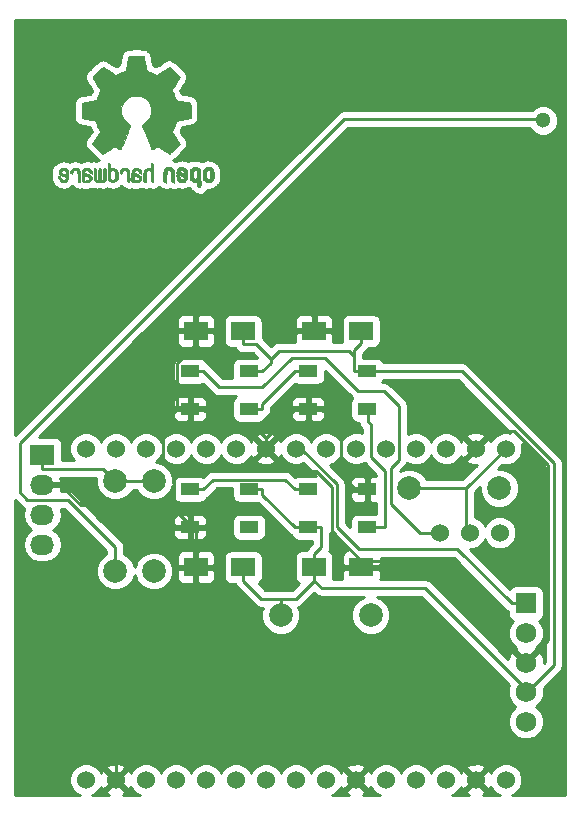
<source format=gbr>
G04 #@! TF.FileFunction,Copper,L2,Bot,Signal*
%FSLAX46Y46*%
G04 Gerber Fmt 4.6, Leading zero omitted, Abs format (unit mm)*
G04 Created by KiCad (PCBNEW 4.0.6) date 2017 May 11, Thursday 23:22:10*
%MOMM*%
%LPD*%
G01*
G04 APERTURE LIST*
%ADD10C,1.000000*%
%ADD11C,0.010000*%
%ADD12R,1.600000X1.000000*%
%ADD13R,2.000000X1.600000*%
%ADD14R,2.032000X1.727200*%
%ADD15O,2.032000X1.727200*%
%ADD16R,1.750000X1.750000*%
%ADD17C,1.750000*%
%ADD18C,1.524000*%
%ADD19C,1.998980*%
%ADD20C,1.300000*%
%ADD21C,0.250000*%
%ADD22C,0.254000*%
G04 APERTURE END LIST*
D10*
D11*
G36*
X34828100Y-33061903D02*
X34716550Y-33117522D01*
X34618092Y-33219931D01*
X34590977Y-33257864D01*
X34561438Y-33307500D01*
X34542272Y-33361412D01*
X34531307Y-33433364D01*
X34526371Y-33537122D01*
X34525287Y-33674101D01*
X34530182Y-33861815D01*
X34547196Y-34002758D01*
X34579823Y-34107908D01*
X34631558Y-34188243D01*
X34705896Y-34254741D01*
X34711358Y-34258678D01*
X34784620Y-34298953D01*
X34872840Y-34318880D01*
X34985038Y-34323793D01*
X35167433Y-34323793D01*
X35167509Y-34500857D01*
X35169207Y-34599470D01*
X35179550Y-34657314D01*
X35206578Y-34692006D01*
X35258332Y-34721164D01*
X35270761Y-34727121D01*
X35328923Y-34755039D01*
X35373956Y-34772672D01*
X35407441Y-34774194D01*
X35430962Y-34753781D01*
X35446100Y-34705607D01*
X35454437Y-34623846D01*
X35457556Y-34502672D01*
X35457040Y-34336260D01*
X35454471Y-34118785D01*
X35453668Y-34053736D01*
X35450778Y-33829502D01*
X35448188Y-33682821D01*
X35167586Y-33682821D01*
X35166009Y-33807326D01*
X35159000Y-33888787D01*
X35143142Y-33942515D01*
X35115019Y-33983823D01*
X35095925Y-34003971D01*
X35017865Y-34062921D01*
X34948753Y-34067720D01*
X34877440Y-34019038D01*
X34875632Y-34017241D01*
X34846617Y-33979618D01*
X34828967Y-33928484D01*
X34820064Y-33849738D01*
X34817291Y-33729276D01*
X34817241Y-33702588D01*
X34823942Y-33536583D01*
X34845752Y-33421505D01*
X34885235Y-33351254D01*
X34944956Y-33319729D01*
X34979472Y-33316552D01*
X35061389Y-33331460D01*
X35117579Y-33380548D01*
X35151402Y-33470362D01*
X35166220Y-33607445D01*
X35167586Y-33682821D01*
X35448188Y-33682821D01*
X35447713Y-33655952D01*
X35443753Y-33525382D01*
X35438174Y-33430087D01*
X35430254Y-33362364D01*
X35419269Y-33314507D01*
X35404499Y-33278813D01*
X35385218Y-33247578D01*
X35376951Y-33235824D01*
X35267288Y-33124797D01*
X35128635Y-33061847D01*
X34968246Y-33044297D01*
X34828100Y-33061903D01*
X34828100Y-33061903D01*
G37*
X34828100Y-33061903D02*
X34716550Y-33117522D01*
X34618092Y-33219931D01*
X34590977Y-33257864D01*
X34561438Y-33307500D01*
X34542272Y-33361412D01*
X34531307Y-33433364D01*
X34526371Y-33537122D01*
X34525287Y-33674101D01*
X34530182Y-33861815D01*
X34547196Y-34002758D01*
X34579823Y-34107908D01*
X34631558Y-34188243D01*
X34705896Y-34254741D01*
X34711358Y-34258678D01*
X34784620Y-34298953D01*
X34872840Y-34318880D01*
X34985038Y-34323793D01*
X35167433Y-34323793D01*
X35167509Y-34500857D01*
X35169207Y-34599470D01*
X35179550Y-34657314D01*
X35206578Y-34692006D01*
X35258332Y-34721164D01*
X35270761Y-34727121D01*
X35328923Y-34755039D01*
X35373956Y-34772672D01*
X35407441Y-34774194D01*
X35430962Y-34753781D01*
X35446100Y-34705607D01*
X35454437Y-34623846D01*
X35457556Y-34502672D01*
X35457040Y-34336260D01*
X35454471Y-34118785D01*
X35453668Y-34053736D01*
X35450778Y-33829502D01*
X35448188Y-33682821D01*
X35167586Y-33682821D01*
X35166009Y-33807326D01*
X35159000Y-33888787D01*
X35143142Y-33942515D01*
X35115019Y-33983823D01*
X35095925Y-34003971D01*
X35017865Y-34062921D01*
X34948753Y-34067720D01*
X34877440Y-34019038D01*
X34875632Y-34017241D01*
X34846617Y-33979618D01*
X34828967Y-33928484D01*
X34820064Y-33849738D01*
X34817291Y-33729276D01*
X34817241Y-33702588D01*
X34823942Y-33536583D01*
X34845752Y-33421505D01*
X34885235Y-33351254D01*
X34944956Y-33319729D01*
X34979472Y-33316552D01*
X35061389Y-33331460D01*
X35117579Y-33380548D01*
X35151402Y-33470362D01*
X35166220Y-33607445D01*
X35167586Y-33682821D01*
X35448188Y-33682821D01*
X35447713Y-33655952D01*
X35443753Y-33525382D01*
X35438174Y-33430087D01*
X35430254Y-33362364D01*
X35419269Y-33314507D01*
X35404499Y-33278813D01*
X35385218Y-33247578D01*
X35376951Y-33235824D01*
X35267288Y-33124797D01*
X35128635Y-33061847D01*
X34968246Y-33044297D01*
X34828100Y-33061903D01*
G36*
X32582571Y-33077719D02*
X32488877Y-33131914D01*
X32423736Y-33185707D01*
X32376093Y-33242066D01*
X32343272Y-33310987D01*
X32322594Y-33402468D01*
X32311380Y-33526506D01*
X32306951Y-33693098D01*
X32306437Y-33812851D01*
X32306437Y-34253659D01*
X32430517Y-34309283D01*
X32554598Y-34364907D01*
X32569195Y-33882095D01*
X32575227Y-33701779D01*
X32581555Y-33570901D01*
X32589394Y-33480511D01*
X32599963Y-33421664D01*
X32614477Y-33385413D01*
X32634152Y-33362810D01*
X32640465Y-33357917D01*
X32736112Y-33319706D01*
X32832793Y-33334827D01*
X32890345Y-33374943D01*
X32913755Y-33403370D01*
X32929961Y-33440672D01*
X32940259Y-33497223D01*
X32945951Y-33583394D01*
X32948336Y-33709558D01*
X32948736Y-33841042D01*
X32948814Y-34005999D01*
X32951639Y-34122761D01*
X32961093Y-34201510D01*
X32981060Y-34252431D01*
X33015424Y-34285706D01*
X33068068Y-34311520D01*
X33138383Y-34338344D01*
X33215180Y-34367542D01*
X33206038Y-33849346D01*
X33202357Y-33662539D01*
X33198050Y-33524490D01*
X33191877Y-33425568D01*
X33182598Y-33356145D01*
X33168973Y-33306590D01*
X33149761Y-33267273D01*
X33126598Y-33232584D01*
X33014848Y-33121770D01*
X32878487Y-33057689D01*
X32730175Y-33042339D01*
X32582571Y-33077719D01*
X32582571Y-33077719D01*
G37*
X32582571Y-33077719D02*
X32488877Y-33131914D01*
X32423736Y-33185707D01*
X32376093Y-33242066D01*
X32343272Y-33310987D01*
X32322594Y-33402468D01*
X32311380Y-33526506D01*
X32306951Y-33693098D01*
X32306437Y-33812851D01*
X32306437Y-34253659D01*
X32430517Y-34309283D01*
X32554598Y-34364907D01*
X32569195Y-33882095D01*
X32575227Y-33701779D01*
X32581555Y-33570901D01*
X32589394Y-33480511D01*
X32599963Y-33421664D01*
X32614477Y-33385413D01*
X32634152Y-33362810D01*
X32640465Y-33357917D01*
X32736112Y-33319706D01*
X32832793Y-33334827D01*
X32890345Y-33374943D01*
X32913755Y-33403370D01*
X32929961Y-33440672D01*
X32940259Y-33497223D01*
X32945951Y-33583394D01*
X32948336Y-33709558D01*
X32948736Y-33841042D01*
X32948814Y-34005999D01*
X32951639Y-34122761D01*
X32961093Y-34201510D01*
X32981060Y-34252431D01*
X33015424Y-34285706D01*
X33068068Y-34311520D01*
X33138383Y-34338344D01*
X33215180Y-34367542D01*
X33206038Y-33849346D01*
X33202357Y-33662539D01*
X33198050Y-33524490D01*
X33191877Y-33425568D01*
X33182598Y-33356145D01*
X33168973Y-33306590D01*
X33149761Y-33267273D01*
X33126598Y-33232584D01*
X33014848Y-33121770D01*
X32878487Y-33057689D01*
X32730175Y-33042339D01*
X32582571Y-33077719D01*
G36*
X35951779Y-33066015D02*
X35814939Y-33137968D01*
X35713949Y-33253766D01*
X35678075Y-33328213D01*
X35650161Y-33439992D01*
X35635871Y-33581227D01*
X35634516Y-33735371D01*
X35645405Y-33885879D01*
X35667847Y-34016205D01*
X35701150Y-34109803D01*
X35711385Y-34125922D01*
X35832618Y-34246249D01*
X35976613Y-34318317D01*
X36132861Y-34339408D01*
X36290852Y-34306802D01*
X36334820Y-34287253D01*
X36420444Y-34227012D01*
X36495592Y-34147135D01*
X36502694Y-34137004D01*
X36531561Y-34088181D01*
X36550643Y-34035990D01*
X36561916Y-33967285D01*
X36567355Y-33868918D01*
X36568938Y-33727744D01*
X36568965Y-33696092D01*
X36568893Y-33686019D01*
X36277011Y-33686019D01*
X36275313Y-33819256D01*
X36268628Y-33907674D01*
X36254575Y-33964785D01*
X36230771Y-34004102D01*
X36218621Y-34017241D01*
X36148764Y-34067172D01*
X36080941Y-34064895D01*
X36012365Y-34021584D01*
X35971465Y-33975346D01*
X35947242Y-33907857D01*
X35933639Y-33801433D01*
X35932706Y-33789020D01*
X35930384Y-33596147D01*
X35954650Y-33452900D01*
X36005176Y-33360160D01*
X36081632Y-33318807D01*
X36108924Y-33316552D01*
X36180589Y-33327893D01*
X36229610Y-33367184D01*
X36259582Y-33442326D01*
X36274101Y-33561222D01*
X36277011Y-33686019D01*
X36568893Y-33686019D01*
X36567878Y-33545659D01*
X36563312Y-33440549D01*
X36553312Y-33367714D01*
X36535921Y-33314108D01*
X36509184Y-33266681D01*
X36503276Y-33257864D01*
X36403968Y-33139007D01*
X36295758Y-33070008D01*
X36164019Y-33042619D01*
X36119283Y-33041281D01*
X35951779Y-33066015D01*
X35951779Y-33066015D01*
G37*
X35951779Y-33066015D02*
X35814939Y-33137968D01*
X35713949Y-33253766D01*
X35678075Y-33328213D01*
X35650161Y-33439992D01*
X35635871Y-33581227D01*
X35634516Y-33735371D01*
X35645405Y-33885879D01*
X35667847Y-34016205D01*
X35701150Y-34109803D01*
X35711385Y-34125922D01*
X35832618Y-34246249D01*
X35976613Y-34318317D01*
X36132861Y-34339408D01*
X36290852Y-34306802D01*
X36334820Y-34287253D01*
X36420444Y-34227012D01*
X36495592Y-34147135D01*
X36502694Y-34137004D01*
X36531561Y-34088181D01*
X36550643Y-34035990D01*
X36561916Y-33967285D01*
X36567355Y-33868918D01*
X36568938Y-33727744D01*
X36568965Y-33696092D01*
X36568893Y-33686019D01*
X36277011Y-33686019D01*
X36275313Y-33819256D01*
X36268628Y-33907674D01*
X36254575Y-33964785D01*
X36230771Y-34004102D01*
X36218621Y-34017241D01*
X36148764Y-34067172D01*
X36080941Y-34064895D01*
X36012365Y-34021584D01*
X35971465Y-33975346D01*
X35947242Y-33907857D01*
X35933639Y-33801433D01*
X35932706Y-33789020D01*
X35930384Y-33596147D01*
X35954650Y-33452900D01*
X36005176Y-33360160D01*
X36081632Y-33318807D01*
X36108924Y-33316552D01*
X36180589Y-33327893D01*
X36229610Y-33367184D01*
X36259582Y-33442326D01*
X36274101Y-33561222D01*
X36277011Y-33686019D01*
X36568893Y-33686019D01*
X36567878Y-33545659D01*
X36563312Y-33440549D01*
X36553312Y-33367714D01*
X36535921Y-33314108D01*
X36509184Y-33266681D01*
X36503276Y-33257864D01*
X36403968Y-33139007D01*
X36295758Y-33070008D01*
X36164019Y-33042619D01*
X36119283Y-33041281D01*
X35951779Y-33066015D01*
G36*
X33684448Y-33084676D02*
X33569342Y-33162111D01*
X33480389Y-33273949D01*
X33427251Y-33416265D01*
X33416503Y-33521015D01*
X33417724Y-33564726D01*
X33427944Y-33598194D01*
X33456039Y-33628179D01*
X33510884Y-33661440D01*
X33601355Y-33704738D01*
X33736328Y-33764833D01*
X33737011Y-33765134D01*
X33861249Y-33822037D01*
X33963127Y-33872565D01*
X34032233Y-33911280D01*
X34058154Y-33932740D01*
X34058161Y-33932913D01*
X34035315Y-33979644D01*
X33981891Y-34031154D01*
X33920558Y-34068261D01*
X33889485Y-34075632D01*
X33804711Y-34050138D01*
X33731707Y-33986291D01*
X33696087Y-33916094D01*
X33661820Y-33864343D01*
X33594697Y-33805409D01*
X33515792Y-33754496D01*
X33446179Y-33726809D01*
X33431623Y-33725287D01*
X33415237Y-33750321D01*
X33414250Y-33814311D01*
X33426292Y-33900593D01*
X33448993Y-33992501D01*
X33479986Y-34073369D01*
X33481552Y-34076509D01*
X33574819Y-34206734D01*
X33695696Y-34295311D01*
X33832973Y-34338786D01*
X33975440Y-34333706D01*
X34111888Y-34276616D01*
X34117955Y-34272602D01*
X34225290Y-34175326D01*
X34295868Y-34048409D01*
X34334926Y-33881526D01*
X34340168Y-33834639D01*
X34349452Y-33613329D01*
X34338322Y-33510124D01*
X34058161Y-33510124D01*
X34054521Y-33574503D01*
X34034611Y-33593291D01*
X33984974Y-33579235D01*
X33906733Y-33546009D01*
X33819274Y-33504359D01*
X33817101Y-33503256D01*
X33742970Y-33464265D01*
X33713219Y-33438244D01*
X33720555Y-33410965D01*
X33751447Y-33375121D01*
X33830040Y-33323251D01*
X33914677Y-33319439D01*
X33990597Y-33357189D01*
X34043035Y-33430001D01*
X34058161Y-33510124D01*
X34338322Y-33510124D01*
X34330356Y-33436261D01*
X34281366Y-33295829D01*
X34213164Y-33197447D01*
X34090065Y-33098030D01*
X33954472Y-33048711D01*
X33816045Y-33045568D01*
X33684448Y-33084676D01*
X33684448Y-33084676D01*
G37*
X33684448Y-33084676D02*
X33569342Y-33162111D01*
X33480389Y-33273949D01*
X33427251Y-33416265D01*
X33416503Y-33521015D01*
X33417724Y-33564726D01*
X33427944Y-33598194D01*
X33456039Y-33628179D01*
X33510884Y-33661440D01*
X33601355Y-33704738D01*
X33736328Y-33764833D01*
X33737011Y-33765134D01*
X33861249Y-33822037D01*
X33963127Y-33872565D01*
X34032233Y-33911280D01*
X34058154Y-33932740D01*
X34058161Y-33932913D01*
X34035315Y-33979644D01*
X33981891Y-34031154D01*
X33920558Y-34068261D01*
X33889485Y-34075632D01*
X33804711Y-34050138D01*
X33731707Y-33986291D01*
X33696087Y-33916094D01*
X33661820Y-33864343D01*
X33594697Y-33805409D01*
X33515792Y-33754496D01*
X33446179Y-33726809D01*
X33431623Y-33725287D01*
X33415237Y-33750321D01*
X33414250Y-33814311D01*
X33426292Y-33900593D01*
X33448993Y-33992501D01*
X33479986Y-34073369D01*
X33481552Y-34076509D01*
X33574819Y-34206734D01*
X33695696Y-34295311D01*
X33832973Y-34338786D01*
X33975440Y-34333706D01*
X34111888Y-34276616D01*
X34117955Y-34272602D01*
X34225290Y-34175326D01*
X34295868Y-34048409D01*
X34334926Y-33881526D01*
X34340168Y-33834639D01*
X34349452Y-33613329D01*
X34338322Y-33510124D01*
X34058161Y-33510124D01*
X34054521Y-33574503D01*
X34034611Y-33593291D01*
X33984974Y-33579235D01*
X33906733Y-33546009D01*
X33819274Y-33504359D01*
X33817101Y-33503256D01*
X33742970Y-33464265D01*
X33713219Y-33438244D01*
X33720555Y-33410965D01*
X33751447Y-33375121D01*
X33830040Y-33323251D01*
X33914677Y-33319439D01*
X33990597Y-33357189D01*
X34043035Y-33430001D01*
X34058161Y-33510124D01*
X34338322Y-33510124D01*
X34330356Y-33436261D01*
X34281366Y-33295829D01*
X34213164Y-33197447D01*
X34090065Y-33098030D01*
X33954472Y-33048711D01*
X33816045Y-33045568D01*
X33684448Y-33084676D01*
G36*
X31255402Y-32923857D02*
X31246846Y-33043188D01*
X31237019Y-33113506D01*
X31223401Y-33144179D01*
X31203473Y-33144571D01*
X31197011Y-33140910D01*
X31111060Y-33114398D01*
X30999255Y-33115946D01*
X30885586Y-33143199D01*
X30814490Y-33178455D01*
X30741595Y-33234778D01*
X30688307Y-33298519D01*
X30651725Y-33379510D01*
X30628950Y-33487586D01*
X30617081Y-33632580D01*
X30613218Y-33824326D01*
X30613149Y-33861109D01*
X30613103Y-34274288D01*
X30705046Y-34306339D01*
X30770348Y-34328144D01*
X30806176Y-34338297D01*
X30807230Y-34338391D01*
X30810758Y-34310860D01*
X30813761Y-34234923D01*
X30816010Y-34120565D01*
X30817276Y-33977769D01*
X30817471Y-33890951D01*
X30817877Y-33719773D01*
X30819968Y-33597088D01*
X30825053Y-33513000D01*
X30834440Y-33457614D01*
X30849439Y-33421032D01*
X30871358Y-33393359D01*
X30885043Y-33380032D01*
X30979051Y-33326328D01*
X31081636Y-33322307D01*
X31174710Y-33367725D01*
X31191922Y-33384123D01*
X31217168Y-33414957D01*
X31234680Y-33451531D01*
X31245858Y-33504415D01*
X31252104Y-33584177D01*
X31254818Y-33701385D01*
X31255402Y-33862991D01*
X31255402Y-34274288D01*
X31347345Y-34306339D01*
X31412647Y-34328144D01*
X31448475Y-34338297D01*
X31449529Y-34338391D01*
X31452225Y-34310448D01*
X31454655Y-34231630D01*
X31456722Y-34109453D01*
X31458329Y-33951432D01*
X31459377Y-33765083D01*
X31459769Y-33557920D01*
X31459770Y-33548706D01*
X31459770Y-32759020D01*
X31364885Y-32718997D01*
X31270000Y-32678973D01*
X31255402Y-32923857D01*
X31255402Y-32923857D01*
G37*
X31255402Y-32923857D02*
X31246846Y-33043188D01*
X31237019Y-33113506D01*
X31223401Y-33144179D01*
X31203473Y-33144571D01*
X31197011Y-33140910D01*
X31111060Y-33114398D01*
X30999255Y-33115946D01*
X30885586Y-33143199D01*
X30814490Y-33178455D01*
X30741595Y-33234778D01*
X30688307Y-33298519D01*
X30651725Y-33379510D01*
X30628950Y-33487586D01*
X30617081Y-33632580D01*
X30613218Y-33824326D01*
X30613149Y-33861109D01*
X30613103Y-34274288D01*
X30705046Y-34306339D01*
X30770348Y-34328144D01*
X30806176Y-34338297D01*
X30807230Y-34338391D01*
X30810758Y-34310860D01*
X30813761Y-34234923D01*
X30816010Y-34120565D01*
X30817276Y-33977769D01*
X30817471Y-33890951D01*
X30817877Y-33719773D01*
X30819968Y-33597088D01*
X30825053Y-33513000D01*
X30834440Y-33457614D01*
X30849439Y-33421032D01*
X30871358Y-33393359D01*
X30885043Y-33380032D01*
X30979051Y-33326328D01*
X31081636Y-33322307D01*
X31174710Y-33367725D01*
X31191922Y-33384123D01*
X31217168Y-33414957D01*
X31234680Y-33451531D01*
X31245858Y-33504415D01*
X31252104Y-33584177D01*
X31254818Y-33701385D01*
X31255402Y-33862991D01*
X31255402Y-34274288D01*
X31347345Y-34306339D01*
X31412647Y-34328144D01*
X31448475Y-34338297D01*
X31449529Y-34338391D01*
X31452225Y-34310448D01*
X31454655Y-34231630D01*
X31456722Y-34109453D01*
X31458329Y-33951432D01*
X31459377Y-33765083D01*
X31459769Y-33557920D01*
X31459770Y-33548706D01*
X31459770Y-32759020D01*
X31364885Y-32718997D01*
X31270000Y-32678973D01*
X31255402Y-32923857D01*
G36*
X29920056Y-33124360D02*
X29805657Y-33166842D01*
X29804348Y-33167658D01*
X29733597Y-33219730D01*
X29681364Y-33280584D01*
X29644629Y-33359887D01*
X29620366Y-33467309D01*
X29605555Y-33612517D01*
X29597171Y-33805179D01*
X29596436Y-33832628D01*
X29585880Y-34246521D01*
X29674709Y-34292456D01*
X29738982Y-34323498D01*
X29777790Y-34338206D01*
X29779585Y-34338391D01*
X29786300Y-34311250D01*
X29791635Y-34238041D01*
X29794917Y-34131081D01*
X29795632Y-34044469D01*
X29795649Y-33904162D01*
X29802063Y-33816051D01*
X29824420Y-33774025D01*
X29872268Y-33771975D01*
X29955151Y-33803790D01*
X30080287Y-33862272D01*
X30172303Y-33910845D01*
X30219629Y-33952986D01*
X30233542Y-33998916D01*
X30233563Y-34001189D01*
X30210605Y-34080311D01*
X30142630Y-34123055D01*
X30038602Y-34129246D01*
X29963670Y-34128172D01*
X29924161Y-34149753D01*
X29899522Y-34201591D01*
X29885341Y-34267632D01*
X29905777Y-34305104D01*
X29913472Y-34310467D01*
X29985917Y-34332006D01*
X30087367Y-34335055D01*
X30191843Y-34320778D01*
X30265875Y-34294688D01*
X30368228Y-34207785D01*
X30426409Y-34086816D01*
X30437931Y-33992308D01*
X30429138Y-33907062D01*
X30397320Y-33837476D01*
X30334316Y-33775672D01*
X30231969Y-33713772D01*
X30082118Y-33643897D01*
X30072988Y-33639948D01*
X29938003Y-33577588D01*
X29854706Y-33526446D01*
X29819003Y-33480488D01*
X29826797Y-33433683D01*
X29873993Y-33379998D01*
X29888106Y-33367644D01*
X29982641Y-33319741D01*
X30080594Y-33321758D01*
X30165903Y-33368724D01*
X30222504Y-33455669D01*
X30227763Y-33472734D01*
X30278977Y-33555504D01*
X30343963Y-33595372D01*
X30437931Y-33634882D01*
X30437931Y-33532658D01*
X30409347Y-33384072D01*
X30324505Y-33247784D01*
X30280355Y-33202191D01*
X30179995Y-33143674D01*
X30052365Y-33117184D01*
X29920056Y-33124360D01*
X29920056Y-33124360D01*
G37*
X29920056Y-33124360D02*
X29805657Y-33166842D01*
X29804348Y-33167658D01*
X29733597Y-33219730D01*
X29681364Y-33280584D01*
X29644629Y-33359887D01*
X29620366Y-33467309D01*
X29605555Y-33612517D01*
X29597171Y-33805179D01*
X29596436Y-33832628D01*
X29585880Y-34246521D01*
X29674709Y-34292456D01*
X29738982Y-34323498D01*
X29777790Y-34338206D01*
X29779585Y-34338391D01*
X29786300Y-34311250D01*
X29791635Y-34238041D01*
X29794917Y-34131081D01*
X29795632Y-34044469D01*
X29795649Y-33904162D01*
X29802063Y-33816051D01*
X29824420Y-33774025D01*
X29872268Y-33771975D01*
X29955151Y-33803790D01*
X30080287Y-33862272D01*
X30172303Y-33910845D01*
X30219629Y-33952986D01*
X30233542Y-33998916D01*
X30233563Y-34001189D01*
X30210605Y-34080311D01*
X30142630Y-34123055D01*
X30038602Y-34129246D01*
X29963670Y-34128172D01*
X29924161Y-34149753D01*
X29899522Y-34201591D01*
X29885341Y-34267632D01*
X29905777Y-34305104D01*
X29913472Y-34310467D01*
X29985917Y-34332006D01*
X30087367Y-34335055D01*
X30191843Y-34320778D01*
X30265875Y-34294688D01*
X30368228Y-34207785D01*
X30426409Y-34086816D01*
X30437931Y-33992308D01*
X30429138Y-33907062D01*
X30397320Y-33837476D01*
X30334316Y-33775672D01*
X30231969Y-33713772D01*
X30082118Y-33643897D01*
X30072988Y-33639948D01*
X29938003Y-33577588D01*
X29854706Y-33526446D01*
X29819003Y-33480488D01*
X29826797Y-33433683D01*
X29873993Y-33379998D01*
X29888106Y-33367644D01*
X29982641Y-33319741D01*
X30080594Y-33321758D01*
X30165903Y-33368724D01*
X30222504Y-33455669D01*
X30227763Y-33472734D01*
X30278977Y-33555504D01*
X30343963Y-33595372D01*
X30437931Y-33634882D01*
X30437931Y-33532658D01*
X30409347Y-33384072D01*
X30324505Y-33247784D01*
X30280355Y-33202191D01*
X30179995Y-33143674D01*
X30052365Y-33117184D01*
X29920056Y-33124360D01*
G36*
X28934057Y-33121920D02*
X28801435Y-33170859D01*
X28693990Y-33257419D01*
X28651968Y-33318352D01*
X28606157Y-33430161D01*
X28607109Y-33511006D01*
X28655192Y-33565378D01*
X28672983Y-33574624D01*
X28749796Y-33603450D01*
X28789024Y-33596065D01*
X28802311Y-33547658D01*
X28802988Y-33520920D01*
X28827314Y-33422548D01*
X28890719Y-33353734D01*
X28978846Y-33320498D01*
X29077337Y-33328861D01*
X29157398Y-33372296D01*
X29184439Y-33397072D01*
X29203606Y-33427129D01*
X29216554Y-33472565D01*
X29224936Y-33543476D01*
X29230407Y-33649960D01*
X29234622Y-33802112D01*
X29235713Y-33850287D01*
X29239693Y-34015095D01*
X29244219Y-34131088D01*
X29251005Y-34207833D01*
X29261769Y-34254893D01*
X29278227Y-34281835D01*
X29302094Y-34298223D01*
X29317374Y-34305463D01*
X29382267Y-34330220D01*
X29420466Y-34338391D01*
X29433088Y-34311103D01*
X29440792Y-34228603D01*
X29443620Y-34089941D01*
X29441614Y-33894162D01*
X29440989Y-33863965D01*
X29436579Y-33685349D01*
X29431365Y-33554923D01*
X29423945Y-33462492D01*
X29412918Y-33397858D01*
X29396883Y-33350825D01*
X29374439Y-33311196D01*
X29362698Y-33294215D01*
X29295381Y-33219080D01*
X29220090Y-33160638D01*
X29210872Y-33155536D01*
X29075867Y-33115260D01*
X28934057Y-33121920D01*
X28934057Y-33121920D01*
G37*
X28934057Y-33121920D02*
X28801435Y-33170859D01*
X28693990Y-33257419D01*
X28651968Y-33318352D01*
X28606157Y-33430161D01*
X28607109Y-33511006D01*
X28655192Y-33565378D01*
X28672983Y-33574624D01*
X28749796Y-33603450D01*
X28789024Y-33596065D01*
X28802311Y-33547658D01*
X28802988Y-33520920D01*
X28827314Y-33422548D01*
X28890719Y-33353734D01*
X28978846Y-33320498D01*
X29077337Y-33328861D01*
X29157398Y-33372296D01*
X29184439Y-33397072D01*
X29203606Y-33427129D01*
X29216554Y-33472565D01*
X29224936Y-33543476D01*
X29230407Y-33649960D01*
X29234622Y-33802112D01*
X29235713Y-33850287D01*
X29239693Y-34015095D01*
X29244219Y-34131088D01*
X29251005Y-34207833D01*
X29261769Y-34254893D01*
X29278227Y-34281835D01*
X29302094Y-34298223D01*
X29317374Y-34305463D01*
X29382267Y-34330220D01*
X29420466Y-34338391D01*
X29433088Y-34311103D01*
X29440792Y-34228603D01*
X29443620Y-34089941D01*
X29441614Y-33894162D01*
X29440989Y-33863965D01*
X29436579Y-33685349D01*
X29431365Y-33554923D01*
X29423945Y-33462492D01*
X29412918Y-33397858D01*
X29396883Y-33350825D01*
X29374439Y-33311196D01*
X29362698Y-33294215D01*
X29295381Y-33219080D01*
X29220090Y-33160638D01*
X29210872Y-33155536D01*
X29075867Y-33115260D01*
X28934057Y-33121920D01*
G36*
X27606086Y-33354455D02*
X27606457Y-33572661D01*
X27607892Y-33740519D01*
X27610998Y-33866070D01*
X27616378Y-33957355D01*
X27624638Y-34022415D01*
X27636384Y-34069291D01*
X27652219Y-34106024D01*
X27664210Y-34126991D01*
X27763510Y-34240694D01*
X27889412Y-34311965D01*
X28028709Y-34337538D01*
X28168195Y-34314150D01*
X28251257Y-34272119D01*
X28338455Y-34199411D01*
X28397883Y-34110612D01*
X28433739Y-33994320D01*
X28450219Y-33839135D01*
X28452553Y-33725287D01*
X28452239Y-33717106D01*
X28248276Y-33717106D01*
X28247030Y-33847657D01*
X28241322Y-33934080D01*
X28228196Y-33990618D01*
X28204694Y-34031514D01*
X28176614Y-34062362D01*
X28082312Y-34121905D01*
X27981060Y-34126992D01*
X27885364Y-34077279D01*
X27877916Y-34070543D01*
X27846126Y-34035502D01*
X27826192Y-33993811D01*
X27815400Y-33931762D01*
X27811035Y-33835644D01*
X27810345Y-33729379D01*
X27811841Y-33595880D01*
X27818036Y-33506822D01*
X27831486Y-33448293D01*
X27854749Y-33406382D01*
X27873825Y-33384123D01*
X27962437Y-33327985D01*
X28064492Y-33321235D01*
X28161905Y-33364114D01*
X28180704Y-33380032D01*
X28212707Y-33415382D01*
X28232682Y-33457502D01*
X28243407Y-33520251D01*
X28247661Y-33617487D01*
X28248276Y-33717106D01*
X28452239Y-33717106D01*
X28445496Y-33541947D01*
X28421528Y-33404195D01*
X28376452Y-33300632D01*
X28306072Y-33219856D01*
X28251257Y-33178455D01*
X28151624Y-33133728D01*
X28036145Y-33112967D01*
X27928801Y-33118525D01*
X27868736Y-33140943D01*
X27845165Y-33147323D01*
X27829523Y-33123535D01*
X27818605Y-33059788D01*
X27810345Y-32962687D01*
X27801301Y-32854541D01*
X27788739Y-32789475D01*
X27765881Y-32752268D01*
X27725949Y-32727699D01*
X27700862Y-32716819D01*
X27605977Y-32677072D01*
X27606086Y-33354455D01*
X27606086Y-33354455D01*
G37*
X27606086Y-33354455D02*
X27606457Y-33572661D01*
X27607892Y-33740519D01*
X27610998Y-33866070D01*
X27616378Y-33957355D01*
X27624638Y-34022415D01*
X27636384Y-34069291D01*
X27652219Y-34106024D01*
X27664210Y-34126991D01*
X27763510Y-34240694D01*
X27889412Y-34311965D01*
X28028709Y-34337538D01*
X28168195Y-34314150D01*
X28251257Y-34272119D01*
X28338455Y-34199411D01*
X28397883Y-34110612D01*
X28433739Y-33994320D01*
X28450219Y-33839135D01*
X28452553Y-33725287D01*
X28452239Y-33717106D01*
X28248276Y-33717106D01*
X28247030Y-33847657D01*
X28241322Y-33934080D01*
X28228196Y-33990618D01*
X28204694Y-34031514D01*
X28176614Y-34062362D01*
X28082312Y-34121905D01*
X27981060Y-34126992D01*
X27885364Y-34077279D01*
X27877916Y-34070543D01*
X27846126Y-34035502D01*
X27826192Y-33993811D01*
X27815400Y-33931762D01*
X27811035Y-33835644D01*
X27810345Y-33729379D01*
X27811841Y-33595880D01*
X27818036Y-33506822D01*
X27831486Y-33448293D01*
X27854749Y-33406382D01*
X27873825Y-33384123D01*
X27962437Y-33327985D01*
X28064492Y-33321235D01*
X28161905Y-33364114D01*
X28180704Y-33380032D01*
X28212707Y-33415382D01*
X28232682Y-33457502D01*
X28243407Y-33520251D01*
X28247661Y-33617487D01*
X28248276Y-33717106D01*
X28452239Y-33717106D01*
X28445496Y-33541947D01*
X28421528Y-33404195D01*
X28376452Y-33300632D01*
X28306072Y-33219856D01*
X28251257Y-33178455D01*
X28151624Y-33133728D01*
X28036145Y-33112967D01*
X27928801Y-33118525D01*
X27868736Y-33140943D01*
X27845165Y-33147323D01*
X27829523Y-33123535D01*
X27818605Y-33059788D01*
X27810345Y-32962687D01*
X27801301Y-32854541D01*
X27788739Y-32789475D01*
X27765881Y-32752268D01*
X27725949Y-32727699D01*
X27700862Y-32716819D01*
X27605977Y-32677072D01*
X27606086Y-33354455D01*
G36*
X26419876Y-33139840D02*
X26415421Y-33216653D01*
X26411929Y-33333391D01*
X26409685Y-33480821D01*
X26408965Y-33635455D01*
X26408965Y-34158727D01*
X26501355Y-34251117D01*
X26565022Y-34308047D01*
X26620911Y-34331107D01*
X26697298Y-34329647D01*
X26727620Y-34325934D01*
X26822390Y-34315126D01*
X26900778Y-34308933D01*
X26919885Y-34308361D01*
X26984301Y-34312102D01*
X27076429Y-34321494D01*
X27112150Y-34325934D01*
X27199886Y-34332801D01*
X27258847Y-34317885D01*
X27317310Y-34271835D01*
X27338415Y-34251117D01*
X27430805Y-34158727D01*
X27430805Y-33179947D01*
X27356442Y-33146066D01*
X27292410Y-33120970D01*
X27254948Y-33112184D01*
X27245343Y-33139950D01*
X27236365Y-33217530D01*
X27228614Y-33336348D01*
X27222686Y-33487828D01*
X27219827Y-33615805D01*
X27211839Y-34119425D01*
X27142152Y-34129278D01*
X27078771Y-34122389D01*
X27047714Y-34100083D01*
X27039033Y-34058379D01*
X27031622Y-33969544D01*
X27026069Y-33844834D01*
X27022964Y-33695507D01*
X27022516Y-33618661D01*
X27022069Y-33176287D01*
X26930126Y-33144235D01*
X26865051Y-33122443D01*
X26829653Y-33112281D01*
X26828632Y-33112184D01*
X26825080Y-33139809D01*
X26821177Y-33216411D01*
X26817249Y-33332579D01*
X26813624Y-33478904D01*
X26811092Y-33615805D01*
X26803103Y-34119425D01*
X26627931Y-34119425D01*
X26619893Y-33659965D01*
X26611854Y-33200505D01*
X26526457Y-33156344D01*
X26463407Y-33126019D01*
X26426090Y-33112258D01*
X26425013Y-33112184D01*
X26419876Y-33139840D01*
X26419876Y-33139840D01*
G37*
X26419876Y-33139840D02*
X26415421Y-33216653D01*
X26411929Y-33333391D01*
X26409685Y-33480821D01*
X26408965Y-33635455D01*
X26408965Y-34158727D01*
X26501355Y-34251117D01*
X26565022Y-34308047D01*
X26620911Y-34331107D01*
X26697298Y-34329647D01*
X26727620Y-34325934D01*
X26822390Y-34315126D01*
X26900778Y-34308933D01*
X26919885Y-34308361D01*
X26984301Y-34312102D01*
X27076429Y-34321494D01*
X27112150Y-34325934D01*
X27199886Y-34332801D01*
X27258847Y-34317885D01*
X27317310Y-34271835D01*
X27338415Y-34251117D01*
X27430805Y-34158727D01*
X27430805Y-33179947D01*
X27356442Y-33146066D01*
X27292410Y-33120970D01*
X27254948Y-33112184D01*
X27245343Y-33139950D01*
X27236365Y-33217530D01*
X27228614Y-33336348D01*
X27222686Y-33487828D01*
X27219827Y-33615805D01*
X27211839Y-34119425D01*
X27142152Y-34129278D01*
X27078771Y-34122389D01*
X27047714Y-34100083D01*
X27039033Y-34058379D01*
X27031622Y-33969544D01*
X27026069Y-33844834D01*
X27022964Y-33695507D01*
X27022516Y-33618661D01*
X27022069Y-33176287D01*
X26930126Y-33144235D01*
X26865051Y-33122443D01*
X26829653Y-33112281D01*
X26828632Y-33112184D01*
X26825080Y-33139809D01*
X26821177Y-33216411D01*
X26817249Y-33332579D01*
X26813624Y-33478904D01*
X26811092Y-33615805D01*
X26803103Y-34119425D01*
X26627931Y-34119425D01*
X26619893Y-33659965D01*
X26611854Y-33200505D01*
X26526457Y-33156344D01*
X26463407Y-33126019D01*
X26426090Y-33112258D01*
X26425013Y-33112184D01*
X26419876Y-33139840D01*
G36*
X25685594Y-33135156D02*
X25601531Y-33173393D01*
X25535550Y-33219726D01*
X25487206Y-33271532D01*
X25453828Y-33338363D01*
X25432747Y-33429769D01*
X25421293Y-33555301D01*
X25416797Y-33724508D01*
X25416322Y-33835933D01*
X25416322Y-34270627D01*
X25490684Y-34304509D01*
X25549254Y-34329272D01*
X25578270Y-34338391D01*
X25583821Y-34311257D01*
X25588225Y-34238094D01*
X25590922Y-34131263D01*
X25591494Y-34046437D01*
X25593954Y-33923887D01*
X25600588Y-33826668D01*
X25610274Y-33767134D01*
X25617968Y-33754483D01*
X25669689Y-33767402D01*
X25750883Y-33800539D01*
X25844898Y-33845461D01*
X25935083Y-33893735D01*
X26004785Y-33936928D01*
X26037352Y-33966608D01*
X26037481Y-33966929D01*
X26034680Y-34021857D01*
X26009561Y-34074292D01*
X25965459Y-34116881D01*
X25901091Y-34131126D01*
X25846079Y-34129466D01*
X25768165Y-34128245D01*
X25727268Y-34146498D01*
X25702705Y-34194726D01*
X25699608Y-34203820D01*
X25688960Y-34272598D01*
X25717435Y-34314360D01*
X25791656Y-34334263D01*
X25871832Y-34337944D01*
X26016110Y-34310658D01*
X26090797Y-34271690D01*
X26183037Y-34180148D01*
X26231957Y-34067782D01*
X26236346Y-33949051D01*
X26194999Y-33838411D01*
X26132803Y-33769080D01*
X26070706Y-33730265D01*
X25973105Y-33681125D01*
X25859368Y-33631292D01*
X25840410Y-33623677D01*
X25715479Y-33568545D01*
X25643461Y-33519954D01*
X25620300Y-33471647D01*
X25641936Y-33417370D01*
X25679080Y-33374943D01*
X25766873Y-33322702D01*
X25863470Y-33318784D01*
X25952056Y-33359041D01*
X26015814Y-33439326D01*
X26024183Y-33460040D01*
X26072904Y-33536225D01*
X26144035Y-33592785D01*
X26233793Y-33639201D01*
X26233793Y-33507584D01*
X26228510Y-33427168D01*
X26205858Y-33363786D01*
X26155633Y-33296163D01*
X26107418Y-33244076D01*
X26032446Y-33170322D01*
X25974194Y-33130702D01*
X25911628Y-33114810D01*
X25840807Y-33112184D01*
X25685594Y-33135156D01*
X25685594Y-33135156D01*
G37*
X25685594Y-33135156D02*
X25601531Y-33173393D01*
X25535550Y-33219726D01*
X25487206Y-33271532D01*
X25453828Y-33338363D01*
X25432747Y-33429769D01*
X25421293Y-33555301D01*
X25416797Y-33724508D01*
X25416322Y-33835933D01*
X25416322Y-34270627D01*
X25490684Y-34304509D01*
X25549254Y-34329272D01*
X25578270Y-34338391D01*
X25583821Y-34311257D01*
X25588225Y-34238094D01*
X25590922Y-34131263D01*
X25591494Y-34046437D01*
X25593954Y-33923887D01*
X25600588Y-33826668D01*
X25610274Y-33767134D01*
X25617968Y-33754483D01*
X25669689Y-33767402D01*
X25750883Y-33800539D01*
X25844898Y-33845461D01*
X25935083Y-33893735D01*
X26004785Y-33936928D01*
X26037352Y-33966608D01*
X26037481Y-33966929D01*
X26034680Y-34021857D01*
X26009561Y-34074292D01*
X25965459Y-34116881D01*
X25901091Y-34131126D01*
X25846079Y-34129466D01*
X25768165Y-34128245D01*
X25727268Y-34146498D01*
X25702705Y-34194726D01*
X25699608Y-34203820D01*
X25688960Y-34272598D01*
X25717435Y-34314360D01*
X25791656Y-34334263D01*
X25871832Y-34337944D01*
X26016110Y-34310658D01*
X26090797Y-34271690D01*
X26183037Y-34180148D01*
X26231957Y-34067782D01*
X26236346Y-33949051D01*
X26194999Y-33838411D01*
X26132803Y-33769080D01*
X26070706Y-33730265D01*
X25973105Y-33681125D01*
X25859368Y-33631292D01*
X25840410Y-33623677D01*
X25715479Y-33568545D01*
X25643461Y-33519954D01*
X25620300Y-33471647D01*
X25641936Y-33417370D01*
X25679080Y-33374943D01*
X25766873Y-33322702D01*
X25863470Y-33318784D01*
X25952056Y-33359041D01*
X26015814Y-33439326D01*
X26024183Y-33460040D01*
X26072904Y-33536225D01*
X26144035Y-33592785D01*
X26233793Y-33639201D01*
X26233793Y-33507584D01*
X26228510Y-33427168D01*
X26205858Y-33363786D01*
X26155633Y-33296163D01*
X26107418Y-33244076D01*
X26032446Y-33170322D01*
X25974194Y-33130702D01*
X25911628Y-33114810D01*
X25840807Y-33112184D01*
X25685594Y-33135156D01*
G36*
X24664310Y-33140018D02*
X24629415Y-33155269D01*
X24546123Y-33221235D01*
X24474897Y-33316618D01*
X24430847Y-33418406D01*
X24423678Y-33468587D01*
X24447715Y-33538647D01*
X24500439Y-33575717D01*
X24556969Y-33598164D01*
X24582854Y-33602300D01*
X24595458Y-33572283D01*
X24620346Y-33506961D01*
X24631265Y-33477445D01*
X24692492Y-33375348D01*
X24781139Y-33324423D01*
X24894807Y-33325989D01*
X24903226Y-33327994D01*
X24963912Y-33356767D01*
X25008526Y-33412859D01*
X25038998Y-33503163D01*
X25057256Y-33634571D01*
X25065229Y-33813974D01*
X25065977Y-33909433D01*
X25066348Y-34059913D01*
X25068777Y-34162495D01*
X25075240Y-34227672D01*
X25087712Y-34265938D01*
X25108167Y-34287785D01*
X25138581Y-34303707D01*
X25140339Y-34304509D01*
X25198909Y-34329272D01*
X25227925Y-34338391D01*
X25232384Y-34310822D01*
X25236201Y-34234620D01*
X25239101Y-34119541D01*
X25240809Y-33975341D01*
X25241149Y-33869814D01*
X25239412Y-33665613D01*
X25232618Y-33510697D01*
X25218393Y-33396024D01*
X25194362Y-33312551D01*
X25158152Y-33251236D01*
X25107388Y-33203034D01*
X25057261Y-33169393D01*
X24936725Y-33124619D01*
X24796443Y-33114521D01*
X24664310Y-33140018D01*
X24664310Y-33140018D01*
G37*
X24664310Y-33140018D02*
X24629415Y-33155269D01*
X24546123Y-33221235D01*
X24474897Y-33316618D01*
X24430847Y-33418406D01*
X24423678Y-33468587D01*
X24447715Y-33538647D01*
X24500439Y-33575717D01*
X24556969Y-33598164D01*
X24582854Y-33602300D01*
X24595458Y-33572283D01*
X24620346Y-33506961D01*
X24631265Y-33477445D01*
X24692492Y-33375348D01*
X24781139Y-33324423D01*
X24894807Y-33325989D01*
X24903226Y-33327994D01*
X24963912Y-33356767D01*
X25008526Y-33412859D01*
X25038998Y-33503163D01*
X25057256Y-33634571D01*
X25065229Y-33813974D01*
X25065977Y-33909433D01*
X25066348Y-34059913D01*
X25068777Y-34162495D01*
X25075240Y-34227672D01*
X25087712Y-34265938D01*
X25108167Y-34287785D01*
X25138581Y-34303707D01*
X25140339Y-34304509D01*
X25198909Y-34329272D01*
X25227925Y-34338391D01*
X25232384Y-34310822D01*
X25236201Y-34234620D01*
X25239101Y-34119541D01*
X25240809Y-33975341D01*
X25241149Y-33869814D01*
X25239412Y-33665613D01*
X25232618Y-33510697D01*
X25218393Y-33396024D01*
X25194362Y-33312551D01*
X25158152Y-33251236D01*
X25107388Y-33203034D01*
X25057261Y-33169393D01*
X24936725Y-33124619D01*
X24796443Y-33114521D01*
X24664310Y-33140018D01*
G36*
X23656561Y-33156540D02*
X23541050Y-33232034D01*
X23485336Y-33299617D01*
X23441196Y-33422255D01*
X23437691Y-33519298D01*
X23445632Y-33649056D01*
X23744885Y-33780039D01*
X23890389Y-33846958D01*
X23985463Y-33900790D01*
X24034899Y-33947416D01*
X24043489Y-33992720D01*
X24016028Y-34042582D01*
X23985747Y-34075632D01*
X23897637Y-34128633D01*
X23801804Y-34132347D01*
X23713788Y-34091041D01*
X23649131Y-34008983D01*
X23637567Y-33980008D01*
X23582175Y-33889509D01*
X23518447Y-33850940D01*
X23431034Y-33817946D01*
X23431034Y-33943034D01*
X23438762Y-34028156D01*
X23469034Y-34099938D01*
X23532482Y-34182356D01*
X23541912Y-34193066D01*
X23612487Y-34266391D01*
X23673153Y-34305742D01*
X23749050Y-34323845D01*
X23811970Y-34329774D01*
X23924513Y-34331251D01*
X24004630Y-34312535D01*
X24054610Y-34284747D01*
X24133162Y-34223641D01*
X24187537Y-34157554D01*
X24221948Y-34074441D01*
X24240612Y-33962254D01*
X24247744Y-33808946D01*
X24248313Y-33731136D01*
X24246378Y-33637853D01*
X24070101Y-33637853D01*
X24068056Y-33687896D01*
X24062961Y-33696092D01*
X24029334Y-33684958D01*
X23956970Y-33655493D01*
X23860253Y-33613601D01*
X23840027Y-33604597D01*
X23717797Y-33542442D01*
X23650453Y-33487815D01*
X23635652Y-33436649D01*
X23671053Y-33384876D01*
X23700289Y-33362000D01*
X23805784Y-33316250D01*
X23904524Y-33323808D01*
X23987188Y-33379651D01*
X24044452Y-33478753D01*
X24062812Y-33557414D01*
X24070101Y-33637853D01*
X24246378Y-33637853D01*
X24244541Y-33549351D01*
X24230641Y-33414853D01*
X24203106Y-33316916D01*
X24158428Y-33244811D01*
X24093099Y-33187813D01*
X24064617Y-33169393D01*
X23935237Y-33121422D01*
X23793588Y-33118403D01*
X23656561Y-33156540D01*
X23656561Y-33156540D01*
G37*
X23656561Y-33156540D02*
X23541050Y-33232034D01*
X23485336Y-33299617D01*
X23441196Y-33422255D01*
X23437691Y-33519298D01*
X23445632Y-33649056D01*
X23744885Y-33780039D01*
X23890389Y-33846958D01*
X23985463Y-33900790D01*
X24034899Y-33947416D01*
X24043489Y-33992720D01*
X24016028Y-34042582D01*
X23985747Y-34075632D01*
X23897637Y-34128633D01*
X23801804Y-34132347D01*
X23713788Y-34091041D01*
X23649131Y-34008983D01*
X23637567Y-33980008D01*
X23582175Y-33889509D01*
X23518447Y-33850940D01*
X23431034Y-33817946D01*
X23431034Y-33943034D01*
X23438762Y-34028156D01*
X23469034Y-34099938D01*
X23532482Y-34182356D01*
X23541912Y-34193066D01*
X23612487Y-34266391D01*
X23673153Y-34305742D01*
X23749050Y-34323845D01*
X23811970Y-34329774D01*
X23924513Y-34331251D01*
X24004630Y-34312535D01*
X24054610Y-34284747D01*
X24133162Y-34223641D01*
X24187537Y-34157554D01*
X24221948Y-34074441D01*
X24240612Y-33962254D01*
X24247744Y-33808946D01*
X24248313Y-33731136D01*
X24246378Y-33637853D01*
X24070101Y-33637853D01*
X24068056Y-33687896D01*
X24062961Y-33696092D01*
X24029334Y-33684958D01*
X23956970Y-33655493D01*
X23860253Y-33613601D01*
X23840027Y-33604597D01*
X23717797Y-33542442D01*
X23650453Y-33487815D01*
X23635652Y-33436649D01*
X23671053Y-33384876D01*
X23700289Y-33362000D01*
X23805784Y-33316250D01*
X23904524Y-33323808D01*
X23987188Y-33379651D01*
X24044452Y-33478753D01*
X24062812Y-33557414D01*
X24070101Y-33637853D01*
X24246378Y-33637853D01*
X24244541Y-33549351D01*
X24230641Y-33414853D01*
X24203106Y-33316916D01*
X24158428Y-33244811D01*
X24093099Y-33187813D01*
X24064617Y-33169393D01*
X23935237Y-33121422D01*
X23793588Y-33118403D01*
X23656561Y-33156540D01*
G36*
X29790986Y-23652998D02*
X29632994Y-23653863D01*
X29518653Y-23656205D01*
X29440593Y-23660762D01*
X29391446Y-23668270D01*
X29363841Y-23679466D01*
X29350408Y-23695088D01*
X29343779Y-23715873D01*
X29343135Y-23718563D01*
X29333065Y-23767113D01*
X29314425Y-23862905D01*
X29289155Y-23995743D01*
X29259193Y-24155431D01*
X29226478Y-24331774D01*
X29225336Y-24337967D01*
X29192567Y-24510782D01*
X29161907Y-24663469D01*
X29135336Y-24786871D01*
X29114833Y-24871831D01*
X29102374Y-24909190D01*
X29101780Y-24909852D01*
X29065081Y-24928095D01*
X28989414Y-24958497D01*
X28891122Y-24994493D01*
X28890575Y-24994685D01*
X28766767Y-25041222D01*
X28620804Y-25100504D01*
X28483219Y-25160109D01*
X28476707Y-25163056D01*
X28252610Y-25264765D01*
X27756381Y-24925897D01*
X27604154Y-24822592D01*
X27466259Y-24730237D01*
X27350685Y-24654084D01*
X27265421Y-24599385D01*
X27218456Y-24571393D01*
X27213996Y-24569317D01*
X27179866Y-24578560D01*
X27116119Y-24623156D01*
X27020269Y-24705209D01*
X26889831Y-24826821D01*
X26756672Y-24956205D01*
X26628306Y-25083702D01*
X26513419Y-25200046D01*
X26418927Y-25298052D01*
X26351747Y-25370536D01*
X26318794Y-25410313D01*
X26317568Y-25412361D01*
X26313926Y-25439656D01*
X26327650Y-25484234D01*
X26362131Y-25552112D01*
X26420761Y-25649311D01*
X26506930Y-25781851D01*
X26621800Y-25952476D01*
X26723746Y-26102655D01*
X26814877Y-26237350D01*
X26889927Y-26348740D01*
X26943631Y-26429005D01*
X26970720Y-26470325D01*
X26972426Y-26473130D01*
X26969118Y-26512721D01*
X26944047Y-26589669D01*
X26902202Y-26689432D01*
X26887288Y-26721291D01*
X26822214Y-26863226D01*
X26752788Y-27024273D01*
X26696391Y-27163621D01*
X26655753Y-27267044D01*
X26623474Y-27345642D01*
X26604822Y-27386720D01*
X26602503Y-27389885D01*
X26568197Y-27395128D01*
X26487331Y-27409494D01*
X26370657Y-27430937D01*
X26228925Y-27457413D01*
X26072890Y-27486877D01*
X25913302Y-27517283D01*
X25760915Y-27546588D01*
X25626479Y-27572745D01*
X25520748Y-27593710D01*
X25454474Y-27607439D01*
X25438218Y-27611320D01*
X25421427Y-27620900D01*
X25408751Y-27642536D01*
X25399622Y-27683531D01*
X25393469Y-27751189D01*
X25389720Y-27852812D01*
X25387808Y-27995703D01*
X25387160Y-28187165D01*
X25387126Y-28265645D01*
X25387126Y-28903906D01*
X25540402Y-28934160D01*
X25625678Y-28950564D01*
X25752930Y-28974509D01*
X25906685Y-29003107D01*
X26071466Y-29033467D01*
X26117011Y-29041806D01*
X26269068Y-29071370D01*
X26401532Y-29100442D01*
X26503286Y-29126329D01*
X26563212Y-29146337D01*
X26573195Y-29152301D01*
X26597707Y-29194534D01*
X26632852Y-29276370D01*
X26671827Y-29381683D01*
X26679558Y-29404368D01*
X26730640Y-29545018D01*
X26794046Y-29703714D01*
X26856096Y-29846225D01*
X26856402Y-29846886D01*
X26959733Y-30070440D01*
X26280039Y-31070232D01*
X26716379Y-31507300D01*
X26848351Y-31637381D01*
X26968721Y-31752048D01*
X27070727Y-31845181D01*
X27147609Y-31910658D01*
X27192607Y-31942357D01*
X27199062Y-31944368D01*
X27236960Y-31928529D01*
X27314292Y-31884496D01*
X27422611Y-31817490D01*
X27553468Y-31732734D01*
X27694948Y-31637816D01*
X27838539Y-31540998D01*
X27966565Y-31456751D01*
X28070895Y-31390258D01*
X28143400Y-31346702D01*
X28175842Y-31331264D01*
X28215424Y-31344328D01*
X28290481Y-31378750D01*
X28385532Y-31427380D01*
X28395608Y-31432785D01*
X28523609Y-31496980D01*
X28611382Y-31528463D01*
X28665972Y-31528798D01*
X28694425Y-31499548D01*
X28694590Y-31499138D01*
X28708812Y-31464498D01*
X28742731Y-31382269D01*
X28793716Y-31258814D01*
X28859138Y-31100498D01*
X28936366Y-30913686D01*
X29022771Y-30704742D01*
X29106449Y-30502446D01*
X29198412Y-30279200D01*
X29282850Y-30072392D01*
X29357231Y-29888362D01*
X29419026Y-29733451D01*
X29465703Y-29613996D01*
X29494732Y-29536339D01*
X29503678Y-29507356D01*
X29481244Y-29474110D01*
X29422561Y-29421123D01*
X29344311Y-29362704D01*
X29121466Y-29177952D01*
X28947282Y-28966182D01*
X28823846Y-28731856D01*
X28753246Y-28479434D01*
X28737569Y-28213377D01*
X28748964Y-28090575D01*
X28811050Y-27835793D01*
X28917977Y-27610801D01*
X29063111Y-27417817D01*
X29239822Y-27259061D01*
X29441478Y-27136750D01*
X29661446Y-27053105D01*
X29893094Y-27010344D01*
X30129791Y-27010687D01*
X30364905Y-27056352D01*
X30591804Y-27149559D01*
X30803856Y-27292527D01*
X30892364Y-27373383D01*
X31062111Y-27581007D01*
X31180301Y-27807895D01*
X31247722Y-28047433D01*
X31265160Y-28293007D01*
X31233402Y-28538003D01*
X31153235Y-28775808D01*
X31025445Y-28999807D01*
X30850820Y-29203387D01*
X30655688Y-29362704D01*
X30574409Y-29423602D01*
X30516991Y-29476015D01*
X30496322Y-29507406D01*
X30507144Y-29541639D01*
X30537923Y-29623419D01*
X30586126Y-29746407D01*
X30649222Y-29904263D01*
X30724678Y-30090649D01*
X30809962Y-30299226D01*
X30893781Y-30502496D01*
X30986255Y-30725933D01*
X31071911Y-30932984D01*
X31148118Y-31117286D01*
X31212247Y-31272475D01*
X31261668Y-31392188D01*
X31293752Y-31470061D01*
X31305641Y-31499138D01*
X31333726Y-31528677D01*
X31388051Y-31528591D01*
X31475605Y-31497326D01*
X31603381Y-31433329D01*
X31604392Y-31432785D01*
X31700598Y-31383121D01*
X31778369Y-31346945D01*
X31822223Y-31331408D01*
X31824158Y-31331264D01*
X31857171Y-31347024D01*
X31930054Y-31390850D01*
X32034678Y-31457557D01*
X32162910Y-31541964D01*
X32305052Y-31637816D01*
X32449767Y-31734867D01*
X32580196Y-31819270D01*
X32687890Y-31885801D01*
X32764402Y-31929238D01*
X32800938Y-31944368D01*
X32834582Y-31924482D01*
X32902224Y-31868903D01*
X32997107Y-31783754D01*
X33112470Y-31675153D01*
X33241555Y-31549221D01*
X33283771Y-31507149D01*
X33720261Y-31069931D01*
X33388023Y-30582340D01*
X33287054Y-30432605D01*
X33198438Y-30298220D01*
X33127146Y-30186969D01*
X33078150Y-30106639D01*
X33056422Y-30065014D01*
X33055785Y-30062053D01*
X33067240Y-30022818D01*
X33098051Y-29943895D01*
X33142884Y-29838509D01*
X33174353Y-29767954D01*
X33233192Y-29632876D01*
X33288604Y-29496409D01*
X33331564Y-29381103D01*
X33343234Y-29345977D01*
X33376389Y-29252174D01*
X33408799Y-29179694D01*
X33426601Y-29152301D01*
X33465886Y-29135536D01*
X33551626Y-29111770D01*
X33672697Y-29083697D01*
X33817973Y-29054009D01*
X33882988Y-29041806D01*
X34048087Y-29011468D01*
X34206448Y-28982093D01*
X34342596Y-28956569D01*
X34441057Y-28937785D01*
X34459598Y-28934160D01*
X34612873Y-28903906D01*
X34612873Y-28265645D01*
X34612529Y-28055770D01*
X34611116Y-27896980D01*
X34608064Y-27781973D01*
X34602803Y-27703446D01*
X34594763Y-27654096D01*
X34583373Y-27626619D01*
X34568063Y-27613713D01*
X34561782Y-27611320D01*
X34523896Y-27602833D01*
X34440195Y-27585900D01*
X34321433Y-27562566D01*
X34178361Y-27534875D01*
X34021732Y-27504873D01*
X33862297Y-27474604D01*
X33710809Y-27446115D01*
X33578019Y-27421449D01*
X33474681Y-27402651D01*
X33411545Y-27391767D01*
X33397497Y-27389885D01*
X33384770Y-27364704D01*
X33356600Y-27297622D01*
X33318252Y-27201333D01*
X33303609Y-27163621D01*
X33244548Y-27017921D01*
X33175000Y-26856951D01*
X33112712Y-26721291D01*
X33066879Y-26617561D01*
X33036387Y-26532326D01*
X33026208Y-26480126D01*
X33027831Y-26473130D01*
X33049343Y-26440102D01*
X33098465Y-26366643D01*
X33169923Y-26260577D01*
X33258445Y-26129726D01*
X33358759Y-25981912D01*
X33378594Y-25952734D01*
X33494988Y-25779863D01*
X33580548Y-25648226D01*
X33638684Y-25551761D01*
X33672808Y-25484408D01*
X33686331Y-25440106D01*
X33682664Y-25412794D01*
X33682570Y-25412620D01*
X33653707Y-25376746D01*
X33589867Y-25307391D01*
X33497969Y-25211745D01*
X33384933Y-25096999D01*
X33257679Y-24970341D01*
X33243328Y-24956205D01*
X33082957Y-24800903D01*
X32959195Y-24686870D01*
X32869555Y-24612002D01*
X32811552Y-24574196D01*
X32786004Y-24569317D01*
X32748718Y-24590603D01*
X32671343Y-24639773D01*
X32561867Y-24711575D01*
X32428280Y-24800755D01*
X32278570Y-24902063D01*
X32243618Y-24925897D01*
X31747390Y-25264765D01*
X31523293Y-25163056D01*
X31387011Y-25103783D01*
X31240724Y-25044170D01*
X31114965Y-24996640D01*
X31109425Y-24994685D01*
X31011057Y-24958677D01*
X30935229Y-24928229D01*
X30898282Y-24909905D01*
X30898220Y-24909852D01*
X30886496Y-24876729D01*
X30866568Y-24795267D01*
X30840413Y-24674625D01*
X30810010Y-24523959D01*
X30777337Y-24352428D01*
X30774664Y-24337967D01*
X30741890Y-24161235D01*
X30711802Y-24000810D01*
X30686339Y-23866888D01*
X30667441Y-23769663D01*
X30657047Y-23719332D01*
X30656865Y-23718563D01*
X30650539Y-23697153D01*
X30638239Y-23680988D01*
X30612594Y-23669331D01*
X30566235Y-23661445D01*
X30491792Y-23656593D01*
X30381895Y-23654039D01*
X30229175Y-23653045D01*
X30026262Y-23652874D01*
X30000000Y-23652874D01*
X29790986Y-23652998D01*
X29790986Y-23652998D01*
G37*
X29790986Y-23652998D02*
X29632994Y-23653863D01*
X29518653Y-23656205D01*
X29440593Y-23660762D01*
X29391446Y-23668270D01*
X29363841Y-23679466D01*
X29350408Y-23695088D01*
X29343779Y-23715873D01*
X29343135Y-23718563D01*
X29333065Y-23767113D01*
X29314425Y-23862905D01*
X29289155Y-23995743D01*
X29259193Y-24155431D01*
X29226478Y-24331774D01*
X29225336Y-24337967D01*
X29192567Y-24510782D01*
X29161907Y-24663469D01*
X29135336Y-24786871D01*
X29114833Y-24871831D01*
X29102374Y-24909190D01*
X29101780Y-24909852D01*
X29065081Y-24928095D01*
X28989414Y-24958497D01*
X28891122Y-24994493D01*
X28890575Y-24994685D01*
X28766767Y-25041222D01*
X28620804Y-25100504D01*
X28483219Y-25160109D01*
X28476707Y-25163056D01*
X28252610Y-25264765D01*
X27756381Y-24925897D01*
X27604154Y-24822592D01*
X27466259Y-24730237D01*
X27350685Y-24654084D01*
X27265421Y-24599385D01*
X27218456Y-24571393D01*
X27213996Y-24569317D01*
X27179866Y-24578560D01*
X27116119Y-24623156D01*
X27020269Y-24705209D01*
X26889831Y-24826821D01*
X26756672Y-24956205D01*
X26628306Y-25083702D01*
X26513419Y-25200046D01*
X26418927Y-25298052D01*
X26351747Y-25370536D01*
X26318794Y-25410313D01*
X26317568Y-25412361D01*
X26313926Y-25439656D01*
X26327650Y-25484234D01*
X26362131Y-25552112D01*
X26420761Y-25649311D01*
X26506930Y-25781851D01*
X26621800Y-25952476D01*
X26723746Y-26102655D01*
X26814877Y-26237350D01*
X26889927Y-26348740D01*
X26943631Y-26429005D01*
X26970720Y-26470325D01*
X26972426Y-26473130D01*
X26969118Y-26512721D01*
X26944047Y-26589669D01*
X26902202Y-26689432D01*
X26887288Y-26721291D01*
X26822214Y-26863226D01*
X26752788Y-27024273D01*
X26696391Y-27163621D01*
X26655753Y-27267044D01*
X26623474Y-27345642D01*
X26604822Y-27386720D01*
X26602503Y-27389885D01*
X26568197Y-27395128D01*
X26487331Y-27409494D01*
X26370657Y-27430937D01*
X26228925Y-27457413D01*
X26072890Y-27486877D01*
X25913302Y-27517283D01*
X25760915Y-27546588D01*
X25626479Y-27572745D01*
X25520748Y-27593710D01*
X25454474Y-27607439D01*
X25438218Y-27611320D01*
X25421427Y-27620900D01*
X25408751Y-27642536D01*
X25399622Y-27683531D01*
X25393469Y-27751189D01*
X25389720Y-27852812D01*
X25387808Y-27995703D01*
X25387160Y-28187165D01*
X25387126Y-28265645D01*
X25387126Y-28903906D01*
X25540402Y-28934160D01*
X25625678Y-28950564D01*
X25752930Y-28974509D01*
X25906685Y-29003107D01*
X26071466Y-29033467D01*
X26117011Y-29041806D01*
X26269068Y-29071370D01*
X26401532Y-29100442D01*
X26503286Y-29126329D01*
X26563212Y-29146337D01*
X26573195Y-29152301D01*
X26597707Y-29194534D01*
X26632852Y-29276370D01*
X26671827Y-29381683D01*
X26679558Y-29404368D01*
X26730640Y-29545018D01*
X26794046Y-29703714D01*
X26856096Y-29846225D01*
X26856402Y-29846886D01*
X26959733Y-30070440D01*
X26280039Y-31070232D01*
X26716379Y-31507300D01*
X26848351Y-31637381D01*
X26968721Y-31752048D01*
X27070727Y-31845181D01*
X27147609Y-31910658D01*
X27192607Y-31942357D01*
X27199062Y-31944368D01*
X27236960Y-31928529D01*
X27314292Y-31884496D01*
X27422611Y-31817490D01*
X27553468Y-31732734D01*
X27694948Y-31637816D01*
X27838539Y-31540998D01*
X27966565Y-31456751D01*
X28070895Y-31390258D01*
X28143400Y-31346702D01*
X28175842Y-31331264D01*
X28215424Y-31344328D01*
X28290481Y-31378750D01*
X28385532Y-31427380D01*
X28395608Y-31432785D01*
X28523609Y-31496980D01*
X28611382Y-31528463D01*
X28665972Y-31528798D01*
X28694425Y-31499548D01*
X28694590Y-31499138D01*
X28708812Y-31464498D01*
X28742731Y-31382269D01*
X28793716Y-31258814D01*
X28859138Y-31100498D01*
X28936366Y-30913686D01*
X29022771Y-30704742D01*
X29106449Y-30502446D01*
X29198412Y-30279200D01*
X29282850Y-30072392D01*
X29357231Y-29888362D01*
X29419026Y-29733451D01*
X29465703Y-29613996D01*
X29494732Y-29536339D01*
X29503678Y-29507356D01*
X29481244Y-29474110D01*
X29422561Y-29421123D01*
X29344311Y-29362704D01*
X29121466Y-29177952D01*
X28947282Y-28966182D01*
X28823846Y-28731856D01*
X28753246Y-28479434D01*
X28737569Y-28213377D01*
X28748964Y-28090575D01*
X28811050Y-27835793D01*
X28917977Y-27610801D01*
X29063111Y-27417817D01*
X29239822Y-27259061D01*
X29441478Y-27136750D01*
X29661446Y-27053105D01*
X29893094Y-27010344D01*
X30129791Y-27010687D01*
X30364905Y-27056352D01*
X30591804Y-27149559D01*
X30803856Y-27292527D01*
X30892364Y-27373383D01*
X31062111Y-27581007D01*
X31180301Y-27807895D01*
X31247722Y-28047433D01*
X31265160Y-28293007D01*
X31233402Y-28538003D01*
X31153235Y-28775808D01*
X31025445Y-28999807D01*
X30850820Y-29203387D01*
X30655688Y-29362704D01*
X30574409Y-29423602D01*
X30516991Y-29476015D01*
X30496322Y-29507406D01*
X30507144Y-29541639D01*
X30537923Y-29623419D01*
X30586126Y-29746407D01*
X30649222Y-29904263D01*
X30724678Y-30090649D01*
X30809962Y-30299226D01*
X30893781Y-30502496D01*
X30986255Y-30725933D01*
X31071911Y-30932984D01*
X31148118Y-31117286D01*
X31212247Y-31272475D01*
X31261668Y-31392188D01*
X31293752Y-31470061D01*
X31305641Y-31499138D01*
X31333726Y-31528677D01*
X31388051Y-31528591D01*
X31475605Y-31497326D01*
X31603381Y-31433329D01*
X31604392Y-31432785D01*
X31700598Y-31383121D01*
X31778369Y-31346945D01*
X31822223Y-31331408D01*
X31824158Y-31331264D01*
X31857171Y-31347024D01*
X31930054Y-31390850D01*
X32034678Y-31457557D01*
X32162910Y-31541964D01*
X32305052Y-31637816D01*
X32449767Y-31734867D01*
X32580196Y-31819270D01*
X32687890Y-31885801D01*
X32764402Y-31929238D01*
X32800938Y-31944368D01*
X32834582Y-31924482D01*
X32902224Y-31868903D01*
X32997107Y-31783754D01*
X33112470Y-31675153D01*
X33241555Y-31549221D01*
X33283771Y-31507149D01*
X33720261Y-31069931D01*
X33388023Y-30582340D01*
X33287054Y-30432605D01*
X33198438Y-30298220D01*
X33127146Y-30186969D01*
X33078150Y-30106639D01*
X33056422Y-30065014D01*
X33055785Y-30062053D01*
X33067240Y-30022818D01*
X33098051Y-29943895D01*
X33142884Y-29838509D01*
X33174353Y-29767954D01*
X33233192Y-29632876D01*
X33288604Y-29496409D01*
X33331564Y-29381103D01*
X33343234Y-29345977D01*
X33376389Y-29252174D01*
X33408799Y-29179694D01*
X33426601Y-29152301D01*
X33465886Y-29135536D01*
X33551626Y-29111770D01*
X33672697Y-29083697D01*
X33817973Y-29054009D01*
X33882988Y-29041806D01*
X34048087Y-29011468D01*
X34206448Y-28982093D01*
X34342596Y-28956569D01*
X34441057Y-28937785D01*
X34459598Y-28934160D01*
X34612873Y-28903906D01*
X34612873Y-28265645D01*
X34612529Y-28055770D01*
X34611116Y-27896980D01*
X34608064Y-27781973D01*
X34602803Y-27703446D01*
X34594763Y-27654096D01*
X34583373Y-27626619D01*
X34568063Y-27613713D01*
X34561782Y-27611320D01*
X34523896Y-27602833D01*
X34440195Y-27585900D01*
X34321433Y-27562566D01*
X34178361Y-27534875D01*
X34021732Y-27504873D01*
X33862297Y-27474604D01*
X33710809Y-27446115D01*
X33578019Y-27421449D01*
X33474681Y-27402651D01*
X33411545Y-27391767D01*
X33397497Y-27389885D01*
X33384770Y-27364704D01*
X33356600Y-27297622D01*
X33318252Y-27201333D01*
X33303609Y-27163621D01*
X33244548Y-27017921D01*
X33175000Y-26856951D01*
X33112712Y-26721291D01*
X33066879Y-26617561D01*
X33036387Y-26532326D01*
X33026208Y-26480126D01*
X33027831Y-26473130D01*
X33049343Y-26440102D01*
X33098465Y-26366643D01*
X33169923Y-26260577D01*
X33258445Y-26129726D01*
X33358759Y-25981912D01*
X33378594Y-25952734D01*
X33494988Y-25779863D01*
X33580548Y-25648226D01*
X33638684Y-25551761D01*
X33672808Y-25484408D01*
X33686331Y-25440106D01*
X33682664Y-25412794D01*
X33682570Y-25412620D01*
X33653707Y-25376746D01*
X33589867Y-25307391D01*
X33497969Y-25211745D01*
X33384933Y-25096999D01*
X33257679Y-24970341D01*
X33243328Y-24956205D01*
X33082957Y-24800903D01*
X32959195Y-24686870D01*
X32869555Y-24612002D01*
X32811552Y-24574196D01*
X32786004Y-24569317D01*
X32748718Y-24590603D01*
X32671343Y-24639773D01*
X32561867Y-24711575D01*
X32428280Y-24800755D01*
X32278570Y-24902063D01*
X32243618Y-24925897D01*
X31747390Y-25264765D01*
X31523293Y-25163056D01*
X31387011Y-25103783D01*
X31240724Y-25044170D01*
X31114965Y-24996640D01*
X31109425Y-24994685D01*
X31011057Y-24958677D01*
X30935229Y-24928229D01*
X30898282Y-24909905D01*
X30898220Y-24909852D01*
X30886496Y-24876729D01*
X30866568Y-24795267D01*
X30840413Y-24674625D01*
X30810010Y-24523959D01*
X30777337Y-24352428D01*
X30774664Y-24337967D01*
X30741890Y-24161235D01*
X30711802Y-24000810D01*
X30686339Y-23866888D01*
X30667441Y-23769663D01*
X30657047Y-23719332D01*
X30656865Y-23718563D01*
X30650539Y-23697153D01*
X30638239Y-23680988D01*
X30612594Y-23669331D01*
X30566235Y-23661445D01*
X30491792Y-23656593D01*
X30381895Y-23654039D01*
X30229175Y-23653045D01*
X30026262Y-23652874D01*
X30000000Y-23652874D01*
X29790986Y-23652998D01*
D12*
X34567500Y-53532500D03*
X34567500Y-50332500D03*
X39567500Y-53532500D03*
X39567500Y-50332500D03*
D13*
X35067500Y-46932500D03*
X39067500Y-46932500D03*
X45067500Y-46932500D03*
X49067500Y-46932500D03*
D12*
X44567500Y-53532500D03*
X44567500Y-50332500D03*
X49567500Y-53532500D03*
X49567500Y-50332500D03*
X34567500Y-63532500D03*
X34567500Y-60332500D03*
X39567500Y-63532500D03*
X39567500Y-60332500D03*
D13*
X49067500Y-66932500D03*
X45067500Y-66932500D03*
D12*
X49567500Y-60332500D03*
X49567500Y-63532500D03*
X44567500Y-60332500D03*
X44567500Y-63532500D03*
D13*
X35067500Y-66932500D03*
X39067500Y-66932500D03*
D14*
X22067500Y-57392500D03*
D15*
X22067500Y-59932500D03*
X22067500Y-62472500D03*
X22067500Y-65012500D03*
D16*
X63000000Y-70000000D03*
D17*
X63000000Y-72500000D03*
X63000000Y-75000000D03*
X63000000Y-77500000D03*
X63000000Y-80000000D03*
D18*
X25747500Y-84932500D03*
X28287500Y-84932500D03*
X30827500Y-84932500D03*
X33367500Y-84932500D03*
X35907500Y-84932500D03*
X38447500Y-84932500D03*
X40987500Y-84932500D03*
X43527500Y-84932500D03*
X46067500Y-84932500D03*
X48607500Y-84932500D03*
X51147500Y-84932500D03*
X53687500Y-84932500D03*
X56227500Y-84932500D03*
X58767500Y-84932500D03*
X61307500Y-84932500D03*
X61307500Y-56882500D03*
X58767500Y-56882500D03*
X56227500Y-56882500D03*
X53687500Y-56882500D03*
X51147500Y-56882500D03*
X48607500Y-56882500D03*
X46067500Y-56882500D03*
X43527500Y-56882500D03*
X40987500Y-56882500D03*
X38447500Y-56882500D03*
X35907500Y-56882500D03*
X33367500Y-56882500D03*
X30827500Y-56882500D03*
X28287500Y-56882500D03*
X25747500Y-56882500D03*
X58250000Y-64000000D03*
X55710000Y-64000000D03*
X60790000Y-64000000D03*
D19*
X31500000Y-67250000D03*
X31500000Y-59630000D03*
X28250000Y-67250000D03*
X28250000Y-59630000D03*
X53130000Y-60250000D03*
X60750000Y-60250000D03*
X42250000Y-71000000D03*
X49870000Y-71000000D03*
D20*
X64451500Y-29100000D03*
D21*
X32800000Y-61700000D02*
X33200000Y-61300000D01*
X33200000Y-61300000D02*
X33200000Y-58854500D01*
X33200000Y-58854500D02*
X32271600Y-57926100D01*
X32271600Y-57926100D02*
X32271600Y-54703100D01*
X32271600Y-54703100D02*
X33442200Y-53532500D01*
X22067500Y-59932500D02*
X23568911Y-59932500D01*
X23568911Y-59932500D02*
X25336411Y-61700000D01*
X25336411Y-61700000D02*
X32859200Y-61700000D01*
X32859200Y-61700000D02*
X32859200Y-61697600D01*
X32859200Y-61697600D02*
X34694100Y-63532500D01*
X60250000Y-55400000D02*
X62000000Y-55400000D01*
X58767500Y-56882500D02*
X60250000Y-55400000D01*
X62000000Y-55400000D02*
X64900000Y-58300000D01*
X64900000Y-58300000D02*
X64900000Y-73100000D01*
X64900000Y-73100000D02*
X63000000Y-75000000D01*
X40983400Y-55991300D02*
X40092100Y-55100000D01*
X40092100Y-55100000D02*
X37260300Y-55100000D01*
X37260300Y-55100000D02*
X35692800Y-53532500D01*
X35692800Y-53532500D02*
X34567500Y-53532500D01*
X41749499Y-57644499D02*
X40987500Y-56882500D01*
X45220100Y-58820100D02*
X42925100Y-58820100D01*
X42925100Y-58820100D02*
X41749499Y-57644499D01*
X46549989Y-63852289D02*
X46549989Y-60149989D01*
X49067500Y-66369800D02*
X46549989Y-63852289D01*
X46549989Y-60149989D02*
X45220100Y-58820100D01*
X35067500Y-46932500D02*
X35067500Y-45400000D01*
X35067500Y-45400000D02*
X45067500Y-45400000D01*
X45067500Y-45400000D02*
X45067500Y-46932500D01*
X44567500Y-53532500D02*
X45692800Y-53532500D01*
X44567500Y-53532500D02*
X43442200Y-53532500D01*
X49567500Y-60332500D02*
X48531700Y-60332500D01*
X47337500Y-59138300D02*
X48531700Y-60332500D01*
X47337500Y-55177200D02*
X47337500Y-59138300D01*
X45692800Y-53532500D02*
X47337500Y-55177200D01*
X49067500Y-66932500D02*
X49067500Y-66369800D01*
X54369800Y-66369800D02*
X63000000Y-75000000D01*
X49067500Y-66369800D02*
X54369800Y-66369800D01*
X35067500Y-46932500D02*
X35067500Y-48057800D01*
X28287500Y-74837800D02*
X28287500Y-84932500D01*
X35067500Y-68057800D02*
X28287500Y-74837800D01*
X35067500Y-66932500D02*
X35067500Y-68057800D01*
X33442200Y-49683100D02*
X35067500Y-48057800D01*
X33442200Y-53532500D02*
X33442200Y-49683100D01*
X34567500Y-53532500D02*
X33442200Y-53532500D01*
X35067500Y-63779300D02*
X35067500Y-66932500D01*
X34820700Y-63532500D02*
X35067500Y-63779300D01*
X40983400Y-55991300D02*
X43442200Y-53532500D01*
X40987500Y-55995400D02*
X40983400Y-55991300D01*
X40987500Y-56882500D02*
X40987500Y-55995400D01*
X34567500Y-63532500D02*
X34694100Y-63532500D01*
X34694100Y-63532500D02*
X34820700Y-63532500D01*
X50617500Y-50332500D02*
X49567500Y-50332500D01*
X63640500Y-76959500D02*
X65350011Y-75249989D01*
X62739800Y-76959500D02*
X63640500Y-76959500D01*
X65350011Y-58113600D02*
X57568911Y-50332500D01*
X65350011Y-75249989D02*
X65350011Y-58113600D01*
X57568911Y-50332500D02*
X50617500Y-50332500D01*
X45067500Y-68057800D02*
X45709700Y-68700000D01*
X54480300Y-68700000D02*
X62739800Y-76959500D01*
X45709700Y-68700000D02*
X54480300Y-68700000D01*
X41417000Y-49282000D02*
X42099000Y-48600000D01*
X42099000Y-48600000D02*
X47989200Y-48600000D01*
X47989200Y-48600000D02*
X48442200Y-49053000D01*
X44567500Y-63532500D02*
X43442200Y-63532500D01*
X40692800Y-60783100D02*
X40692800Y-60332500D01*
X43442200Y-63532500D02*
X40692800Y-60783100D01*
X39567500Y-60332500D02*
X40692800Y-60332500D01*
X44567500Y-63532500D02*
X45692800Y-63532500D01*
X45692800Y-65181900D02*
X45692800Y-63532500D01*
X45067500Y-65807200D02*
X45692800Y-65181900D01*
X45067500Y-66932500D02*
X45067500Y-65807200D01*
X49067500Y-46932500D02*
X49067500Y-47945200D01*
X39567500Y-50332500D02*
X40692800Y-50332500D01*
X49567500Y-50332500D02*
X48442200Y-50332500D01*
X48442200Y-50332500D02*
X48442200Y-49053000D01*
X48442200Y-48570500D02*
X49067500Y-47945200D01*
X48442200Y-49053000D02*
X48442200Y-48570500D01*
X41417000Y-49608300D02*
X40692800Y-50332500D01*
X41417000Y-49282000D02*
X41417000Y-49608300D01*
X40192800Y-48057800D02*
X41417000Y-49282000D01*
X39067500Y-48057800D02*
X40192800Y-48057800D01*
X39067500Y-46932500D02*
X39067500Y-48057800D01*
X45067500Y-66932500D02*
X45067500Y-68057800D01*
X63000000Y-77219700D02*
X62739800Y-76959500D01*
X63000000Y-77500000D02*
X63000000Y-77219700D01*
X39067500Y-66932500D02*
X39067500Y-68057800D01*
X42250000Y-71000000D02*
X42250000Y-69591200D01*
X43534100Y-69591200D02*
X42250000Y-69591200D01*
X45067500Y-68057800D02*
X43534100Y-69591200D01*
X40600900Y-69591200D02*
X39067500Y-68057800D01*
X42250000Y-69591200D02*
X40600900Y-69591200D01*
X57940000Y-63690000D02*
X58250000Y-64000000D01*
X57940000Y-60250000D02*
X57940000Y-63690000D01*
X53130000Y-60250000D02*
X57940000Y-60250000D01*
X57940000Y-60250000D02*
X61307500Y-56882500D01*
X31500000Y-59630000D02*
X28250000Y-59630000D01*
X27201400Y-58581400D02*
X22067500Y-58581400D01*
X28250000Y-59630000D02*
X27201400Y-58581400D01*
X22067500Y-57392500D02*
X22067500Y-58581400D01*
X55710000Y-64000000D02*
X54000000Y-64000000D01*
X54000000Y-64000000D02*
X51550011Y-61550011D01*
X51550011Y-61550011D02*
X51550011Y-58549989D01*
X43200000Y-49200000D02*
X40700000Y-51700000D01*
X51550011Y-58549989D02*
X52256800Y-57843200D01*
X52256800Y-57843200D02*
X52256800Y-53256800D01*
X52256800Y-53256800D02*
X51000000Y-52000000D01*
X51000000Y-52000000D02*
X48800000Y-52000000D01*
X35692800Y-50332500D02*
X35617500Y-50332500D01*
X48800000Y-52000000D02*
X46000000Y-49200000D01*
X46000000Y-49200000D02*
X43200000Y-49200000D01*
X40700000Y-51700000D02*
X37060300Y-51700000D01*
X37060300Y-51700000D02*
X35692800Y-50332500D01*
X35617500Y-50332500D02*
X34567500Y-50332500D01*
X40692800Y-53081900D02*
X40692800Y-53532500D01*
X43442200Y-50332500D02*
X40692800Y-53081900D01*
X44567500Y-50332500D02*
X43442200Y-50332500D01*
X39567500Y-53532500D02*
X40692800Y-53532500D01*
X49567500Y-63532500D02*
X51100000Y-63532500D01*
X51100000Y-63532500D02*
X51100000Y-58800000D01*
X51100000Y-58800000D02*
X49900000Y-57600000D01*
X49900000Y-57600000D02*
X49900000Y-54890000D01*
X49900000Y-54890000D02*
X49600000Y-54590000D01*
X49600000Y-54590000D02*
X49600000Y-53532500D01*
X49600000Y-53532500D02*
X49567500Y-53532500D01*
X36518100Y-59507200D02*
X35692800Y-60332500D01*
X42616900Y-59507200D02*
X36518100Y-59507200D01*
X43442200Y-60332500D02*
X42616900Y-59507200D01*
X44567500Y-60332500D02*
X43442200Y-60332500D01*
X34567500Y-60332500D02*
X35692800Y-60332500D01*
X63996600Y-28996600D02*
X64348100Y-28996600D01*
X64348100Y-28996600D02*
X64451500Y-29100000D01*
X28250000Y-67250000D02*
X28250000Y-65250000D01*
X28250000Y-65250000D02*
X24202500Y-61202500D01*
X24202500Y-61202500D02*
X20802500Y-61202500D01*
X20802500Y-61202500D02*
X20200000Y-60600000D01*
X20200000Y-60600000D02*
X20200000Y-56400000D01*
X20200000Y-56400000D02*
X47603400Y-28996600D01*
X47603400Y-28996600D02*
X63996600Y-28996600D01*
X63996600Y-28996600D02*
X64000000Y-29000000D01*
X63000000Y-70000000D02*
X61799700Y-70000000D01*
X61799700Y-70000000D02*
X57199700Y-65400000D01*
X57199700Y-65400000D02*
X48900000Y-65400000D01*
X48900000Y-65400000D02*
X47000000Y-63500000D01*
X47000000Y-63500000D02*
X47000000Y-59900000D01*
X47000000Y-59900000D02*
X43982500Y-56882500D01*
X43982500Y-56882500D02*
X43527500Y-56882500D01*
D22*
G36*
X66357500Y-86222500D02*
X61843707Y-86222500D01*
X62097803Y-86117510D01*
X62491129Y-85724870D01*
X62704257Y-85211600D01*
X62704742Y-84655839D01*
X62492510Y-84142197D01*
X62099870Y-83748871D01*
X61586600Y-83535743D01*
X61030839Y-83535258D01*
X60517197Y-83747490D01*
X60123871Y-84140130D01*
X60044105Y-84332227D01*
X59989897Y-84201357D01*
X59747713Y-84131892D01*
X58947105Y-84932500D01*
X59747713Y-85733108D01*
X59989897Y-85663643D01*
X60040009Y-85523182D01*
X60122490Y-85722803D01*
X60515130Y-86116129D01*
X60771300Y-86222500D01*
X59335435Y-86222500D01*
X59498643Y-86154897D01*
X59568108Y-85912713D01*
X58767500Y-85112105D01*
X57966892Y-85912713D01*
X58036357Y-86154897D01*
X58225846Y-86222500D01*
X56763707Y-86222500D01*
X57017803Y-86117510D01*
X57411129Y-85724870D01*
X57490895Y-85532773D01*
X57545103Y-85663643D01*
X57787287Y-85733108D01*
X58587895Y-84932500D01*
X57787287Y-84131892D01*
X57545103Y-84201357D01*
X57494991Y-84341818D01*
X57412510Y-84142197D01*
X57222932Y-83952287D01*
X57966892Y-83952287D01*
X58767500Y-84752895D01*
X59568108Y-83952287D01*
X59498643Y-83710103D01*
X58975198Y-83523356D01*
X58420132Y-83551138D01*
X58036357Y-83710103D01*
X57966892Y-83952287D01*
X57222932Y-83952287D01*
X57019870Y-83748871D01*
X56506600Y-83535743D01*
X55950839Y-83535258D01*
X55437197Y-83747490D01*
X55043871Y-84140130D01*
X54957551Y-84348012D01*
X54872510Y-84142197D01*
X54479870Y-83748871D01*
X53966600Y-83535743D01*
X53410839Y-83535258D01*
X52897197Y-83747490D01*
X52503871Y-84140130D01*
X52417551Y-84348012D01*
X52332510Y-84142197D01*
X51939870Y-83748871D01*
X51426600Y-83535743D01*
X50870839Y-83535258D01*
X50357197Y-83747490D01*
X49963871Y-84140130D01*
X49884105Y-84332227D01*
X49829897Y-84201357D01*
X49587713Y-84131892D01*
X48787105Y-84932500D01*
X49587713Y-85733108D01*
X49829897Y-85663643D01*
X49880009Y-85523182D01*
X49962490Y-85722803D01*
X50355130Y-86116129D01*
X50611300Y-86222500D01*
X49175435Y-86222500D01*
X49338643Y-86154897D01*
X49408108Y-85912713D01*
X48607500Y-85112105D01*
X47806892Y-85912713D01*
X47876357Y-86154897D01*
X48065846Y-86222500D01*
X46603707Y-86222500D01*
X46857803Y-86117510D01*
X47251129Y-85724870D01*
X47330895Y-85532773D01*
X47385103Y-85663643D01*
X47627287Y-85733108D01*
X48427895Y-84932500D01*
X47627287Y-84131892D01*
X47385103Y-84201357D01*
X47334991Y-84341818D01*
X47252510Y-84142197D01*
X47062932Y-83952287D01*
X47806892Y-83952287D01*
X48607500Y-84752895D01*
X49408108Y-83952287D01*
X49338643Y-83710103D01*
X48815198Y-83523356D01*
X48260132Y-83551138D01*
X47876357Y-83710103D01*
X47806892Y-83952287D01*
X47062932Y-83952287D01*
X46859870Y-83748871D01*
X46346600Y-83535743D01*
X45790839Y-83535258D01*
X45277197Y-83747490D01*
X44883871Y-84140130D01*
X44797551Y-84348012D01*
X44712510Y-84142197D01*
X44319870Y-83748871D01*
X43806600Y-83535743D01*
X43250839Y-83535258D01*
X42737197Y-83747490D01*
X42343871Y-84140130D01*
X42257551Y-84348012D01*
X42172510Y-84142197D01*
X41779870Y-83748871D01*
X41266600Y-83535743D01*
X40710839Y-83535258D01*
X40197197Y-83747490D01*
X39803871Y-84140130D01*
X39717551Y-84348012D01*
X39632510Y-84142197D01*
X39239870Y-83748871D01*
X38726600Y-83535743D01*
X38170839Y-83535258D01*
X37657197Y-83747490D01*
X37263871Y-84140130D01*
X37177551Y-84348012D01*
X37092510Y-84142197D01*
X36699870Y-83748871D01*
X36186600Y-83535743D01*
X35630839Y-83535258D01*
X35117197Y-83747490D01*
X34723871Y-84140130D01*
X34637551Y-84348012D01*
X34552510Y-84142197D01*
X34159870Y-83748871D01*
X33646600Y-83535743D01*
X33090839Y-83535258D01*
X32577197Y-83747490D01*
X32183871Y-84140130D01*
X32097551Y-84348012D01*
X32012510Y-84142197D01*
X31619870Y-83748871D01*
X31106600Y-83535743D01*
X30550839Y-83535258D01*
X30037197Y-83747490D01*
X29643871Y-84140130D01*
X29564105Y-84332227D01*
X29509897Y-84201357D01*
X29267713Y-84131892D01*
X28467105Y-84932500D01*
X29267713Y-85733108D01*
X29509897Y-85663643D01*
X29560009Y-85523182D01*
X29642490Y-85722803D01*
X30035130Y-86116129D01*
X30291300Y-86222500D01*
X28855435Y-86222500D01*
X29018643Y-86154897D01*
X29088108Y-85912713D01*
X28287500Y-85112105D01*
X27486892Y-85912713D01*
X27556357Y-86154897D01*
X27745846Y-86222500D01*
X26283707Y-86222500D01*
X26537803Y-86117510D01*
X26931129Y-85724870D01*
X27010895Y-85532773D01*
X27065103Y-85663643D01*
X27307287Y-85733108D01*
X28107895Y-84932500D01*
X27307287Y-84131892D01*
X27065103Y-84201357D01*
X27014991Y-84341818D01*
X26932510Y-84142197D01*
X26742932Y-83952287D01*
X27486892Y-83952287D01*
X28287500Y-84752895D01*
X29088108Y-83952287D01*
X29018643Y-83710103D01*
X28495198Y-83523356D01*
X27940132Y-83551138D01*
X27556357Y-83710103D01*
X27486892Y-83952287D01*
X26742932Y-83952287D01*
X26539870Y-83748871D01*
X26026600Y-83535743D01*
X25470839Y-83535258D01*
X24957197Y-83747490D01*
X24563871Y-84140130D01*
X24350743Y-84653400D01*
X24350258Y-85209161D01*
X24562490Y-85722803D01*
X24955130Y-86116129D01*
X25211300Y-86222500D01*
X19777500Y-86222500D01*
X19777500Y-61252302D01*
X20265099Y-61739901D01*
X20499771Y-61896703D01*
X20498229Y-61899011D01*
X20384155Y-62472500D01*
X20498229Y-63045989D01*
X20823085Y-63532170D01*
X21137866Y-63742500D01*
X20823085Y-63952830D01*
X20498229Y-64439011D01*
X20384155Y-65012500D01*
X20498229Y-65585989D01*
X20823085Y-66072170D01*
X21309266Y-66397026D01*
X21882755Y-66511100D01*
X22252245Y-66511100D01*
X22825734Y-66397026D01*
X23311915Y-66072170D01*
X23636771Y-65585989D01*
X23750845Y-65012500D01*
X23636771Y-64439011D01*
X23311915Y-63952830D01*
X22997134Y-63742500D01*
X23311915Y-63532170D01*
X23636771Y-63045989D01*
X23750845Y-62472500D01*
X23649400Y-61962500D01*
X23887698Y-61962500D01*
X27490000Y-65564802D01*
X27490000Y-65795504D01*
X27325345Y-65863538D01*
X26865154Y-66322927D01*
X26615794Y-66923453D01*
X26615226Y-67573694D01*
X26863538Y-68174655D01*
X27322927Y-68634846D01*
X27923453Y-68884206D01*
X28573694Y-68884774D01*
X29174655Y-68636462D01*
X29634846Y-68177073D01*
X29875283Y-67598035D01*
X30113538Y-68174655D01*
X30572927Y-68634846D01*
X31173453Y-68884206D01*
X31823694Y-68884774D01*
X32424655Y-68636462D01*
X32884846Y-68177073D01*
X33134206Y-67576547D01*
X33134518Y-67218250D01*
X33432500Y-67218250D01*
X33432500Y-67858810D01*
X33529173Y-68092199D01*
X33707802Y-68270827D01*
X33941191Y-68367500D01*
X34781750Y-68367500D01*
X34940500Y-68208750D01*
X34940500Y-67059500D01*
X35194500Y-67059500D01*
X35194500Y-68208750D01*
X35353250Y-68367500D01*
X36193809Y-68367500D01*
X36427198Y-68270827D01*
X36605827Y-68092199D01*
X36702500Y-67858810D01*
X36702500Y-67218250D01*
X36543750Y-67059500D01*
X35194500Y-67059500D01*
X34940500Y-67059500D01*
X33591250Y-67059500D01*
X33432500Y-67218250D01*
X33134518Y-67218250D01*
X33134774Y-66926306D01*
X32886462Y-66325345D01*
X32567864Y-66006190D01*
X33432500Y-66006190D01*
X33432500Y-66646750D01*
X33591250Y-66805500D01*
X34940500Y-66805500D01*
X34940500Y-65656250D01*
X35194500Y-65656250D01*
X35194500Y-66805500D01*
X36543750Y-66805500D01*
X36702500Y-66646750D01*
X36702500Y-66006190D01*
X36605827Y-65772801D01*
X36427198Y-65594173D01*
X36193809Y-65497500D01*
X35353250Y-65497500D01*
X35194500Y-65656250D01*
X34940500Y-65656250D01*
X34781750Y-65497500D01*
X33941191Y-65497500D01*
X33707802Y-65594173D01*
X33529173Y-65772801D01*
X33432500Y-66006190D01*
X32567864Y-66006190D01*
X32427073Y-65865154D01*
X31826547Y-65615794D01*
X31176306Y-65615226D01*
X30575345Y-65863538D01*
X30115154Y-66322927D01*
X29874717Y-66901965D01*
X29636462Y-66325345D01*
X29177073Y-65865154D01*
X29010000Y-65795779D01*
X29010000Y-65250000D01*
X28952148Y-64959161D01*
X28952148Y-64959160D01*
X28787401Y-64712599D01*
X27893052Y-63818250D01*
X33132500Y-63818250D01*
X33132500Y-64158810D01*
X33229173Y-64392199D01*
X33407802Y-64570827D01*
X33641191Y-64667500D01*
X34281750Y-64667500D01*
X34440500Y-64508750D01*
X34440500Y-63659500D01*
X34694500Y-63659500D01*
X34694500Y-64508750D01*
X34853250Y-64667500D01*
X35493809Y-64667500D01*
X35727198Y-64570827D01*
X35905827Y-64392199D01*
X36002500Y-64158810D01*
X36002500Y-63818250D01*
X35843750Y-63659500D01*
X34694500Y-63659500D01*
X34440500Y-63659500D01*
X33291250Y-63659500D01*
X33132500Y-63818250D01*
X27893052Y-63818250D01*
X26980992Y-62906190D01*
X33132500Y-62906190D01*
X33132500Y-63246750D01*
X33291250Y-63405500D01*
X34440500Y-63405500D01*
X34440500Y-62556250D01*
X34694500Y-62556250D01*
X34694500Y-63405500D01*
X35843750Y-63405500D01*
X36002500Y-63246750D01*
X36002500Y-63032500D01*
X38120060Y-63032500D01*
X38120060Y-64032500D01*
X38164338Y-64267817D01*
X38303410Y-64483941D01*
X38515610Y-64628931D01*
X38767500Y-64679940D01*
X40367500Y-64679940D01*
X40602817Y-64635662D01*
X40818941Y-64496590D01*
X40963931Y-64284390D01*
X41014940Y-64032500D01*
X41014940Y-63032500D01*
X40970662Y-62797183D01*
X40831590Y-62581059D01*
X40619390Y-62436069D01*
X40367500Y-62385060D01*
X38767500Y-62385060D01*
X38532183Y-62429338D01*
X38316059Y-62568410D01*
X38171069Y-62780610D01*
X38120060Y-63032500D01*
X36002500Y-63032500D01*
X36002500Y-62906190D01*
X35905827Y-62672801D01*
X35727198Y-62494173D01*
X35493809Y-62397500D01*
X34853250Y-62397500D01*
X34694500Y-62556250D01*
X34440500Y-62556250D01*
X34281750Y-62397500D01*
X33641191Y-62397500D01*
X33407802Y-62494173D01*
X33229173Y-62672801D01*
X33132500Y-62906190D01*
X26980992Y-62906190D01*
X24739901Y-60665099D01*
X24493339Y-60500352D01*
X24202500Y-60442500D01*
X23607078Y-60442500D01*
X23672209Y-60307291D01*
X23674858Y-60291526D01*
X23553717Y-60059500D01*
X22194500Y-60059500D01*
X22194500Y-60079500D01*
X21940500Y-60079500D01*
X21940500Y-60059500D01*
X21920500Y-60059500D01*
X21920500Y-59805500D01*
X21940500Y-59805500D01*
X21940500Y-59785500D01*
X22194500Y-59785500D01*
X22194500Y-59805500D01*
X23553717Y-59805500D01*
X23674858Y-59573474D01*
X23672209Y-59557709D01*
X23568012Y-59341400D01*
X26615761Y-59341400D01*
X26615226Y-59953694D01*
X26863538Y-60554655D01*
X27322927Y-61014846D01*
X27923453Y-61264206D01*
X28573694Y-61264774D01*
X29174655Y-61016462D01*
X29634846Y-60557073D01*
X29704221Y-60390000D01*
X30045504Y-60390000D01*
X30113538Y-60554655D01*
X30572927Y-61014846D01*
X31173453Y-61264206D01*
X31823694Y-61264774D01*
X32424655Y-61016462D01*
X32884846Y-60557073D01*
X33120060Y-59990614D01*
X33120060Y-60832500D01*
X33164338Y-61067817D01*
X33303410Y-61283941D01*
X33515610Y-61428931D01*
X33767500Y-61479940D01*
X35367500Y-61479940D01*
X35602817Y-61435662D01*
X35818941Y-61296590D01*
X35963931Y-61084390D01*
X35973600Y-61036645D01*
X35983639Y-61034648D01*
X36230201Y-60869901D01*
X36832902Y-60267200D01*
X38120060Y-60267200D01*
X38120060Y-60832500D01*
X38164338Y-61067817D01*
X38303410Y-61283941D01*
X38515610Y-61428931D01*
X38767500Y-61479940D01*
X40314838Y-61479940D01*
X42904799Y-64069901D01*
X43151361Y-64234648D01*
X43158359Y-64236040D01*
X43164338Y-64267817D01*
X43303410Y-64483941D01*
X43515610Y-64628931D01*
X43767500Y-64679940D01*
X44932800Y-64679940D01*
X44932800Y-64867098D01*
X44530099Y-65269799D01*
X44386267Y-65485060D01*
X44067500Y-65485060D01*
X43832183Y-65529338D01*
X43616059Y-65668410D01*
X43471069Y-65880610D01*
X43420060Y-66132500D01*
X43420060Y-67732500D01*
X43464338Y-67967817D01*
X43603410Y-68183941D01*
X43759741Y-68290757D01*
X43219298Y-68831200D01*
X40915702Y-68831200D01*
X40374218Y-68289716D01*
X40518941Y-68196590D01*
X40663931Y-67984390D01*
X40714940Y-67732500D01*
X40714940Y-66132500D01*
X40670662Y-65897183D01*
X40531590Y-65681059D01*
X40319390Y-65536069D01*
X40067500Y-65485060D01*
X38067500Y-65485060D01*
X37832183Y-65529338D01*
X37616059Y-65668410D01*
X37471069Y-65880610D01*
X37420060Y-66132500D01*
X37420060Y-67732500D01*
X37464338Y-67967817D01*
X37603410Y-68183941D01*
X37815610Y-68328931D01*
X38067500Y-68379940D01*
X38386267Y-68379940D01*
X38530099Y-68595201D01*
X40063499Y-70128601D01*
X40310061Y-70293348D01*
X40600900Y-70351200D01*
X40749605Y-70351200D01*
X40615794Y-70673453D01*
X40615226Y-71323694D01*
X40863538Y-71924655D01*
X41322927Y-72384846D01*
X41923453Y-72634206D01*
X42573694Y-72634774D01*
X43174655Y-72386462D01*
X43634846Y-71927073D01*
X43884206Y-71326547D01*
X43884774Y-70676306D01*
X43734012Y-70311435D01*
X43824939Y-70293348D01*
X44071501Y-70128601D01*
X45067500Y-69132602D01*
X45172299Y-69237401D01*
X45418861Y-69402148D01*
X45709700Y-69460000D01*
X49316935Y-69460000D01*
X48945345Y-69613538D01*
X48485154Y-70072927D01*
X48235794Y-70673453D01*
X48235226Y-71323694D01*
X48483538Y-71924655D01*
X48942927Y-72384846D01*
X49543453Y-72634206D01*
X50193694Y-72634774D01*
X50794655Y-72386462D01*
X51254846Y-71927073D01*
X51504206Y-71326547D01*
X51504774Y-70676306D01*
X51256462Y-70075345D01*
X50797073Y-69615154D01*
X50423420Y-69460000D01*
X54165498Y-69460000D01*
X61611602Y-76906104D01*
X61490262Y-77198325D01*
X61489738Y-77799040D01*
X61719138Y-78354229D01*
X62114536Y-78750318D01*
X61720630Y-79143537D01*
X61490262Y-79698325D01*
X61489738Y-80299040D01*
X61719138Y-80854229D01*
X62143537Y-81279370D01*
X62698325Y-81509738D01*
X63299040Y-81510262D01*
X63854229Y-81280862D01*
X64279370Y-80856463D01*
X64509738Y-80301675D01*
X64510262Y-79700960D01*
X64280862Y-79145771D01*
X63885464Y-78749682D01*
X64279370Y-78356463D01*
X64509738Y-77801675D01*
X64510262Y-77200960D01*
X64499613Y-77175189D01*
X65887412Y-75787390D01*
X66052159Y-75540828D01*
X66110011Y-75249989D01*
X66110011Y-58113600D01*
X66052159Y-57822761D01*
X65887412Y-57576199D01*
X58106312Y-49795099D01*
X57859750Y-49630352D01*
X57568911Y-49572500D01*
X50954779Y-49572500D01*
X50831590Y-49381059D01*
X50619390Y-49236069D01*
X50367500Y-49185060D01*
X49202200Y-49185060D01*
X49202200Y-48885302D01*
X49604901Y-48482601D01*
X49673497Y-48379940D01*
X50067500Y-48379940D01*
X50302817Y-48335662D01*
X50518941Y-48196590D01*
X50663931Y-47984390D01*
X50714940Y-47732500D01*
X50714940Y-46132500D01*
X50670662Y-45897183D01*
X50531590Y-45681059D01*
X50319390Y-45536069D01*
X50067500Y-45485060D01*
X48067500Y-45485060D01*
X47832183Y-45529338D01*
X47616059Y-45668410D01*
X47471069Y-45880610D01*
X47420060Y-46132500D01*
X47420060Y-47732500D01*
X47440288Y-47840000D01*
X46702500Y-47840000D01*
X46702500Y-47218250D01*
X46543750Y-47059500D01*
X45194500Y-47059500D01*
X45194500Y-47079500D01*
X44940500Y-47079500D01*
X44940500Y-47059500D01*
X43591250Y-47059500D01*
X43432500Y-47218250D01*
X43432500Y-47840000D01*
X42099000Y-47840000D01*
X41808161Y-47897852D01*
X41561599Y-48062599D01*
X41417000Y-48207198D01*
X40730201Y-47520399D01*
X40714940Y-47510202D01*
X40714940Y-46132500D01*
X40691174Y-46006190D01*
X43432500Y-46006190D01*
X43432500Y-46646750D01*
X43591250Y-46805500D01*
X44940500Y-46805500D01*
X44940500Y-45656250D01*
X45194500Y-45656250D01*
X45194500Y-46805500D01*
X46543750Y-46805500D01*
X46702500Y-46646750D01*
X46702500Y-46006190D01*
X46605827Y-45772801D01*
X46427198Y-45594173D01*
X46193809Y-45497500D01*
X45353250Y-45497500D01*
X45194500Y-45656250D01*
X44940500Y-45656250D01*
X44781750Y-45497500D01*
X43941191Y-45497500D01*
X43707802Y-45594173D01*
X43529173Y-45772801D01*
X43432500Y-46006190D01*
X40691174Y-46006190D01*
X40670662Y-45897183D01*
X40531590Y-45681059D01*
X40319390Y-45536069D01*
X40067500Y-45485060D01*
X38067500Y-45485060D01*
X37832183Y-45529338D01*
X37616059Y-45668410D01*
X37471069Y-45880610D01*
X37420060Y-46132500D01*
X37420060Y-47732500D01*
X37464338Y-47967817D01*
X37603410Y-48183941D01*
X37815610Y-48328931D01*
X38067500Y-48379940D01*
X38386267Y-48379940D01*
X38530099Y-48595201D01*
X38776661Y-48759948D01*
X39067500Y-48817800D01*
X39877998Y-48817800D01*
X40245258Y-49185060D01*
X38767500Y-49185060D01*
X38532183Y-49229338D01*
X38316059Y-49368410D01*
X38171069Y-49580610D01*
X38120060Y-49832500D01*
X38120060Y-50832500D01*
X38140288Y-50940000D01*
X37375102Y-50940000D01*
X36230201Y-49795099D01*
X35983639Y-49630352D01*
X35976641Y-49628960D01*
X35970662Y-49597183D01*
X35831590Y-49381059D01*
X35619390Y-49236069D01*
X35367500Y-49185060D01*
X33767500Y-49185060D01*
X33532183Y-49229338D01*
X33316059Y-49368410D01*
X33171069Y-49580610D01*
X33120060Y-49832500D01*
X33120060Y-50832500D01*
X33164338Y-51067817D01*
X33303410Y-51283941D01*
X33515610Y-51428931D01*
X33767500Y-51479940D01*
X35367500Y-51479940D01*
X35602817Y-51435662D01*
X35674824Y-51389326D01*
X36522899Y-52237401D01*
X36769461Y-52402148D01*
X37060300Y-52460000D01*
X38484533Y-52460000D01*
X38316059Y-52568410D01*
X38171069Y-52780610D01*
X38120060Y-53032500D01*
X38120060Y-54032500D01*
X38164338Y-54267817D01*
X38303410Y-54483941D01*
X38515610Y-54628931D01*
X38767500Y-54679940D01*
X40367500Y-54679940D01*
X40602817Y-54635662D01*
X40818941Y-54496590D01*
X40963931Y-54284390D01*
X40973600Y-54236645D01*
X40983639Y-54234648D01*
X41230201Y-54069901D01*
X41394948Y-53823339D01*
X41395960Y-53818250D01*
X43132500Y-53818250D01*
X43132500Y-54158810D01*
X43229173Y-54392199D01*
X43407802Y-54570827D01*
X43641191Y-54667500D01*
X44281750Y-54667500D01*
X44440500Y-54508750D01*
X44440500Y-53659500D01*
X44694500Y-53659500D01*
X44694500Y-54508750D01*
X44853250Y-54667500D01*
X45493809Y-54667500D01*
X45727198Y-54570827D01*
X45905827Y-54392199D01*
X46002500Y-54158810D01*
X46002500Y-53818250D01*
X45843750Y-53659500D01*
X44694500Y-53659500D01*
X44440500Y-53659500D01*
X43291250Y-53659500D01*
X43132500Y-53818250D01*
X41395960Y-53818250D01*
X41452800Y-53532500D01*
X41452800Y-53396702D01*
X41943312Y-52906190D01*
X43132500Y-52906190D01*
X43132500Y-53246750D01*
X43291250Y-53405500D01*
X44440500Y-53405500D01*
X44440500Y-52556250D01*
X44694500Y-52556250D01*
X44694500Y-53405500D01*
X45843750Y-53405500D01*
X46002500Y-53246750D01*
X46002500Y-52906190D01*
X45905827Y-52672801D01*
X45727198Y-52494173D01*
X45493809Y-52397500D01*
X44853250Y-52397500D01*
X44694500Y-52556250D01*
X44440500Y-52556250D01*
X44281750Y-52397500D01*
X43641191Y-52397500D01*
X43407802Y-52494173D01*
X43229173Y-52672801D01*
X43132500Y-52906190D01*
X41943312Y-52906190D01*
X43459149Y-51390353D01*
X43515610Y-51428931D01*
X43767500Y-51479940D01*
X45367500Y-51479940D01*
X45602817Y-51435662D01*
X45818941Y-51296590D01*
X45963931Y-51084390D01*
X46014940Y-50832500D01*
X46014940Y-50289742D01*
X48262599Y-52537401D01*
X48313849Y-52571645D01*
X48171069Y-52780610D01*
X48120060Y-53032500D01*
X48120060Y-54032500D01*
X48164338Y-54267817D01*
X48303410Y-54483941D01*
X48515610Y-54628931D01*
X48767500Y-54679940D01*
X48857890Y-54679940D01*
X48897852Y-54880839D01*
X49062599Y-55127401D01*
X49140000Y-55204802D01*
X49140000Y-55590964D01*
X48886600Y-55485743D01*
X48330839Y-55485258D01*
X47817197Y-55697490D01*
X47423871Y-56090130D01*
X47337551Y-56298012D01*
X47252510Y-56092197D01*
X46859870Y-55698871D01*
X46346600Y-55485743D01*
X45790839Y-55485258D01*
X45277197Y-55697490D01*
X44883871Y-56090130D01*
X44797551Y-56298012D01*
X44712510Y-56092197D01*
X44319870Y-55698871D01*
X43806600Y-55485743D01*
X43250839Y-55485258D01*
X42737197Y-55697490D01*
X42343871Y-56090130D01*
X42264105Y-56282227D01*
X42209897Y-56151357D01*
X41967713Y-56081892D01*
X41167105Y-56882500D01*
X41967713Y-57683108D01*
X42209897Y-57613643D01*
X42260009Y-57473182D01*
X42342490Y-57672803D01*
X42735130Y-58066129D01*
X43248400Y-58279257D01*
X43804161Y-58279742D01*
X44158522Y-58133324D01*
X45210258Y-59185060D01*
X43767500Y-59185060D01*
X43532183Y-59229338D01*
X43460176Y-59275674D01*
X43154301Y-58969799D01*
X42907739Y-58805052D01*
X42616900Y-58747200D01*
X36518100Y-58747200D01*
X36275514Y-58795454D01*
X36227260Y-58805052D01*
X35980699Y-58969799D01*
X35675851Y-59274647D01*
X35619390Y-59236069D01*
X35367500Y-59185060D01*
X33767500Y-59185060D01*
X33532183Y-59229338D01*
X33316059Y-59368410D01*
X33171069Y-59580610D01*
X33134376Y-59761805D01*
X33134774Y-59306306D01*
X32886462Y-58705345D01*
X32427073Y-58245154D01*
X31826547Y-57995794D01*
X31689764Y-57995675D01*
X32011129Y-57674870D01*
X32097449Y-57466988D01*
X32182490Y-57672803D01*
X32575130Y-58066129D01*
X33088400Y-58279257D01*
X33644161Y-58279742D01*
X34157803Y-58067510D01*
X34551129Y-57674870D01*
X34637449Y-57466988D01*
X34722490Y-57672803D01*
X35115130Y-58066129D01*
X35628400Y-58279257D01*
X36184161Y-58279742D01*
X36697803Y-58067510D01*
X37091129Y-57674870D01*
X37177449Y-57466988D01*
X37262490Y-57672803D01*
X37655130Y-58066129D01*
X38168400Y-58279257D01*
X38724161Y-58279742D01*
X39237803Y-58067510D01*
X39442957Y-57862713D01*
X40186892Y-57862713D01*
X40256357Y-58104897D01*
X40779802Y-58291644D01*
X41334868Y-58263862D01*
X41718643Y-58104897D01*
X41788108Y-57862713D01*
X40987500Y-57062105D01*
X40186892Y-57862713D01*
X39442957Y-57862713D01*
X39631129Y-57674870D01*
X39710895Y-57482773D01*
X39765103Y-57613643D01*
X40007287Y-57683108D01*
X40807895Y-56882500D01*
X40007287Y-56081892D01*
X39765103Y-56151357D01*
X39714991Y-56291818D01*
X39632510Y-56092197D01*
X39442932Y-55902287D01*
X40186892Y-55902287D01*
X40987500Y-56702895D01*
X41788108Y-55902287D01*
X41718643Y-55660103D01*
X41195198Y-55473356D01*
X40640132Y-55501138D01*
X40256357Y-55660103D01*
X40186892Y-55902287D01*
X39442932Y-55902287D01*
X39239870Y-55698871D01*
X38726600Y-55485743D01*
X38170839Y-55485258D01*
X37657197Y-55697490D01*
X37263871Y-56090130D01*
X37177551Y-56298012D01*
X37092510Y-56092197D01*
X36699870Y-55698871D01*
X36186600Y-55485743D01*
X35630839Y-55485258D01*
X35117197Y-55697490D01*
X34723871Y-56090130D01*
X34637551Y-56298012D01*
X34552510Y-56092197D01*
X34159870Y-55698871D01*
X33646600Y-55485743D01*
X33090839Y-55485258D01*
X32577197Y-55697490D01*
X32183871Y-56090130D01*
X32097551Y-56298012D01*
X32012510Y-56092197D01*
X31619870Y-55698871D01*
X31106600Y-55485743D01*
X30550839Y-55485258D01*
X30037197Y-55697490D01*
X29643871Y-56090130D01*
X29557551Y-56298012D01*
X29472510Y-56092197D01*
X29079870Y-55698871D01*
X28566600Y-55485743D01*
X28010839Y-55485258D01*
X27497197Y-55697490D01*
X27103871Y-56090130D01*
X27017551Y-56298012D01*
X26932510Y-56092197D01*
X26539870Y-55698871D01*
X26026600Y-55485743D01*
X25470839Y-55485258D01*
X24957197Y-55697490D01*
X24563871Y-56090130D01*
X24350743Y-56603400D01*
X24350258Y-57159161D01*
X24562490Y-57672803D01*
X24710828Y-57821400D01*
X23730940Y-57821400D01*
X23730940Y-56528900D01*
X23686662Y-56293583D01*
X23547590Y-56077459D01*
X23335390Y-55932469D01*
X23083500Y-55881460D01*
X21793342Y-55881460D01*
X23856552Y-53818250D01*
X33132500Y-53818250D01*
X33132500Y-54158810D01*
X33229173Y-54392199D01*
X33407802Y-54570827D01*
X33641191Y-54667500D01*
X34281750Y-54667500D01*
X34440500Y-54508750D01*
X34440500Y-53659500D01*
X34694500Y-53659500D01*
X34694500Y-54508750D01*
X34853250Y-54667500D01*
X35493809Y-54667500D01*
X35727198Y-54570827D01*
X35905827Y-54392199D01*
X36002500Y-54158810D01*
X36002500Y-53818250D01*
X35843750Y-53659500D01*
X34694500Y-53659500D01*
X34440500Y-53659500D01*
X33291250Y-53659500D01*
X33132500Y-53818250D01*
X23856552Y-53818250D01*
X24768612Y-52906190D01*
X33132500Y-52906190D01*
X33132500Y-53246750D01*
X33291250Y-53405500D01*
X34440500Y-53405500D01*
X34440500Y-52556250D01*
X34694500Y-52556250D01*
X34694500Y-53405500D01*
X35843750Y-53405500D01*
X36002500Y-53246750D01*
X36002500Y-52906190D01*
X35905827Y-52672801D01*
X35727198Y-52494173D01*
X35493809Y-52397500D01*
X34853250Y-52397500D01*
X34694500Y-52556250D01*
X34440500Y-52556250D01*
X34281750Y-52397500D01*
X33641191Y-52397500D01*
X33407802Y-52494173D01*
X33229173Y-52672801D01*
X33132500Y-52906190D01*
X24768612Y-52906190D01*
X30456552Y-47218250D01*
X33432500Y-47218250D01*
X33432500Y-47858810D01*
X33529173Y-48092199D01*
X33707802Y-48270827D01*
X33941191Y-48367500D01*
X34781750Y-48367500D01*
X34940500Y-48208750D01*
X34940500Y-47059500D01*
X35194500Y-47059500D01*
X35194500Y-48208750D01*
X35353250Y-48367500D01*
X36193809Y-48367500D01*
X36427198Y-48270827D01*
X36605827Y-48092199D01*
X36702500Y-47858810D01*
X36702500Y-47218250D01*
X36543750Y-47059500D01*
X35194500Y-47059500D01*
X34940500Y-47059500D01*
X33591250Y-47059500D01*
X33432500Y-47218250D01*
X30456552Y-47218250D01*
X31668612Y-46006190D01*
X33432500Y-46006190D01*
X33432500Y-46646750D01*
X33591250Y-46805500D01*
X34940500Y-46805500D01*
X34940500Y-45656250D01*
X35194500Y-45656250D01*
X35194500Y-46805500D01*
X36543750Y-46805500D01*
X36702500Y-46646750D01*
X36702500Y-46006190D01*
X36605827Y-45772801D01*
X36427198Y-45594173D01*
X36193809Y-45497500D01*
X35353250Y-45497500D01*
X35194500Y-45656250D01*
X34940500Y-45656250D01*
X34781750Y-45497500D01*
X33941191Y-45497500D01*
X33707802Y-45594173D01*
X33529173Y-45772801D01*
X33432500Y-46006190D01*
X31668612Y-46006190D01*
X47918202Y-29756600D01*
X63332430Y-29756600D01*
X63361495Y-29826943D01*
X63722655Y-30188735D01*
X64194776Y-30384777D01*
X64705981Y-30385223D01*
X65178443Y-30190005D01*
X65540235Y-29828845D01*
X65736277Y-29356724D01*
X65736723Y-28845519D01*
X65541505Y-28373057D01*
X65180345Y-28011265D01*
X64708224Y-27815223D01*
X64197019Y-27814777D01*
X63724557Y-28009995D01*
X63497555Y-28236600D01*
X47603400Y-28236600D01*
X47312561Y-28294452D01*
X47065999Y-28459199D01*
X19777500Y-55747698D01*
X19777500Y-33817946D01*
X22791034Y-33817946D01*
X22791034Y-33943034D01*
X22796749Y-33971767D01*
X22793655Y-34000900D01*
X22801383Y-34086022D01*
X22829236Y-34180431D01*
X22849056Y-34276847D01*
X22879328Y-34348629D01*
X22925431Y-34416682D01*
X22961902Y-34490344D01*
X23025350Y-34572762D01*
X23041427Y-34586816D01*
X23052141Y-34605289D01*
X23061571Y-34615999D01*
X23073022Y-34624749D01*
X23080799Y-34636885D01*
X23151374Y-34710210D01*
X23211608Y-34752143D01*
X23264204Y-34803326D01*
X23324870Y-34842677D01*
X23425870Y-34882909D01*
X23524665Y-34928278D01*
X23600562Y-34946381D01*
X23645715Y-34948088D01*
X23689008Y-34961022D01*
X23751929Y-34966951D01*
X23777966Y-34964276D01*
X23803571Y-34969719D01*
X23916115Y-34971196D01*
X23992483Y-34957045D01*
X24070102Y-34954471D01*
X24150219Y-34935755D01*
X24231084Y-34899075D01*
X24315624Y-34871894D01*
X24365604Y-34844106D01*
X24403334Y-34812083D01*
X24447572Y-34789901D01*
X24526124Y-34728795D01*
X24572517Y-34675182D01*
X24589696Y-34661119D01*
X24601431Y-34682028D01*
X24612853Y-34691015D01*
X24615031Y-34694519D01*
X24616949Y-34698035D01*
X24617485Y-34698467D01*
X24620525Y-34703358D01*
X24640980Y-34725205D01*
X24727995Y-34787582D01*
X24811336Y-34854787D01*
X24841751Y-34870709D01*
X24858653Y-34875678D01*
X24872949Y-34885978D01*
X24874707Y-34886780D01*
X24883573Y-34888871D01*
X24891111Y-34893988D01*
X24949682Y-34918751D01*
X24979930Y-34924998D01*
X25007026Y-34939830D01*
X25036042Y-34948949D01*
X25082216Y-34953962D01*
X25125740Y-34970181D01*
X25187882Y-34967943D01*
X25194236Y-34969255D01*
X25204157Y-34967357D01*
X25205228Y-34967318D01*
X25284298Y-34975903D01*
X25328875Y-34962865D01*
X25375293Y-34961193D01*
X25399069Y-34950326D01*
X25419393Y-34952533D01*
X25449997Y-34965405D01*
X25527994Y-34965829D01*
X25544581Y-34969255D01*
X25555019Y-34967258D01*
X25634643Y-34975903D01*
X25666507Y-34966583D01*
X25699709Y-34966764D01*
X25712901Y-34961383D01*
X25762304Y-34973590D01*
X25842479Y-34977271D01*
X25916200Y-34966094D01*
X25990761Y-34966797D01*
X26135040Y-34939511D01*
X26222083Y-34904415D01*
X26295718Y-34882878D01*
X26320918Y-34899666D01*
X26376806Y-34922726D01*
X26382475Y-34923846D01*
X26387338Y-34926962D01*
X26504753Y-34947993D01*
X26621790Y-34971106D01*
X26627454Y-34969971D01*
X26633141Y-34970990D01*
X26709528Y-34969530D01*
X26741969Y-34962430D01*
X26775086Y-34964902D01*
X26802793Y-34961509D01*
X26883862Y-34952264D01*
X26919731Y-34949430D01*
X26933260Y-34950216D01*
X27004484Y-34957477D01*
X27033208Y-34961047D01*
X27047967Y-34959972D01*
X27062211Y-34963983D01*
X27149946Y-34970850D01*
X27253105Y-34958595D01*
X27356849Y-34953255D01*
X27415809Y-34938339D01*
X27423656Y-34934605D01*
X27432319Y-34933927D01*
X27536128Y-34881087D01*
X27568453Y-34865705D01*
X27574130Y-34868919D01*
X27675068Y-34902229D01*
X27773848Y-34941445D01*
X27913145Y-34967018D01*
X28023862Y-34965381D01*
X28134542Y-34968727D01*
X28274028Y-34945339D01*
X28364235Y-34911129D01*
X28457158Y-34885202D01*
X28540221Y-34843171D01*
X28597363Y-34798381D01*
X28661118Y-34763661D01*
X28748316Y-34690953D01*
X28771931Y-34661716D01*
X28813808Y-34704667D01*
X28827585Y-34727689D01*
X28852723Y-34746360D01*
X28901316Y-34799076D01*
X28909591Y-34802905D01*
X28915957Y-34809434D01*
X28939825Y-34825822D01*
X28986917Y-34846030D01*
X29028054Y-34876584D01*
X29043333Y-34883824D01*
X29067845Y-34889982D01*
X29089248Y-34903425D01*
X29154141Y-34928182D01*
X29202943Y-34936464D01*
X29248396Y-34956062D01*
X29286594Y-34964233D01*
X29341322Y-34965020D01*
X29394527Y-34977865D01*
X29464977Y-34966798D01*
X29536284Y-34967824D01*
X29587147Y-34947608D01*
X29596930Y-34946071D01*
X29625876Y-34959659D01*
X29669495Y-34961675D01*
X29712177Y-34974834D01*
X29713972Y-34975019D01*
X29756274Y-34971046D01*
X29797263Y-34977910D01*
X29834556Y-34969305D01*
X29875325Y-34971189D01*
X29910017Y-34958663D01*
X29966691Y-34971717D01*
X30068141Y-34974766D01*
X30120760Y-34965934D01*
X30174020Y-34969162D01*
X30278496Y-34954885D01*
X30340084Y-34933641D01*
X30404566Y-34924391D01*
X30468797Y-34901755D01*
X30494377Y-34910672D01*
X30498622Y-34911266D01*
X30502345Y-34913391D01*
X30567647Y-34935196D01*
X30582513Y-34937078D01*
X30595855Y-34943897D01*
X30631683Y-34954050D01*
X30680438Y-34957949D01*
X30725881Y-34973200D01*
X30737774Y-34972379D01*
X30749324Y-34975767D01*
X30750378Y-34975861D01*
X30815984Y-34968788D01*
X30880604Y-34973955D01*
X30925517Y-34959424D01*
X30975004Y-34956009D01*
X30986210Y-34950435D01*
X30998654Y-34949093D01*
X31058466Y-34916409D01*
X31107565Y-34900524D01*
X31136676Y-34910672D01*
X31140921Y-34911266D01*
X31144644Y-34913391D01*
X31209946Y-34935196D01*
X31224812Y-34937078D01*
X31238154Y-34943897D01*
X31273982Y-34954050D01*
X31332642Y-34958741D01*
X31388066Y-34975433D01*
X31389867Y-34975252D01*
X31391623Y-34975767D01*
X31392677Y-34975861D01*
X31458283Y-34968788D01*
X31522903Y-34973955D01*
X31577034Y-34956441D01*
X31636529Y-34950462D01*
X31638607Y-34949346D01*
X31640953Y-34949093D01*
X31700765Y-34916409D01*
X31760493Y-34897085D01*
X31802423Y-34861364D01*
X31856524Y-34832308D01*
X31858017Y-34830481D01*
X31860087Y-34829350D01*
X31903985Y-34774842D01*
X31927117Y-34755136D01*
X31950196Y-34770557D01*
X32044634Y-34837662D01*
X32168713Y-34893285D01*
X32168714Y-34893285D01*
X32168715Y-34893286D01*
X32292796Y-34948910D01*
X32413883Y-34976634D01*
X32535258Y-35004615D01*
X32535739Y-35004534D01*
X32536213Y-35004643D01*
X32658679Y-34983921D01*
X32781535Y-34963321D01*
X32781949Y-34963062D01*
X32782429Y-34962981D01*
X32857205Y-34916067D01*
X32910269Y-34936311D01*
X32910632Y-34936373D01*
X32910941Y-34936566D01*
X32987737Y-34965764D01*
X33107167Y-34985893D01*
X33226469Y-35007443D01*
X33230208Y-35006630D01*
X33233980Y-35007266D01*
X33352048Y-34980152D01*
X33470489Y-34954413D01*
X33473633Y-34952231D01*
X33477361Y-34951375D01*
X33529763Y-34914089D01*
X33639747Y-34948920D01*
X33748129Y-34960929D01*
X33855779Y-34978380D01*
X33998247Y-34973300D01*
X34109972Y-34946905D01*
X34222466Y-34924111D01*
X34358914Y-34867021D01*
X34409064Y-34833252D01*
X34419938Y-34828806D01*
X34476305Y-34859793D01*
X34561736Y-34886810D01*
X34601202Y-34904364D01*
X34605640Y-34913198D01*
X34640608Y-35002482D01*
X34661290Y-35023983D01*
X34674684Y-35050647D01*
X34701713Y-35085339D01*
X34702494Y-35086014D01*
X34702962Y-35086938D01*
X34797054Y-35167718D01*
X34811841Y-35180495D01*
X34813724Y-35182452D01*
X34814498Y-35182790D01*
X34890665Y-35248602D01*
X34891646Y-35248927D01*
X34892431Y-35249601D01*
X34944186Y-35278759D01*
X34964564Y-35285438D01*
X34981721Y-35298300D01*
X34993809Y-35304094D01*
X34993811Y-35304095D01*
X35051973Y-35332013D01*
X35075299Y-35337998D01*
X35095577Y-35350983D01*
X35140610Y-35368616D01*
X35243455Y-35386997D01*
X35344896Y-35412012D01*
X35378381Y-35413534D01*
X35385704Y-35412420D01*
X35386430Y-35412550D01*
X35390005Y-35411766D01*
X35494007Y-35395949D01*
X35610024Y-35381286D01*
X35617149Y-35377221D01*
X35625258Y-35375988D01*
X35705541Y-35327467D01*
X35727030Y-35321181D01*
X35755457Y-35298320D01*
X35826927Y-35257549D01*
X35850448Y-35237136D01*
X35881786Y-35196730D01*
X35921628Y-35164690D01*
X35957586Y-35098997D01*
X36003488Y-35039813D01*
X36016977Y-34990494D01*
X36027642Y-34971009D01*
X36047248Y-34973656D01*
X36154627Y-34966971D01*
X36262217Y-34966199D01*
X36420209Y-34933593D01*
X36471669Y-34911844D01*
X36474742Y-34911770D01*
X36488486Y-34905686D01*
X36550866Y-34891604D01*
X36594834Y-34872055D01*
X36638126Y-34841492D01*
X36650224Y-34836379D01*
X36654234Y-34832311D01*
X36703083Y-34810686D01*
X36788707Y-34750445D01*
X36833602Y-34703336D01*
X36886580Y-34665551D01*
X36961728Y-34585675D01*
X36986232Y-34546464D01*
X37019650Y-34514508D01*
X37026752Y-34504378D01*
X37036868Y-34481421D01*
X37053603Y-34462733D01*
X37082470Y-34413910D01*
X37101995Y-34358294D01*
X37132645Y-34307949D01*
X37151727Y-34255758D01*
X37160995Y-34196121D01*
X37182198Y-34139615D01*
X37193471Y-34070909D01*
X37192301Y-34036229D01*
X37200940Y-34002619D01*
X37206379Y-33904252D01*
X37204367Y-33890091D01*
X37207315Y-33876094D01*
X37208898Y-33734920D01*
X37208276Y-33731601D01*
X37208938Y-33728290D01*
X37208965Y-33696638D01*
X37208458Y-33694079D01*
X37208949Y-33691517D01*
X37208877Y-33681445D01*
X37208871Y-33681417D01*
X37208876Y-33681391D01*
X37207861Y-33541031D01*
X37205483Y-33529511D01*
X37207275Y-33517883D01*
X37202709Y-33412773D01*
X37195562Y-33383538D01*
X37197364Y-33353496D01*
X37187364Y-33280661D01*
X37168749Y-33226806D01*
X37162077Y-33170216D01*
X37144686Y-33116611D01*
X37113403Y-33060692D01*
X37093431Y-32999811D01*
X37066694Y-32952384D01*
X37050438Y-32933460D01*
X37040860Y-32910421D01*
X37034952Y-32901604D01*
X37010771Y-32877486D01*
X36994408Y-32847511D01*
X36895100Y-32728654D01*
X36818814Y-32667165D01*
X36748059Y-32599376D01*
X36639848Y-32530377D01*
X36532292Y-32488500D01*
X36426031Y-32443407D01*
X36294292Y-32416018D01*
X36238007Y-32415532D01*
X36183152Y-32402905D01*
X36138416Y-32401567D01*
X36082461Y-32410968D01*
X36025793Y-32408146D01*
X35858289Y-32432880D01*
X35757028Y-32469037D01*
X35653922Y-32499551D01*
X35549303Y-32554562D01*
X35531864Y-32542045D01*
X35393211Y-32479095D01*
X35294724Y-32456052D01*
X35198249Y-32425644D01*
X35037860Y-32408094D01*
X34963214Y-32414632D01*
X34888473Y-32409288D01*
X34748326Y-32426894D01*
X34646275Y-32460862D01*
X34542524Y-32489150D01*
X34430974Y-32544769D01*
X34413063Y-32558638D01*
X34398900Y-32551209D01*
X34308830Y-32496580D01*
X34173236Y-32447261D01*
X34070479Y-32431468D01*
X33969000Y-32408876D01*
X33830573Y-32405733D01*
X33732688Y-32422903D01*
X33633730Y-32432085D01*
X33502133Y-32471193D01*
X33416517Y-32516335D01*
X33327214Y-32553654D01*
X33314083Y-32562487D01*
X33287049Y-32542541D01*
X33153156Y-32479620D01*
X33160235Y-32475436D01*
X33197173Y-32442367D01*
X33240885Y-32418970D01*
X33308527Y-32363391D01*
X33317502Y-32352442D01*
X33329680Y-32345224D01*
X33424563Y-32260075D01*
X33429216Y-32253866D01*
X33435792Y-32249753D01*
X33551155Y-32141152D01*
X33554522Y-32136427D01*
X33559389Y-32133262D01*
X33688474Y-32007330D01*
X33690439Y-32004467D01*
X33693330Y-32002542D01*
X33735546Y-31960470D01*
X33736009Y-31959780D01*
X33736696Y-31959320D01*
X34173186Y-31522102D01*
X34209611Y-31467489D01*
X34255606Y-31420652D01*
X34278219Y-31364626D01*
X34311748Y-31314356D01*
X34324502Y-31249957D01*
X34349070Y-31189087D01*
X34348522Y-31128670D01*
X34360260Y-31069398D01*
X34347400Y-31005025D01*
X34346804Y-30939381D01*
X34323175Y-30883769D01*
X34311339Y-30824521D01*
X34274825Y-30769972D01*
X34249153Y-30709551D01*
X33917754Y-30223191D01*
X33819502Y-30077486D01*
X33770184Y-30002694D01*
X33819943Y-29888460D01*
X33821681Y-29880479D01*
X33826173Y-29873654D01*
X33881585Y-29737187D01*
X33883365Y-29727899D01*
X33888332Y-29719852D01*
X33899218Y-29690633D01*
X33941083Y-29682078D01*
X33999853Y-29671047D01*
X34163754Y-29640929D01*
X34164263Y-29640727D01*
X34164812Y-29640734D01*
X34323173Y-29611359D01*
X34323754Y-29611127D01*
X34324376Y-29611134D01*
X34460524Y-29585610D01*
X34461489Y-29585223D01*
X34462530Y-29585231D01*
X34560991Y-29566447D01*
X34562371Y-29565888D01*
X34563860Y-29565893D01*
X34582401Y-29562268D01*
X34582944Y-29562045D01*
X34583532Y-29562046D01*
X34736807Y-29531792D01*
X34795511Y-29507577D01*
X34857790Y-29495189D01*
X34909814Y-29460428D01*
X34967654Y-29436569D01*
X35012621Y-29391734D01*
X35065421Y-29356454D01*
X35100183Y-29304429D01*
X35144489Y-29260253D01*
X35168875Y-29201625D01*
X35204156Y-29148823D01*
X35216363Y-29087455D01*
X35240391Y-29029687D01*
X35240484Y-28966188D01*
X35252873Y-28903906D01*
X35252873Y-28265645D01*
X35252769Y-28265120D01*
X35252872Y-28264596D01*
X35252528Y-28054721D01*
X35252063Y-28052402D01*
X35252504Y-28050075D01*
X35251091Y-27891285D01*
X35249920Y-27885662D01*
X35250891Y-27880001D01*
X35247839Y-27764995D01*
X35244939Y-27752201D01*
X35246633Y-27739191D01*
X35241372Y-27660664D01*
X35233409Y-27631116D01*
X35234475Y-27600536D01*
X35226435Y-27551185D01*
X35200465Y-27481736D01*
X35185980Y-27409019D01*
X35174590Y-27381543D01*
X35159346Y-27358742D01*
X35151730Y-27332390D01*
X35103722Y-27272294D01*
X35102311Y-27268642D01*
X35093001Y-27258873D01*
X35090405Y-27255624D01*
X35035800Y-27173949D01*
X35016425Y-27161011D01*
X35007444Y-27148370D01*
X35001991Y-27144949D01*
X34995870Y-27137286D01*
X34980560Y-27124380D01*
X34947374Y-27106076D01*
X34930028Y-27087875D01*
X34865526Y-27059323D01*
X34842723Y-27045015D01*
X34828131Y-27035271D01*
X34826759Y-27034998D01*
X34795919Y-27015648D01*
X34789639Y-27013255D01*
X34774423Y-27010680D01*
X34761901Y-27003773D01*
X34732641Y-27000501D01*
X34701684Y-26986798D01*
X34663798Y-26978311D01*
X34657038Y-26978149D01*
X34650800Y-26975541D01*
X34567098Y-26958608D01*
X34565271Y-26958602D01*
X34563582Y-26957907D01*
X34444819Y-26934573D01*
X34443898Y-26934575D01*
X34443045Y-26934227D01*
X34299974Y-26906536D01*
X34299345Y-26906539D01*
X34298763Y-26906303D01*
X34142134Y-26876301D01*
X34141602Y-26876305D01*
X34141105Y-26876104D01*
X33981670Y-26845835D01*
X33981105Y-26845840D01*
X33980583Y-26845630D01*
X33855776Y-26822159D01*
X33837670Y-26777493D01*
X33833609Y-26771315D01*
X33832057Y-26764085D01*
X33762509Y-26603114D01*
X33758329Y-26597059D01*
X33756622Y-26589900D01*
X33741747Y-26557502D01*
X33788336Y-26488634D01*
X33888324Y-26341301D01*
X33907878Y-26312538D01*
X33908446Y-26311198D01*
X33909475Y-26310176D01*
X34025869Y-26137306D01*
X34027910Y-26132428D01*
X34031599Y-26128644D01*
X34117159Y-25997007D01*
X34121258Y-25986745D01*
X34128698Y-25978576D01*
X34186834Y-25882111D01*
X34194904Y-25859728D01*
X34209592Y-25841008D01*
X34243716Y-25773655D01*
X34258666Y-25720179D01*
X34284926Y-25671254D01*
X34298449Y-25626952D01*
X34299650Y-25614972D01*
X34304946Y-25604163D01*
X34308972Y-25540230D01*
X34310948Y-25533161D01*
X34309942Y-25524824D01*
X34311117Y-25506154D01*
X34318849Y-25481529D01*
X34316116Y-25450716D01*
X34323357Y-25378483D01*
X34319882Y-25366957D01*
X34320639Y-25354942D01*
X34316972Y-25327630D01*
X34301081Y-25281206D01*
X34296786Y-25232790D01*
X34265638Y-25173130D01*
X34245749Y-25108599D01*
X34245655Y-25108424D01*
X34239313Y-25100766D01*
X34236098Y-25091374D01*
X34203859Y-25054802D01*
X34181214Y-25011429D01*
X34152350Y-24975554D01*
X34135817Y-24961715D01*
X34124590Y-24943307D01*
X34060750Y-24873952D01*
X34055121Y-24869844D01*
X34051367Y-24863975D01*
X33959469Y-24768329D01*
X33956135Y-24766003D01*
X33953902Y-24762607D01*
X33840866Y-24647861D01*
X33838210Y-24646057D01*
X33836418Y-24643389D01*
X33709164Y-24516732D01*
X33707752Y-24515793D01*
X33706799Y-24514390D01*
X33692448Y-24500254D01*
X33690130Y-24498730D01*
X33688552Y-24496449D01*
X33528181Y-24341147D01*
X33521389Y-24336765D01*
X33516627Y-24330233D01*
X33392865Y-24216200D01*
X33379376Y-24207964D01*
X33369456Y-24195662D01*
X33279816Y-24120793D01*
X33246314Y-24102513D01*
X33219023Y-24075838D01*
X33161020Y-24038032D01*
X33046176Y-23991990D01*
X32986159Y-23967666D01*
X32954652Y-23951938D01*
X32945815Y-23951316D01*
X32931606Y-23945557D01*
X32906058Y-23940678D01*
X32805678Y-23941446D01*
X32705553Y-23934394D01*
X32681601Y-23942395D01*
X32656350Y-23942588D01*
X32563918Y-23981706D01*
X32468703Y-24013511D01*
X32431417Y-24034797D01*
X32419802Y-24044884D01*
X32405458Y-24050443D01*
X32328084Y-24099613D01*
X32324694Y-24102851D01*
X32320345Y-24104609D01*
X32210869Y-24176411D01*
X32208976Y-24178272D01*
X32206522Y-24179287D01*
X32072935Y-24268467D01*
X32071486Y-24269915D01*
X32069600Y-24270709D01*
X31919890Y-24372017D01*
X31919073Y-24372844D01*
X31918003Y-24373299D01*
X31883051Y-24397133D01*
X31882897Y-24397290D01*
X31882697Y-24397375D01*
X31682231Y-24534271D01*
X31642268Y-24516890D01*
X31634860Y-24515281D01*
X31628532Y-24511105D01*
X31482245Y-24451492D01*
X31474061Y-24449913D01*
X31466988Y-24445501D01*
X31445435Y-24437355D01*
X31438042Y-24400719D01*
X31406368Y-24234434D01*
X31404003Y-24221639D01*
X31403933Y-24221462D01*
X31403935Y-24221272D01*
X31371161Y-24044540D01*
X31370915Y-24043923D01*
X31370922Y-24043259D01*
X31340834Y-23882834D01*
X31340531Y-23882080D01*
X31340538Y-23881266D01*
X31315075Y-23747344D01*
X31314575Y-23746108D01*
X31314581Y-23744775D01*
X31295683Y-23647549D01*
X31294243Y-23644029D01*
X31294215Y-23640226D01*
X31283821Y-23589895D01*
X31280179Y-23581281D01*
X31279842Y-23571934D01*
X31279660Y-23571165D01*
X31272252Y-23554959D01*
X31270634Y-23537213D01*
X31264308Y-23515803D01*
X31239508Y-23468587D01*
X31237490Y-23456273D01*
X31209124Y-23410533D01*
X31200640Y-23393153D01*
X31186578Y-23359892D01*
X31182391Y-23355766D01*
X31159861Y-23309608D01*
X31147561Y-23293443D01*
X31123092Y-23271808D01*
X31105880Y-23244054D01*
X31030255Y-23189723D01*
X30960485Y-23128034D01*
X30929599Y-23117410D01*
X30903076Y-23098355D01*
X30877431Y-23086698D01*
X30797052Y-23067854D01*
X30719921Y-23038394D01*
X30673562Y-23030508D01*
X30641558Y-23031400D01*
X30634308Y-23029700D01*
X30633899Y-23029767D01*
X30607860Y-23022800D01*
X30533417Y-23017948D01*
X30519934Y-23019728D01*
X30506662Y-23016766D01*
X30396765Y-23014212D01*
X30391397Y-23015151D01*
X30386060Y-23014053D01*
X30233340Y-23013059D01*
X30231527Y-23013407D01*
X30229714Y-23013045D01*
X30026801Y-23012874D01*
X30026531Y-23012927D01*
X30026262Y-23012874D01*
X30000000Y-23012874D01*
X29999810Y-23012912D01*
X29999620Y-23012874D01*
X29790606Y-23012998D01*
X29789044Y-23013310D01*
X29787482Y-23013008D01*
X29629490Y-23013873D01*
X29624702Y-23014853D01*
X29619888Y-23013997D01*
X29505547Y-23016339D01*
X29493535Y-23018985D01*
X29481355Y-23017293D01*
X29403294Y-23021850D01*
X29374090Y-23029452D01*
X29343944Y-23028102D01*
X29294797Y-23035610D01*
X29224428Y-23061133D01*
X29150906Y-23075193D01*
X29123301Y-23086389D01*
X29100957Y-23101081D01*
X29075194Y-23108254D01*
X28997304Y-23169237D01*
X28914651Y-23223584D01*
X28899630Y-23245709D01*
X28878573Y-23262195D01*
X28865140Y-23277817D01*
X28863735Y-23280306D01*
X28861500Y-23282088D01*
X28833346Y-23333007D01*
X28825768Y-23340021D01*
X28819895Y-23352782D01*
X28813915Y-23358665D01*
X28798920Y-23394045D01*
X28774385Y-23430184D01*
X28771639Y-23443473D01*
X28742396Y-23495284D01*
X28742051Y-23498122D01*
X28740668Y-23500622D01*
X28734039Y-23521407D01*
X28731359Y-23545153D01*
X28721367Y-23566864D01*
X28720723Y-23569554D01*
X28720340Y-23579459D01*
X28716473Y-23588584D01*
X28706403Y-23637134D01*
X28706370Y-23641150D01*
X28704848Y-23644869D01*
X28686208Y-23740661D01*
X28686214Y-23742032D01*
X28685700Y-23743302D01*
X28660430Y-23876140D01*
X28660437Y-23876961D01*
X28660132Y-23877720D01*
X28630169Y-24037408D01*
X28630176Y-24038074D01*
X28629930Y-24038691D01*
X28597215Y-24215034D01*
X28597220Y-24215386D01*
X28597089Y-24215714D01*
X28596240Y-24220319D01*
X28564413Y-24388167D01*
X28554552Y-24437271D01*
X28541586Y-24442145D01*
X28534329Y-24446653D01*
X28525939Y-24448262D01*
X28379977Y-24507543D01*
X28373716Y-24511665D01*
X28366389Y-24513245D01*
X28317803Y-24534294D01*
X28117302Y-24397374D01*
X28116426Y-24397001D01*
X28115761Y-24396326D01*
X27963534Y-24293021D01*
X27961703Y-24292247D01*
X27960296Y-24290837D01*
X27822401Y-24198482D01*
X27820136Y-24197541D01*
X27818392Y-24195819D01*
X27702819Y-24119667D01*
X27699130Y-24118167D01*
X27696262Y-24115404D01*
X27610998Y-24060705D01*
X27601036Y-24056795D01*
X27593087Y-24049626D01*
X27546122Y-24021634D01*
X27537528Y-24018583D01*
X27532512Y-24014208D01*
X27509355Y-24006416D01*
X27488532Y-23991170D01*
X27484073Y-23989094D01*
X27389413Y-23966000D01*
X27310797Y-23938090D01*
X27306892Y-23938292D01*
X27295835Y-23934571D01*
X27268293Y-23936450D01*
X27241473Y-23929907D01*
X27144549Y-23944893D01*
X27046699Y-23951570D01*
X27012569Y-23960813D01*
X26999442Y-23967330D01*
X26994690Y-23968065D01*
X26980092Y-23976937D01*
X26913879Y-24009810D01*
X26812999Y-24054147D01*
X26749252Y-24098744D01*
X26727427Y-24121523D01*
X26699917Y-24136971D01*
X26604067Y-24219024D01*
X26595550Y-24229853D01*
X26583835Y-24237101D01*
X26453397Y-24358713D01*
X26449473Y-24364163D01*
X26443836Y-24367813D01*
X26310677Y-24497197D01*
X26308646Y-24500144D01*
X26305664Y-24502122D01*
X26177297Y-24629619D01*
X26175532Y-24632242D01*
X26172915Y-24634014D01*
X26058028Y-24750358D01*
X26055884Y-24753610D01*
X26052686Y-24755833D01*
X25958194Y-24853839D01*
X25954727Y-24859238D01*
X25949531Y-24863003D01*
X25882351Y-24935488D01*
X25872904Y-24950859D01*
X25858902Y-24962242D01*
X25825949Y-25002019D01*
X25802610Y-25045202D01*
X25769668Y-25081588D01*
X25768442Y-25083636D01*
X25766900Y-25087952D01*
X25763872Y-25091393D01*
X25740249Y-25160586D01*
X25707218Y-25221702D01*
X25702382Y-25268580D01*
X25684444Y-25318800D01*
X25684671Y-25323376D01*
X25683190Y-25327715D01*
X25679548Y-25355010D01*
X25680347Y-25367535D01*
X25676754Y-25379558D01*
X25683827Y-25448448D01*
X25681593Y-25470099D01*
X25688330Y-25492684D01*
X25690464Y-25526128D01*
X25689562Y-25533667D01*
X25691351Y-25540040D01*
X25695445Y-25604219D01*
X25700975Y-25615483D01*
X25702257Y-25627967D01*
X25715981Y-25672546D01*
X25742159Y-25721038D01*
X25757051Y-25774090D01*
X25791532Y-25841968D01*
X25806105Y-25860501D01*
X25814110Y-25882676D01*
X25872740Y-25979875D01*
X25880122Y-25987974D01*
X25884190Y-25998155D01*
X25970359Y-26130694D01*
X25974013Y-26134441D01*
X25976032Y-26139268D01*
X26090902Y-26309893D01*
X26091790Y-26310775D01*
X26092279Y-26311931D01*
X26193959Y-26461717D01*
X26258501Y-26557113D01*
X26240444Y-26596498D01*
X26238721Y-26603739D01*
X26234499Y-26609867D01*
X26165073Y-26770914D01*
X26163544Y-26778062D01*
X26159534Y-26784171D01*
X26144152Y-26822178D01*
X26111404Y-26828296D01*
X26110812Y-26828533D01*
X26110172Y-26828527D01*
X25954138Y-26857991D01*
X25953643Y-26858190D01*
X25953107Y-26858186D01*
X25793519Y-26888592D01*
X25792999Y-26888803D01*
X25792440Y-26888799D01*
X25640053Y-26918104D01*
X25639394Y-26918372D01*
X25638683Y-26918369D01*
X25504247Y-26944526D01*
X25503168Y-26944968D01*
X25501999Y-26944967D01*
X25396268Y-26965932D01*
X25393700Y-26966994D01*
X25390925Y-26967016D01*
X25324651Y-26980745D01*
X25315638Y-26984562D01*
X25305856Y-26984934D01*
X25289600Y-26988815D01*
X25261915Y-27001535D01*
X25259724Y-27001665D01*
X25225692Y-27018179D01*
X25207144Y-27026702D01*
X25121060Y-27055432D01*
X25104269Y-27065013D01*
X25082343Y-27084044D01*
X25062690Y-27093074D01*
X25055614Y-27100709D01*
X25035062Y-27110682D01*
X24979201Y-27173567D01*
X24915683Y-27228698D01*
X24899642Y-27260810D01*
X24884840Y-27274953D01*
X24880599Y-27284568D01*
X24869221Y-27297376D01*
X24856544Y-27319012D01*
X24833569Y-27385305D01*
X24832951Y-27386069D01*
X24830924Y-27392934D01*
X24824766Y-27410705D01*
X24804091Y-27452093D01*
X24803594Y-27459129D01*
X24784053Y-27503425D01*
X24774924Y-27544420D01*
X24773981Y-27585834D01*
X24762252Y-27625567D01*
X24756099Y-27693225D01*
X24757941Y-27710598D01*
X24753904Y-27727595D01*
X24750155Y-27829218D01*
X24751369Y-27836768D01*
X24749777Y-27844249D01*
X24747865Y-27987140D01*
X24748458Y-27990345D01*
X24747812Y-27993537D01*
X24747164Y-28184999D01*
X24747348Y-28185943D01*
X24747160Y-28186888D01*
X24747126Y-28265368D01*
X24747154Y-28265507D01*
X24747126Y-28265645D01*
X24747126Y-28903906D01*
X24759514Y-28966187D01*
X24759608Y-29029687D01*
X24783636Y-29087456D01*
X24795843Y-29148823D01*
X24831123Y-29201623D01*
X24855510Y-29260254D01*
X24899818Y-29304432D01*
X24934578Y-29356454D01*
X24987375Y-29391732D01*
X25032345Y-29436570D01*
X25090188Y-29460430D01*
X25142209Y-29495189D01*
X25204487Y-29507577D01*
X25263192Y-29531792D01*
X25416468Y-29562046D01*
X25418045Y-29562044D01*
X25419506Y-29562638D01*
X25504781Y-29579042D01*
X25506102Y-29579034D01*
X25507326Y-29579526D01*
X25634578Y-29603471D01*
X25635263Y-29603464D01*
X25635899Y-29603718D01*
X25789654Y-29632316D01*
X25790207Y-29632309D01*
X25790720Y-29632513D01*
X25955501Y-29662873D01*
X25955864Y-29662868D01*
X25956202Y-29663002D01*
X25998302Y-29670710D01*
X26102764Y-29691020D01*
X26129085Y-29763494D01*
X26134434Y-29772323D01*
X26136321Y-29782474D01*
X26199727Y-29941170D01*
X26205143Y-29949500D01*
X26207255Y-29959206D01*
X26228418Y-30007812D01*
X25750766Y-30710413D01*
X25725291Y-30770547D01*
X25688961Y-30824821D01*
X25677058Y-30884403D01*
X25653358Y-30940347D01*
X25652834Y-31005656D01*
X25640040Y-31069699D01*
X25651843Y-31129298D01*
X25651356Y-31190054D01*
X25675864Y-31250589D01*
X25688552Y-31314657D01*
X25722266Y-31365205D01*
X25745066Y-31421521D01*
X25790876Y-31468071D01*
X25827114Y-31522403D01*
X26263454Y-31959471D01*
X26265634Y-31960930D01*
X26267108Y-31963102D01*
X26399080Y-32093183D01*
X26403717Y-32096233D01*
X26406913Y-32100774D01*
X26527283Y-32215441D01*
X26533110Y-32219133D01*
X26537196Y-32224685D01*
X26639202Y-32317819D01*
X26648806Y-32323623D01*
X26655764Y-32332424D01*
X26732646Y-32397901D01*
X26758566Y-32412369D01*
X26779031Y-32433869D01*
X26824029Y-32465568D01*
X26853599Y-32478680D01*
X26822762Y-32481824D01*
X26757399Y-32476373D01*
X26711539Y-32491037D01*
X26661121Y-32494495D01*
X26651466Y-32499293D01*
X26640736Y-32500387D01*
X26625929Y-32508367D01*
X26592155Y-32503023D01*
X26541891Y-32482947D01*
X26505511Y-32483409D01*
X26469961Y-32473763D01*
X26468884Y-32473689D01*
X26434603Y-32478092D01*
X26400874Y-32472755D01*
X26348213Y-32485406D01*
X26292196Y-32486117D01*
X26258055Y-32500770D01*
X26221203Y-32505503D01*
X26189921Y-32523432D01*
X26169406Y-32528361D01*
X26131753Y-32510400D01*
X26069187Y-32494508D01*
X26001391Y-32490953D01*
X25935343Y-32475250D01*
X25864522Y-32472624D01*
X25806155Y-32482000D01*
X25747106Y-32479080D01*
X25591893Y-32502052D01*
X25507671Y-32532156D01*
X25420608Y-32552591D01*
X25336545Y-32590828D01*
X25326526Y-32598030D01*
X25280115Y-32569446D01*
X25159580Y-32524672D01*
X25070079Y-32510292D01*
X24982676Y-32486271D01*
X24842394Y-32476173D01*
X24759115Y-32486594D01*
X24675183Y-32486113D01*
X24543050Y-32511611D01*
X24479065Y-32537686D01*
X24454310Y-32539690D01*
X24441537Y-32546235D01*
X24408005Y-32553581D01*
X24373110Y-32568832D01*
X24332415Y-32597177D01*
X24287112Y-32569313D01*
X24157732Y-32521342D01*
X24052717Y-32504533D01*
X23948874Y-32481567D01*
X23807225Y-32478548D01*
X23715187Y-32494825D01*
X23621987Y-32501837D01*
X23484960Y-32539974D01*
X23397411Y-32584203D01*
X23306427Y-32620811D01*
X23190916Y-32696305D01*
X23121975Y-32763857D01*
X23047220Y-32824932D01*
X22991507Y-32892514D01*
X22939656Y-32989008D01*
X22883153Y-33082878D01*
X22839013Y-33205517D01*
X22824349Y-33303114D01*
X22801613Y-33399155D01*
X22798108Y-33496198D01*
X22803125Y-33527237D01*
X22798886Y-33558392D01*
X22806827Y-33688150D01*
X22812538Y-33709838D01*
X22791034Y-33817946D01*
X19777500Y-33817946D01*
X19777500Y-20642500D01*
X66357500Y-20642500D01*
X66357500Y-86222500D01*
X66357500Y-86222500D01*
G37*
X66357500Y-86222500D02*
X61843707Y-86222500D01*
X62097803Y-86117510D01*
X62491129Y-85724870D01*
X62704257Y-85211600D01*
X62704742Y-84655839D01*
X62492510Y-84142197D01*
X62099870Y-83748871D01*
X61586600Y-83535743D01*
X61030839Y-83535258D01*
X60517197Y-83747490D01*
X60123871Y-84140130D01*
X60044105Y-84332227D01*
X59989897Y-84201357D01*
X59747713Y-84131892D01*
X58947105Y-84932500D01*
X59747713Y-85733108D01*
X59989897Y-85663643D01*
X60040009Y-85523182D01*
X60122490Y-85722803D01*
X60515130Y-86116129D01*
X60771300Y-86222500D01*
X59335435Y-86222500D01*
X59498643Y-86154897D01*
X59568108Y-85912713D01*
X58767500Y-85112105D01*
X57966892Y-85912713D01*
X58036357Y-86154897D01*
X58225846Y-86222500D01*
X56763707Y-86222500D01*
X57017803Y-86117510D01*
X57411129Y-85724870D01*
X57490895Y-85532773D01*
X57545103Y-85663643D01*
X57787287Y-85733108D01*
X58587895Y-84932500D01*
X57787287Y-84131892D01*
X57545103Y-84201357D01*
X57494991Y-84341818D01*
X57412510Y-84142197D01*
X57222932Y-83952287D01*
X57966892Y-83952287D01*
X58767500Y-84752895D01*
X59568108Y-83952287D01*
X59498643Y-83710103D01*
X58975198Y-83523356D01*
X58420132Y-83551138D01*
X58036357Y-83710103D01*
X57966892Y-83952287D01*
X57222932Y-83952287D01*
X57019870Y-83748871D01*
X56506600Y-83535743D01*
X55950839Y-83535258D01*
X55437197Y-83747490D01*
X55043871Y-84140130D01*
X54957551Y-84348012D01*
X54872510Y-84142197D01*
X54479870Y-83748871D01*
X53966600Y-83535743D01*
X53410839Y-83535258D01*
X52897197Y-83747490D01*
X52503871Y-84140130D01*
X52417551Y-84348012D01*
X52332510Y-84142197D01*
X51939870Y-83748871D01*
X51426600Y-83535743D01*
X50870839Y-83535258D01*
X50357197Y-83747490D01*
X49963871Y-84140130D01*
X49884105Y-84332227D01*
X49829897Y-84201357D01*
X49587713Y-84131892D01*
X48787105Y-84932500D01*
X49587713Y-85733108D01*
X49829897Y-85663643D01*
X49880009Y-85523182D01*
X49962490Y-85722803D01*
X50355130Y-86116129D01*
X50611300Y-86222500D01*
X49175435Y-86222500D01*
X49338643Y-86154897D01*
X49408108Y-85912713D01*
X48607500Y-85112105D01*
X47806892Y-85912713D01*
X47876357Y-86154897D01*
X48065846Y-86222500D01*
X46603707Y-86222500D01*
X46857803Y-86117510D01*
X47251129Y-85724870D01*
X47330895Y-85532773D01*
X47385103Y-85663643D01*
X47627287Y-85733108D01*
X48427895Y-84932500D01*
X47627287Y-84131892D01*
X47385103Y-84201357D01*
X47334991Y-84341818D01*
X47252510Y-84142197D01*
X47062932Y-83952287D01*
X47806892Y-83952287D01*
X48607500Y-84752895D01*
X49408108Y-83952287D01*
X49338643Y-83710103D01*
X48815198Y-83523356D01*
X48260132Y-83551138D01*
X47876357Y-83710103D01*
X47806892Y-83952287D01*
X47062932Y-83952287D01*
X46859870Y-83748871D01*
X46346600Y-83535743D01*
X45790839Y-83535258D01*
X45277197Y-83747490D01*
X44883871Y-84140130D01*
X44797551Y-84348012D01*
X44712510Y-84142197D01*
X44319870Y-83748871D01*
X43806600Y-83535743D01*
X43250839Y-83535258D01*
X42737197Y-83747490D01*
X42343871Y-84140130D01*
X42257551Y-84348012D01*
X42172510Y-84142197D01*
X41779870Y-83748871D01*
X41266600Y-83535743D01*
X40710839Y-83535258D01*
X40197197Y-83747490D01*
X39803871Y-84140130D01*
X39717551Y-84348012D01*
X39632510Y-84142197D01*
X39239870Y-83748871D01*
X38726600Y-83535743D01*
X38170839Y-83535258D01*
X37657197Y-83747490D01*
X37263871Y-84140130D01*
X37177551Y-84348012D01*
X37092510Y-84142197D01*
X36699870Y-83748871D01*
X36186600Y-83535743D01*
X35630839Y-83535258D01*
X35117197Y-83747490D01*
X34723871Y-84140130D01*
X34637551Y-84348012D01*
X34552510Y-84142197D01*
X34159870Y-83748871D01*
X33646600Y-83535743D01*
X33090839Y-83535258D01*
X32577197Y-83747490D01*
X32183871Y-84140130D01*
X32097551Y-84348012D01*
X32012510Y-84142197D01*
X31619870Y-83748871D01*
X31106600Y-83535743D01*
X30550839Y-83535258D01*
X30037197Y-83747490D01*
X29643871Y-84140130D01*
X29564105Y-84332227D01*
X29509897Y-84201357D01*
X29267713Y-84131892D01*
X28467105Y-84932500D01*
X29267713Y-85733108D01*
X29509897Y-85663643D01*
X29560009Y-85523182D01*
X29642490Y-85722803D01*
X30035130Y-86116129D01*
X30291300Y-86222500D01*
X28855435Y-86222500D01*
X29018643Y-86154897D01*
X29088108Y-85912713D01*
X28287500Y-85112105D01*
X27486892Y-85912713D01*
X27556357Y-86154897D01*
X27745846Y-86222500D01*
X26283707Y-86222500D01*
X26537803Y-86117510D01*
X26931129Y-85724870D01*
X27010895Y-85532773D01*
X27065103Y-85663643D01*
X27307287Y-85733108D01*
X28107895Y-84932500D01*
X27307287Y-84131892D01*
X27065103Y-84201357D01*
X27014991Y-84341818D01*
X26932510Y-84142197D01*
X26742932Y-83952287D01*
X27486892Y-83952287D01*
X28287500Y-84752895D01*
X29088108Y-83952287D01*
X29018643Y-83710103D01*
X28495198Y-83523356D01*
X27940132Y-83551138D01*
X27556357Y-83710103D01*
X27486892Y-83952287D01*
X26742932Y-83952287D01*
X26539870Y-83748871D01*
X26026600Y-83535743D01*
X25470839Y-83535258D01*
X24957197Y-83747490D01*
X24563871Y-84140130D01*
X24350743Y-84653400D01*
X24350258Y-85209161D01*
X24562490Y-85722803D01*
X24955130Y-86116129D01*
X25211300Y-86222500D01*
X19777500Y-86222500D01*
X19777500Y-61252302D01*
X20265099Y-61739901D01*
X20499771Y-61896703D01*
X20498229Y-61899011D01*
X20384155Y-62472500D01*
X20498229Y-63045989D01*
X20823085Y-63532170D01*
X21137866Y-63742500D01*
X20823085Y-63952830D01*
X20498229Y-64439011D01*
X20384155Y-65012500D01*
X20498229Y-65585989D01*
X20823085Y-66072170D01*
X21309266Y-66397026D01*
X21882755Y-66511100D01*
X22252245Y-66511100D01*
X22825734Y-66397026D01*
X23311915Y-66072170D01*
X23636771Y-65585989D01*
X23750845Y-65012500D01*
X23636771Y-64439011D01*
X23311915Y-63952830D01*
X22997134Y-63742500D01*
X23311915Y-63532170D01*
X23636771Y-63045989D01*
X23750845Y-62472500D01*
X23649400Y-61962500D01*
X23887698Y-61962500D01*
X27490000Y-65564802D01*
X27490000Y-65795504D01*
X27325345Y-65863538D01*
X26865154Y-66322927D01*
X26615794Y-66923453D01*
X26615226Y-67573694D01*
X26863538Y-68174655D01*
X27322927Y-68634846D01*
X27923453Y-68884206D01*
X28573694Y-68884774D01*
X29174655Y-68636462D01*
X29634846Y-68177073D01*
X29875283Y-67598035D01*
X30113538Y-68174655D01*
X30572927Y-68634846D01*
X31173453Y-68884206D01*
X31823694Y-68884774D01*
X32424655Y-68636462D01*
X32884846Y-68177073D01*
X33134206Y-67576547D01*
X33134518Y-67218250D01*
X33432500Y-67218250D01*
X33432500Y-67858810D01*
X33529173Y-68092199D01*
X33707802Y-68270827D01*
X33941191Y-68367500D01*
X34781750Y-68367500D01*
X34940500Y-68208750D01*
X34940500Y-67059500D01*
X35194500Y-67059500D01*
X35194500Y-68208750D01*
X35353250Y-68367500D01*
X36193809Y-68367500D01*
X36427198Y-68270827D01*
X36605827Y-68092199D01*
X36702500Y-67858810D01*
X36702500Y-67218250D01*
X36543750Y-67059500D01*
X35194500Y-67059500D01*
X34940500Y-67059500D01*
X33591250Y-67059500D01*
X33432500Y-67218250D01*
X33134518Y-67218250D01*
X33134774Y-66926306D01*
X32886462Y-66325345D01*
X32567864Y-66006190D01*
X33432500Y-66006190D01*
X33432500Y-66646750D01*
X33591250Y-66805500D01*
X34940500Y-66805500D01*
X34940500Y-65656250D01*
X35194500Y-65656250D01*
X35194500Y-66805500D01*
X36543750Y-66805500D01*
X36702500Y-66646750D01*
X36702500Y-66006190D01*
X36605827Y-65772801D01*
X36427198Y-65594173D01*
X36193809Y-65497500D01*
X35353250Y-65497500D01*
X35194500Y-65656250D01*
X34940500Y-65656250D01*
X34781750Y-65497500D01*
X33941191Y-65497500D01*
X33707802Y-65594173D01*
X33529173Y-65772801D01*
X33432500Y-66006190D01*
X32567864Y-66006190D01*
X32427073Y-65865154D01*
X31826547Y-65615794D01*
X31176306Y-65615226D01*
X30575345Y-65863538D01*
X30115154Y-66322927D01*
X29874717Y-66901965D01*
X29636462Y-66325345D01*
X29177073Y-65865154D01*
X29010000Y-65795779D01*
X29010000Y-65250000D01*
X28952148Y-64959161D01*
X28952148Y-64959160D01*
X28787401Y-64712599D01*
X27893052Y-63818250D01*
X33132500Y-63818250D01*
X33132500Y-64158810D01*
X33229173Y-64392199D01*
X33407802Y-64570827D01*
X33641191Y-64667500D01*
X34281750Y-64667500D01*
X34440500Y-64508750D01*
X34440500Y-63659500D01*
X34694500Y-63659500D01*
X34694500Y-64508750D01*
X34853250Y-64667500D01*
X35493809Y-64667500D01*
X35727198Y-64570827D01*
X35905827Y-64392199D01*
X36002500Y-64158810D01*
X36002500Y-63818250D01*
X35843750Y-63659500D01*
X34694500Y-63659500D01*
X34440500Y-63659500D01*
X33291250Y-63659500D01*
X33132500Y-63818250D01*
X27893052Y-63818250D01*
X26980992Y-62906190D01*
X33132500Y-62906190D01*
X33132500Y-63246750D01*
X33291250Y-63405500D01*
X34440500Y-63405500D01*
X34440500Y-62556250D01*
X34694500Y-62556250D01*
X34694500Y-63405500D01*
X35843750Y-63405500D01*
X36002500Y-63246750D01*
X36002500Y-63032500D01*
X38120060Y-63032500D01*
X38120060Y-64032500D01*
X38164338Y-64267817D01*
X38303410Y-64483941D01*
X38515610Y-64628931D01*
X38767500Y-64679940D01*
X40367500Y-64679940D01*
X40602817Y-64635662D01*
X40818941Y-64496590D01*
X40963931Y-64284390D01*
X41014940Y-64032500D01*
X41014940Y-63032500D01*
X40970662Y-62797183D01*
X40831590Y-62581059D01*
X40619390Y-62436069D01*
X40367500Y-62385060D01*
X38767500Y-62385060D01*
X38532183Y-62429338D01*
X38316059Y-62568410D01*
X38171069Y-62780610D01*
X38120060Y-63032500D01*
X36002500Y-63032500D01*
X36002500Y-62906190D01*
X35905827Y-62672801D01*
X35727198Y-62494173D01*
X35493809Y-62397500D01*
X34853250Y-62397500D01*
X34694500Y-62556250D01*
X34440500Y-62556250D01*
X34281750Y-62397500D01*
X33641191Y-62397500D01*
X33407802Y-62494173D01*
X33229173Y-62672801D01*
X33132500Y-62906190D01*
X26980992Y-62906190D01*
X24739901Y-60665099D01*
X24493339Y-60500352D01*
X24202500Y-60442500D01*
X23607078Y-60442500D01*
X23672209Y-60307291D01*
X23674858Y-60291526D01*
X23553717Y-60059500D01*
X22194500Y-60059500D01*
X22194500Y-60079500D01*
X21940500Y-60079500D01*
X21940500Y-60059500D01*
X21920500Y-60059500D01*
X21920500Y-59805500D01*
X21940500Y-59805500D01*
X21940500Y-59785500D01*
X22194500Y-59785500D01*
X22194500Y-59805500D01*
X23553717Y-59805500D01*
X23674858Y-59573474D01*
X23672209Y-59557709D01*
X23568012Y-59341400D01*
X26615761Y-59341400D01*
X26615226Y-59953694D01*
X26863538Y-60554655D01*
X27322927Y-61014846D01*
X27923453Y-61264206D01*
X28573694Y-61264774D01*
X29174655Y-61016462D01*
X29634846Y-60557073D01*
X29704221Y-60390000D01*
X30045504Y-60390000D01*
X30113538Y-60554655D01*
X30572927Y-61014846D01*
X31173453Y-61264206D01*
X31823694Y-61264774D01*
X32424655Y-61016462D01*
X32884846Y-60557073D01*
X33120060Y-59990614D01*
X33120060Y-60832500D01*
X33164338Y-61067817D01*
X33303410Y-61283941D01*
X33515610Y-61428931D01*
X33767500Y-61479940D01*
X35367500Y-61479940D01*
X35602817Y-61435662D01*
X35818941Y-61296590D01*
X35963931Y-61084390D01*
X35973600Y-61036645D01*
X35983639Y-61034648D01*
X36230201Y-60869901D01*
X36832902Y-60267200D01*
X38120060Y-60267200D01*
X38120060Y-60832500D01*
X38164338Y-61067817D01*
X38303410Y-61283941D01*
X38515610Y-61428931D01*
X38767500Y-61479940D01*
X40314838Y-61479940D01*
X42904799Y-64069901D01*
X43151361Y-64234648D01*
X43158359Y-64236040D01*
X43164338Y-64267817D01*
X43303410Y-64483941D01*
X43515610Y-64628931D01*
X43767500Y-64679940D01*
X44932800Y-64679940D01*
X44932800Y-64867098D01*
X44530099Y-65269799D01*
X44386267Y-65485060D01*
X44067500Y-65485060D01*
X43832183Y-65529338D01*
X43616059Y-65668410D01*
X43471069Y-65880610D01*
X43420060Y-66132500D01*
X43420060Y-67732500D01*
X43464338Y-67967817D01*
X43603410Y-68183941D01*
X43759741Y-68290757D01*
X43219298Y-68831200D01*
X40915702Y-68831200D01*
X40374218Y-68289716D01*
X40518941Y-68196590D01*
X40663931Y-67984390D01*
X40714940Y-67732500D01*
X40714940Y-66132500D01*
X40670662Y-65897183D01*
X40531590Y-65681059D01*
X40319390Y-65536069D01*
X40067500Y-65485060D01*
X38067500Y-65485060D01*
X37832183Y-65529338D01*
X37616059Y-65668410D01*
X37471069Y-65880610D01*
X37420060Y-66132500D01*
X37420060Y-67732500D01*
X37464338Y-67967817D01*
X37603410Y-68183941D01*
X37815610Y-68328931D01*
X38067500Y-68379940D01*
X38386267Y-68379940D01*
X38530099Y-68595201D01*
X40063499Y-70128601D01*
X40310061Y-70293348D01*
X40600900Y-70351200D01*
X40749605Y-70351200D01*
X40615794Y-70673453D01*
X40615226Y-71323694D01*
X40863538Y-71924655D01*
X41322927Y-72384846D01*
X41923453Y-72634206D01*
X42573694Y-72634774D01*
X43174655Y-72386462D01*
X43634846Y-71927073D01*
X43884206Y-71326547D01*
X43884774Y-70676306D01*
X43734012Y-70311435D01*
X43824939Y-70293348D01*
X44071501Y-70128601D01*
X45067500Y-69132602D01*
X45172299Y-69237401D01*
X45418861Y-69402148D01*
X45709700Y-69460000D01*
X49316935Y-69460000D01*
X48945345Y-69613538D01*
X48485154Y-70072927D01*
X48235794Y-70673453D01*
X48235226Y-71323694D01*
X48483538Y-71924655D01*
X48942927Y-72384846D01*
X49543453Y-72634206D01*
X50193694Y-72634774D01*
X50794655Y-72386462D01*
X51254846Y-71927073D01*
X51504206Y-71326547D01*
X51504774Y-70676306D01*
X51256462Y-70075345D01*
X50797073Y-69615154D01*
X50423420Y-69460000D01*
X54165498Y-69460000D01*
X61611602Y-76906104D01*
X61490262Y-77198325D01*
X61489738Y-77799040D01*
X61719138Y-78354229D01*
X62114536Y-78750318D01*
X61720630Y-79143537D01*
X61490262Y-79698325D01*
X61489738Y-80299040D01*
X61719138Y-80854229D01*
X62143537Y-81279370D01*
X62698325Y-81509738D01*
X63299040Y-81510262D01*
X63854229Y-81280862D01*
X64279370Y-80856463D01*
X64509738Y-80301675D01*
X64510262Y-79700960D01*
X64280862Y-79145771D01*
X63885464Y-78749682D01*
X64279370Y-78356463D01*
X64509738Y-77801675D01*
X64510262Y-77200960D01*
X64499613Y-77175189D01*
X65887412Y-75787390D01*
X66052159Y-75540828D01*
X66110011Y-75249989D01*
X66110011Y-58113600D01*
X66052159Y-57822761D01*
X65887412Y-57576199D01*
X58106312Y-49795099D01*
X57859750Y-49630352D01*
X57568911Y-49572500D01*
X50954779Y-49572500D01*
X50831590Y-49381059D01*
X50619390Y-49236069D01*
X50367500Y-49185060D01*
X49202200Y-49185060D01*
X49202200Y-48885302D01*
X49604901Y-48482601D01*
X49673497Y-48379940D01*
X50067500Y-48379940D01*
X50302817Y-48335662D01*
X50518941Y-48196590D01*
X50663931Y-47984390D01*
X50714940Y-47732500D01*
X50714940Y-46132500D01*
X50670662Y-45897183D01*
X50531590Y-45681059D01*
X50319390Y-45536069D01*
X50067500Y-45485060D01*
X48067500Y-45485060D01*
X47832183Y-45529338D01*
X47616059Y-45668410D01*
X47471069Y-45880610D01*
X47420060Y-46132500D01*
X47420060Y-47732500D01*
X47440288Y-47840000D01*
X46702500Y-47840000D01*
X46702500Y-47218250D01*
X46543750Y-47059500D01*
X45194500Y-47059500D01*
X45194500Y-47079500D01*
X44940500Y-47079500D01*
X44940500Y-47059500D01*
X43591250Y-47059500D01*
X43432500Y-47218250D01*
X43432500Y-47840000D01*
X42099000Y-47840000D01*
X41808161Y-47897852D01*
X41561599Y-48062599D01*
X41417000Y-48207198D01*
X40730201Y-47520399D01*
X40714940Y-47510202D01*
X40714940Y-46132500D01*
X40691174Y-46006190D01*
X43432500Y-46006190D01*
X43432500Y-46646750D01*
X43591250Y-46805500D01*
X44940500Y-46805500D01*
X44940500Y-45656250D01*
X45194500Y-45656250D01*
X45194500Y-46805500D01*
X46543750Y-46805500D01*
X46702500Y-46646750D01*
X46702500Y-46006190D01*
X46605827Y-45772801D01*
X46427198Y-45594173D01*
X46193809Y-45497500D01*
X45353250Y-45497500D01*
X45194500Y-45656250D01*
X44940500Y-45656250D01*
X44781750Y-45497500D01*
X43941191Y-45497500D01*
X43707802Y-45594173D01*
X43529173Y-45772801D01*
X43432500Y-46006190D01*
X40691174Y-46006190D01*
X40670662Y-45897183D01*
X40531590Y-45681059D01*
X40319390Y-45536069D01*
X40067500Y-45485060D01*
X38067500Y-45485060D01*
X37832183Y-45529338D01*
X37616059Y-45668410D01*
X37471069Y-45880610D01*
X37420060Y-46132500D01*
X37420060Y-47732500D01*
X37464338Y-47967817D01*
X37603410Y-48183941D01*
X37815610Y-48328931D01*
X38067500Y-48379940D01*
X38386267Y-48379940D01*
X38530099Y-48595201D01*
X38776661Y-48759948D01*
X39067500Y-48817800D01*
X39877998Y-48817800D01*
X40245258Y-49185060D01*
X38767500Y-49185060D01*
X38532183Y-49229338D01*
X38316059Y-49368410D01*
X38171069Y-49580610D01*
X38120060Y-49832500D01*
X38120060Y-50832500D01*
X38140288Y-50940000D01*
X37375102Y-50940000D01*
X36230201Y-49795099D01*
X35983639Y-49630352D01*
X35976641Y-49628960D01*
X35970662Y-49597183D01*
X35831590Y-49381059D01*
X35619390Y-49236069D01*
X35367500Y-49185060D01*
X33767500Y-49185060D01*
X33532183Y-49229338D01*
X33316059Y-49368410D01*
X33171069Y-49580610D01*
X33120060Y-49832500D01*
X33120060Y-50832500D01*
X33164338Y-51067817D01*
X33303410Y-51283941D01*
X33515610Y-51428931D01*
X33767500Y-51479940D01*
X35367500Y-51479940D01*
X35602817Y-51435662D01*
X35674824Y-51389326D01*
X36522899Y-52237401D01*
X36769461Y-52402148D01*
X37060300Y-52460000D01*
X38484533Y-52460000D01*
X38316059Y-52568410D01*
X38171069Y-52780610D01*
X38120060Y-53032500D01*
X38120060Y-54032500D01*
X38164338Y-54267817D01*
X38303410Y-54483941D01*
X38515610Y-54628931D01*
X38767500Y-54679940D01*
X40367500Y-54679940D01*
X40602817Y-54635662D01*
X40818941Y-54496590D01*
X40963931Y-54284390D01*
X40973600Y-54236645D01*
X40983639Y-54234648D01*
X41230201Y-54069901D01*
X41394948Y-53823339D01*
X41395960Y-53818250D01*
X43132500Y-53818250D01*
X43132500Y-54158810D01*
X43229173Y-54392199D01*
X43407802Y-54570827D01*
X43641191Y-54667500D01*
X44281750Y-54667500D01*
X44440500Y-54508750D01*
X44440500Y-53659500D01*
X44694500Y-53659500D01*
X44694500Y-54508750D01*
X44853250Y-54667500D01*
X45493809Y-54667500D01*
X45727198Y-54570827D01*
X45905827Y-54392199D01*
X46002500Y-54158810D01*
X46002500Y-53818250D01*
X45843750Y-53659500D01*
X44694500Y-53659500D01*
X44440500Y-53659500D01*
X43291250Y-53659500D01*
X43132500Y-53818250D01*
X41395960Y-53818250D01*
X41452800Y-53532500D01*
X41452800Y-53396702D01*
X41943312Y-52906190D01*
X43132500Y-52906190D01*
X43132500Y-53246750D01*
X43291250Y-53405500D01*
X44440500Y-53405500D01*
X44440500Y-52556250D01*
X44694500Y-52556250D01*
X44694500Y-53405500D01*
X45843750Y-53405500D01*
X46002500Y-53246750D01*
X46002500Y-52906190D01*
X45905827Y-52672801D01*
X45727198Y-52494173D01*
X45493809Y-52397500D01*
X44853250Y-52397500D01*
X44694500Y-52556250D01*
X44440500Y-52556250D01*
X44281750Y-52397500D01*
X43641191Y-52397500D01*
X43407802Y-52494173D01*
X43229173Y-52672801D01*
X43132500Y-52906190D01*
X41943312Y-52906190D01*
X43459149Y-51390353D01*
X43515610Y-51428931D01*
X43767500Y-51479940D01*
X45367500Y-51479940D01*
X45602817Y-51435662D01*
X45818941Y-51296590D01*
X45963931Y-51084390D01*
X46014940Y-50832500D01*
X46014940Y-50289742D01*
X48262599Y-52537401D01*
X48313849Y-52571645D01*
X48171069Y-52780610D01*
X48120060Y-53032500D01*
X48120060Y-54032500D01*
X48164338Y-54267817D01*
X48303410Y-54483941D01*
X48515610Y-54628931D01*
X48767500Y-54679940D01*
X48857890Y-54679940D01*
X48897852Y-54880839D01*
X49062599Y-55127401D01*
X49140000Y-55204802D01*
X49140000Y-55590964D01*
X48886600Y-55485743D01*
X48330839Y-55485258D01*
X47817197Y-55697490D01*
X47423871Y-56090130D01*
X47337551Y-56298012D01*
X47252510Y-56092197D01*
X46859870Y-55698871D01*
X46346600Y-55485743D01*
X45790839Y-55485258D01*
X45277197Y-55697490D01*
X44883871Y-56090130D01*
X44797551Y-56298012D01*
X44712510Y-56092197D01*
X44319870Y-55698871D01*
X43806600Y-55485743D01*
X43250839Y-55485258D01*
X42737197Y-55697490D01*
X42343871Y-56090130D01*
X42264105Y-56282227D01*
X42209897Y-56151357D01*
X41967713Y-56081892D01*
X41167105Y-56882500D01*
X41967713Y-57683108D01*
X42209897Y-57613643D01*
X42260009Y-57473182D01*
X42342490Y-57672803D01*
X42735130Y-58066129D01*
X43248400Y-58279257D01*
X43804161Y-58279742D01*
X44158522Y-58133324D01*
X45210258Y-59185060D01*
X43767500Y-59185060D01*
X43532183Y-59229338D01*
X43460176Y-59275674D01*
X43154301Y-58969799D01*
X42907739Y-58805052D01*
X42616900Y-58747200D01*
X36518100Y-58747200D01*
X36275514Y-58795454D01*
X36227260Y-58805052D01*
X35980699Y-58969799D01*
X35675851Y-59274647D01*
X35619390Y-59236069D01*
X35367500Y-59185060D01*
X33767500Y-59185060D01*
X33532183Y-59229338D01*
X33316059Y-59368410D01*
X33171069Y-59580610D01*
X33134376Y-59761805D01*
X33134774Y-59306306D01*
X32886462Y-58705345D01*
X32427073Y-58245154D01*
X31826547Y-57995794D01*
X31689764Y-57995675D01*
X32011129Y-57674870D01*
X32097449Y-57466988D01*
X32182490Y-57672803D01*
X32575130Y-58066129D01*
X33088400Y-58279257D01*
X33644161Y-58279742D01*
X34157803Y-58067510D01*
X34551129Y-57674870D01*
X34637449Y-57466988D01*
X34722490Y-57672803D01*
X35115130Y-58066129D01*
X35628400Y-58279257D01*
X36184161Y-58279742D01*
X36697803Y-58067510D01*
X37091129Y-57674870D01*
X37177449Y-57466988D01*
X37262490Y-57672803D01*
X37655130Y-58066129D01*
X38168400Y-58279257D01*
X38724161Y-58279742D01*
X39237803Y-58067510D01*
X39442957Y-57862713D01*
X40186892Y-57862713D01*
X40256357Y-58104897D01*
X40779802Y-58291644D01*
X41334868Y-58263862D01*
X41718643Y-58104897D01*
X41788108Y-57862713D01*
X40987500Y-57062105D01*
X40186892Y-57862713D01*
X39442957Y-57862713D01*
X39631129Y-57674870D01*
X39710895Y-57482773D01*
X39765103Y-57613643D01*
X40007287Y-57683108D01*
X40807895Y-56882500D01*
X40007287Y-56081892D01*
X39765103Y-56151357D01*
X39714991Y-56291818D01*
X39632510Y-56092197D01*
X39442932Y-55902287D01*
X40186892Y-55902287D01*
X40987500Y-56702895D01*
X41788108Y-55902287D01*
X41718643Y-55660103D01*
X41195198Y-55473356D01*
X40640132Y-55501138D01*
X40256357Y-55660103D01*
X40186892Y-55902287D01*
X39442932Y-55902287D01*
X39239870Y-55698871D01*
X38726600Y-55485743D01*
X38170839Y-55485258D01*
X37657197Y-55697490D01*
X37263871Y-56090130D01*
X37177551Y-56298012D01*
X37092510Y-56092197D01*
X36699870Y-55698871D01*
X36186600Y-55485743D01*
X35630839Y-55485258D01*
X35117197Y-55697490D01*
X34723871Y-56090130D01*
X34637551Y-56298012D01*
X34552510Y-56092197D01*
X34159870Y-55698871D01*
X33646600Y-55485743D01*
X33090839Y-55485258D01*
X32577197Y-55697490D01*
X32183871Y-56090130D01*
X32097551Y-56298012D01*
X32012510Y-56092197D01*
X31619870Y-55698871D01*
X31106600Y-55485743D01*
X30550839Y-55485258D01*
X30037197Y-55697490D01*
X29643871Y-56090130D01*
X29557551Y-56298012D01*
X29472510Y-56092197D01*
X29079870Y-55698871D01*
X28566600Y-55485743D01*
X28010839Y-55485258D01*
X27497197Y-55697490D01*
X27103871Y-56090130D01*
X27017551Y-56298012D01*
X26932510Y-56092197D01*
X26539870Y-55698871D01*
X26026600Y-55485743D01*
X25470839Y-55485258D01*
X24957197Y-55697490D01*
X24563871Y-56090130D01*
X24350743Y-56603400D01*
X24350258Y-57159161D01*
X24562490Y-57672803D01*
X24710828Y-57821400D01*
X23730940Y-57821400D01*
X23730940Y-56528900D01*
X23686662Y-56293583D01*
X23547590Y-56077459D01*
X23335390Y-55932469D01*
X23083500Y-55881460D01*
X21793342Y-55881460D01*
X23856552Y-53818250D01*
X33132500Y-53818250D01*
X33132500Y-54158810D01*
X33229173Y-54392199D01*
X33407802Y-54570827D01*
X33641191Y-54667500D01*
X34281750Y-54667500D01*
X34440500Y-54508750D01*
X34440500Y-53659500D01*
X34694500Y-53659500D01*
X34694500Y-54508750D01*
X34853250Y-54667500D01*
X35493809Y-54667500D01*
X35727198Y-54570827D01*
X35905827Y-54392199D01*
X36002500Y-54158810D01*
X36002500Y-53818250D01*
X35843750Y-53659500D01*
X34694500Y-53659500D01*
X34440500Y-53659500D01*
X33291250Y-53659500D01*
X33132500Y-53818250D01*
X23856552Y-53818250D01*
X24768612Y-52906190D01*
X33132500Y-52906190D01*
X33132500Y-53246750D01*
X33291250Y-53405500D01*
X34440500Y-53405500D01*
X34440500Y-52556250D01*
X34694500Y-52556250D01*
X34694500Y-53405500D01*
X35843750Y-53405500D01*
X36002500Y-53246750D01*
X36002500Y-52906190D01*
X35905827Y-52672801D01*
X35727198Y-52494173D01*
X35493809Y-52397500D01*
X34853250Y-52397500D01*
X34694500Y-52556250D01*
X34440500Y-52556250D01*
X34281750Y-52397500D01*
X33641191Y-52397500D01*
X33407802Y-52494173D01*
X33229173Y-52672801D01*
X33132500Y-52906190D01*
X24768612Y-52906190D01*
X30456552Y-47218250D01*
X33432500Y-47218250D01*
X33432500Y-47858810D01*
X33529173Y-48092199D01*
X33707802Y-48270827D01*
X33941191Y-48367500D01*
X34781750Y-48367500D01*
X34940500Y-48208750D01*
X34940500Y-47059500D01*
X35194500Y-47059500D01*
X35194500Y-48208750D01*
X35353250Y-48367500D01*
X36193809Y-48367500D01*
X36427198Y-48270827D01*
X36605827Y-48092199D01*
X36702500Y-47858810D01*
X36702500Y-47218250D01*
X36543750Y-47059500D01*
X35194500Y-47059500D01*
X34940500Y-47059500D01*
X33591250Y-47059500D01*
X33432500Y-47218250D01*
X30456552Y-47218250D01*
X31668612Y-46006190D01*
X33432500Y-46006190D01*
X33432500Y-46646750D01*
X33591250Y-46805500D01*
X34940500Y-46805500D01*
X34940500Y-45656250D01*
X35194500Y-45656250D01*
X35194500Y-46805500D01*
X36543750Y-46805500D01*
X36702500Y-46646750D01*
X36702500Y-46006190D01*
X36605827Y-45772801D01*
X36427198Y-45594173D01*
X36193809Y-45497500D01*
X35353250Y-45497500D01*
X35194500Y-45656250D01*
X34940500Y-45656250D01*
X34781750Y-45497500D01*
X33941191Y-45497500D01*
X33707802Y-45594173D01*
X33529173Y-45772801D01*
X33432500Y-46006190D01*
X31668612Y-46006190D01*
X47918202Y-29756600D01*
X63332430Y-29756600D01*
X63361495Y-29826943D01*
X63722655Y-30188735D01*
X64194776Y-30384777D01*
X64705981Y-30385223D01*
X65178443Y-30190005D01*
X65540235Y-29828845D01*
X65736277Y-29356724D01*
X65736723Y-28845519D01*
X65541505Y-28373057D01*
X65180345Y-28011265D01*
X64708224Y-27815223D01*
X64197019Y-27814777D01*
X63724557Y-28009995D01*
X63497555Y-28236600D01*
X47603400Y-28236600D01*
X47312561Y-28294452D01*
X47065999Y-28459199D01*
X19777500Y-55747698D01*
X19777500Y-33817946D01*
X22791034Y-33817946D01*
X22791034Y-33943034D01*
X22796749Y-33971767D01*
X22793655Y-34000900D01*
X22801383Y-34086022D01*
X22829236Y-34180431D01*
X22849056Y-34276847D01*
X22879328Y-34348629D01*
X22925431Y-34416682D01*
X22961902Y-34490344D01*
X23025350Y-34572762D01*
X23041427Y-34586816D01*
X23052141Y-34605289D01*
X23061571Y-34615999D01*
X23073022Y-34624749D01*
X23080799Y-34636885D01*
X23151374Y-34710210D01*
X23211608Y-34752143D01*
X23264204Y-34803326D01*
X23324870Y-34842677D01*
X23425870Y-34882909D01*
X23524665Y-34928278D01*
X23600562Y-34946381D01*
X23645715Y-34948088D01*
X23689008Y-34961022D01*
X23751929Y-34966951D01*
X23777966Y-34964276D01*
X23803571Y-34969719D01*
X23916115Y-34971196D01*
X23992483Y-34957045D01*
X24070102Y-34954471D01*
X24150219Y-34935755D01*
X24231084Y-34899075D01*
X24315624Y-34871894D01*
X24365604Y-34844106D01*
X24403334Y-34812083D01*
X24447572Y-34789901D01*
X24526124Y-34728795D01*
X24572517Y-34675182D01*
X24589696Y-34661119D01*
X24601431Y-34682028D01*
X24612853Y-34691015D01*
X24615031Y-34694519D01*
X24616949Y-34698035D01*
X24617485Y-34698467D01*
X24620525Y-34703358D01*
X24640980Y-34725205D01*
X24727995Y-34787582D01*
X24811336Y-34854787D01*
X24841751Y-34870709D01*
X24858653Y-34875678D01*
X24872949Y-34885978D01*
X24874707Y-34886780D01*
X24883573Y-34888871D01*
X24891111Y-34893988D01*
X24949682Y-34918751D01*
X24979930Y-34924998D01*
X25007026Y-34939830D01*
X25036042Y-34948949D01*
X25082216Y-34953962D01*
X25125740Y-34970181D01*
X25187882Y-34967943D01*
X25194236Y-34969255D01*
X25204157Y-34967357D01*
X25205228Y-34967318D01*
X25284298Y-34975903D01*
X25328875Y-34962865D01*
X25375293Y-34961193D01*
X25399069Y-34950326D01*
X25419393Y-34952533D01*
X25449997Y-34965405D01*
X25527994Y-34965829D01*
X25544581Y-34969255D01*
X25555019Y-34967258D01*
X25634643Y-34975903D01*
X25666507Y-34966583D01*
X25699709Y-34966764D01*
X25712901Y-34961383D01*
X25762304Y-34973590D01*
X25842479Y-34977271D01*
X25916200Y-34966094D01*
X25990761Y-34966797D01*
X26135040Y-34939511D01*
X26222083Y-34904415D01*
X26295718Y-34882878D01*
X26320918Y-34899666D01*
X26376806Y-34922726D01*
X26382475Y-34923846D01*
X26387338Y-34926962D01*
X26504753Y-34947993D01*
X26621790Y-34971106D01*
X26627454Y-34969971D01*
X26633141Y-34970990D01*
X26709528Y-34969530D01*
X26741969Y-34962430D01*
X26775086Y-34964902D01*
X26802793Y-34961509D01*
X26883862Y-34952264D01*
X26919731Y-34949430D01*
X26933260Y-34950216D01*
X27004484Y-34957477D01*
X27033208Y-34961047D01*
X27047967Y-34959972D01*
X27062211Y-34963983D01*
X27149946Y-34970850D01*
X27253105Y-34958595D01*
X27356849Y-34953255D01*
X27415809Y-34938339D01*
X27423656Y-34934605D01*
X27432319Y-34933927D01*
X27536128Y-34881087D01*
X27568453Y-34865705D01*
X27574130Y-34868919D01*
X27675068Y-34902229D01*
X27773848Y-34941445D01*
X27913145Y-34967018D01*
X28023862Y-34965381D01*
X28134542Y-34968727D01*
X28274028Y-34945339D01*
X28364235Y-34911129D01*
X28457158Y-34885202D01*
X28540221Y-34843171D01*
X28597363Y-34798381D01*
X28661118Y-34763661D01*
X28748316Y-34690953D01*
X28771931Y-34661716D01*
X28813808Y-34704667D01*
X28827585Y-34727689D01*
X28852723Y-34746360D01*
X28901316Y-34799076D01*
X28909591Y-34802905D01*
X28915957Y-34809434D01*
X28939825Y-34825822D01*
X28986917Y-34846030D01*
X29028054Y-34876584D01*
X29043333Y-34883824D01*
X29067845Y-34889982D01*
X29089248Y-34903425D01*
X29154141Y-34928182D01*
X29202943Y-34936464D01*
X29248396Y-34956062D01*
X29286594Y-34964233D01*
X29341322Y-34965020D01*
X29394527Y-34977865D01*
X29464977Y-34966798D01*
X29536284Y-34967824D01*
X29587147Y-34947608D01*
X29596930Y-34946071D01*
X29625876Y-34959659D01*
X29669495Y-34961675D01*
X29712177Y-34974834D01*
X29713972Y-34975019D01*
X29756274Y-34971046D01*
X29797263Y-34977910D01*
X29834556Y-34969305D01*
X29875325Y-34971189D01*
X29910017Y-34958663D01*
X29966691Y-34971717D01*
X30068141Y-34974766D01*
X30120760Y-34965934D01*
X30174020Y-34969162D01*
X30278496Y-34954885D01*
X30340084Y-34933641D01*
X30404566Y-34924391D01*
X30468797Y-34901755D01*
X30494377Y-34910672D01*
X30498622Y-34911266D01*
X30502345Y-34913391D01*
X30567647Y-34935196D01*
X30582513Y-34937078D01*
X30595855Y-34943897D01*
X30631683Y-34954050D01*
X30680438Y-34957949D01*
X30725881Y-34973200D01*
X30737774Y-34972379D01*
X30749324Y-34975767D01*
X30750378Y-34975861D01*
X30815984Y-34968788D01*
X30880604Y-34973955D01*
X30925517Y-34959424D01*
X30975004Y-34956009D01*
X30986210Y-34950435D01*
X30998654Y-34949093D01*
X31058466Y-34916409D01*
X31107565Y-34900524D01*
X31136676Y-34910672D01*
X31140921Y-34911266D01*
X31144644Y-34913391D01*
X31209946Y-34935196D01*
X31224812Y-34937078D01*
X31238154Y-34943897D01*
X31273982Y-34954050D01*
X31332642Y-34958741D01*
X31388066Y-34975433D01*
X31389867Y-34975252D01*
X31391623Y-34975767D01*
X31392677Y-34975861D01*
X31458283Y-34968788D01*
X31522903Y-34973955D01*
X31577034Y-34956441D01*
X31636529Y-34950462D01*
X31638607Y-34949346D01*
X31640953Y-34949093D01*
X31700765Y-34916409D01*
X31760493Y-34897085D01*
X31802423Y-34861364D01*
X31856524Y-34832308D01*
X31858017Y-34830481D01*
X31860087Y-34829350D01*
X31903985Y-34774842D01*
X31927117Y-34755136D01*
X31950196Y-34770557D01*
X32044634Y-34837662D01*
X32168713Y-34893285D01*
X32168714Y-34893285D01*
X32168715Y-34893286D01*
X32292796Y-34948910D01*
X32413883Y-34976634D01*
X32535258Y-35004615D01*
X32535739Y-35004534D01*
X32536213Y-35004643D01*
X32658679Y-34983921D01*
X32781535Y-34963321D01*
X32781949Y-34963062D01*
X32782429Y-34962981D01*
X32857205Y-34916067D01*
X32910269Y-34936311D01*
X32910632Y-34936373D01*
X32910941Y-34936566D01*
X32987737Y-34965764D01*
X33107167Y-34985893D01*
X33226469Y-35007443D01*
X33230208Y-35006630D01*
X33233980Y-35007266D01*
X33352048Y-34980152D01*
X33470489Y-34954413D01*
X33473633Y-34952231D01*
X33477361Y-34951375D01*
X33529763Y-34914089D01*
X33639747Y-34948920D01*
X33748129Y-34960929D01*
X33855779Y-34978380D01*
X33998247Y-34973300D01*
X34109972Y-34946905D01*
X34222466Y-34924111D01*
X34358914Y-34867021D01*
X34409064Y-34833252D01*
X34419938Y-34828806D01*
X34476305Y-34859793D01*
X34561736Y-34886810D01*
X34601202Y-34904364D01*
X34605640Y-34913198D01*
X34640608Y-35002482D01*
X34661290Y-35023983D01*
X34674684Y-35050647D01*
X34701713Y-35085339D01*
X34702494Y-35086014D01*
X34702962Y-35086938D01*
X34797054Y-35167718D01*
X34811841Y-35180495D01*
X34813724Y-35182452D01*
X34814498Y-35182790D01*
X34890665Y-35248602D01*
X34891646Y-35248927D01*
X34892431Y-35249601D01*
X34944186Y-35278759D01*
X34964564Y-35285438D01*
X34981721Y-35298300D01*
X34993809Y-35304094D01*
X34993811Y-35304095D01*
X35051973Y-35332013D01*
X35075299Y-35337998D01*
X35095577Y-35350983D01*
X35140610Y-35368616D01*
X35243455Y-35386997D01*
X35344896Y-35412012D01*
X35378381Y-35413534D01*
X35385704Y-35412420D01*
X35386430Y-35412550D01*
X35390005Y-35411766D01*
X35494007Y-35395949D01*
X35610024Y-35381286D01*
X35617149Y-35377221D01*
X35625258Y-35375988D01*
X35705541Y-35327467D01*
X35727030Y-35321181D01*
X35755457Y-35298320D01*
X35826927Y-35257549D01*
X35850448Y-35237136D01*
X35881786Y-35196730D01*
X35921628Y-35164690D01*
X35957586Y-35098997D01*
X36003488Y-35039813D01*
X36016977Y-34990494D01*
X36027642Y-34971009D01*
X36047248Y-34973656D01*
X36154627Y-34966971D01*
X36262217Y-34966199D01*
X36420209Y-34933593D01*
X36471669Y-34911844D01*
X36474742Y-34911770D01*
X36488486Y-34905686D01*
X36550866Y-34891604D01*
X36594834Y-34872055D01*
X36638126Y-34841492D01*
X36650224Y-34836379D01*
X36654234Y-34832311D01*
X36703083Y-34810686D01*
X36788707Y-34750445D01*
X36833602Y-34703336D01*
X36886580Y-34665551D01*
X36961728Y-34585675D01*
X36986232Y-34546464D01*
X37019650Y-34514508D01*
X37026752Y-34504378D01*
X37036868Y-34481421D01*
X37053603Y-34462733D01*
X37082470Y-34413910D01*
X37101995Y-34358294D01*
X37132645Y-34307949D01*
X37151727Y-34255758D01*
X37160995Y-34196121D01*
X37182198Y-34139615D01*
X37193471Y-34070909D01*
X37192301Y-34036229D01*
X37200940Y-34002619D01*
X37206379Y-33904252D01*
X37204367Y-33890091D01*
X37207315Y-33876094D01*
X37208898Y-33734920D01*
X37208276Y-33731601D01*
X37208938Y-33728290D01*
X37208965Y-33696638D01*
X37208458Y-33694079D01*
X37208949Y-33691517D01*
X37208877Y-33681445D01*
X37208871Y-33681417D01*
X37208876Y-33681391D01*
X37207861Y-33541031D01*
X37205483Y-33529511D01*
X37207275Y-33517883D01*
X37202709Y-33412773D01*
X37195562Y-33383538D01*
X37197364Y-33353496D01*
X37187364Y-33280661D01*
X37168749Y-33226806D01*
X37162077Y-33170216D01*
X37144686Y-33116611D01*
X37113403Y-33060692D01*
X37093431Y-32999811D01*
X37066694Y-32952384D01*
X37050438Y-32933460D01*
X37040860Y-32910421D01*
X37034952Y-32901604D01*
X37010771Y-32877486D01*
X36994408Y-32847511D01*
X36895100Y-32728654D01*
X36818814Y-32667165D01*
X36748059Y-32599376D01*
X36639848Y-32530377D01*
X36532292Y-32488500D01*
X36426031Y-32443407D01*
X36294292Y-32416018D01*
X36238007Y-32415532D01*
X36183152Y-32402905D01*
X36138416Y-32401567D01*
X36082461Y-32410968D01*
X36025793Y-32408146D01*
X35858289Y-32432880D01*
X35757028Y-32469037D01*
X35653922Y-32499551D01*
X35549303Y-32554562D01*
X35531864Y-32542045D01*
X35393211Y-32479095D01*
X35294724Y-32456052D01*
X35198249Y-32425644D01*
X35037860Y-32408094D01*
X34963214Y-32414632D01*
X34888473Y-32409288D01*
X34748326Y-32426894D01*
X34646275Y-32460862D01*
X34542524Y-32489150D01*
X34430974Y-32544769D01*
X34413063Y-32558638D01*
X34398900Y-32551209D01*
X34308830Y-32496580D01*
X34173236Y-32447261D01*
X34070479Y-32431468D01*
X33969000Y-32408876D01*
X33830573Y-32405733D01*
X33732688Y-32422903D01*
X33633730Y-32432085D01*
X33502133Y-32471193D01*
X33416517Y-32516335D01*
X33327214Y-32553654D01*
X33314083Y-32562487D01*
X33287049Y-32542541D01*
X33153156Y-32479620D01*
X33160235Y-32475436D01*
X33197173Y-32442367D01*
X33240885Y-32418970D01*
X33308527Y-32363391D01*
X33317502Y-32352442D01*
X33329680Y-32345224D01*
X33424563Y-32260075D01*
X33429216Y-32253866D01*
X33435792Y-32249753D01*
X33551155Y-32141152D01*
X33554522Y-32136427D01*
X33559389Y-32133262D01*
X33688474Y-32007330D01*
X33690439Y-32004467D01*
X33693330Y-32002542D01*
X33735546Y-31960470D01*
X33736009Y-31959780D01*
X33736696Y-31959320D01*
X34173186Y-31522102D01*
X34209611Y-31467489D01*
X34255606Y-31420652D01*
X34278219Y-31364626D01*
X34311748Y-31314356D01*
X34324502Y-31249957D01*
X34349070Y-31189087D01*
X34348522Y-31128670D01*
X34360260Y-31069398D01*
X34347400Y-31005025D01*
X34346804Y-30939381D01*
X34323175Y-30883769D01*
X34311339Y-30824521D01*
X34274825Y-30769972D01*
X34249153Y-30709551D01*
X33917754Y-30223191D01*
X33819502Y-30077486D01*
X33770184Y-30002694D01*
X33819943Y-29888460D01*
X33821681Y-29880479D01*
X33826173Y-29873654D01*
X33881585Y-29737187D01*
X33883365Y-29727899D01*
X33888332Y-29719852D01*
X33899218Y-29690633D01*
X33941083Y-29682078D01*
X33999853Y-29671047D01*
X34163754Y-29640929D01*
X34164263Y-29640727D01*
X34164812Y-29640734D01*
X34323173Y-29611359D01*
X34323754Y-29611127D01*
X34324376Y-29611134D01*
X34460524Y-29585610D01*
X34461489Y-29585223D01*
X34462530Y-29585231D01*
X34560991Y-29566447D01*
X34562371Y-29565888D01*
X34563860Y-29565893D01*
X34582401Y-29562268D01*
X34582944Y-29562045D01*
X34583532Y-29562046D01*
X34736807Y-29531792D01*
X34795511Y-29507577D01*
X34857790Y-29495189D01*
X34909814Y-29460428D01*
X34967654Y-29436569D01*
X35012621Y-29391734D01*
X35065421Y-29356454D01*
X35100183Y-29304429D01*
X35144489Y-29260253D01*
X35168875Y-29201625D01*
X35204156Y-29148823D01*
X35216363Y-29087455D01*
X35240391Y-29029687D01*
X35240484Y-28966188D01*
X35252873Y-28903906D01*
X35252873Y-28265645D01*
X35252769Y-28265120D01*
X35252872Y-28264596D01*
X35252528Y-28054721D01*
X35252063Y-28052402D01*
X35252504Y-28050075D01*
X35251091Y-27891285D01*
X35249920Y-27885662D01*
X35250891Y-27880001D01*
X35247839Y-27764995D01*
X35244939Y-27752201D01*
X35246633Y-27739191D01*
X35241372Y-27660664D01*
X35233409Y-27631116D01*
X35234475Y-27600536D01*
X35226435Y-27551185D01*
X35200465Y-27481736D01*
X35185980Y-27409019D01*
X35174590Y-27381543D01*
X35159346Y-27358742D01*
X35151730Y-27332390D01*
X35103722Y-27272294D01*
X35102311Y-27268642D01*
X35093001Y-27258873D01*
X35090405Y-27255624D01*
X35035800Y-27173949D01*
X35016425Y-27161011D01*
X35007444Y-27148370D01*
X35001991Y-27144949D01*
X34995870Y-27137286D01*
X34980560Y-27124380D01*
X34947374Y-27106076D01*
X34930028Y-27087875D01*
X34865526Y-27059323D01*
X34842723Y-27045015D01*
X34828131Y-27035271D01*
X34826759Y-27034998D01*
X34795919Y-27015648D01*
X34789639Y-27013255D01*
X34774423Y-27010680D01*
X34761901Y-27003773D01*
X34732641Y-27000501D01*
X34701684Y-26986798D01*
X34663798Y-26978311D01*
X34657038Y-26978149D01*
X34650800Y-26975541D01*
X34567098Y-26958608D01*
X34565271Y-26958602D01*
X34563582Y-26957907D01*
X34444819Y-26934573D01*
X34443898Y-26934575D01*
X34443045Y-26934227D01*
X34299974Y-26906536D01*
X34299345Y-26906539D01*
X34298763Y-26906303D01*
X34142134Y-26876301D01*
X34141602Y-26876305D01*
X34141105Y-26876104D01*
X33981670Y-26845835D01*
X33981105Y-26845840D01*
X33980583Y-26845630D01*
X33855776Y-26822159D01*
X33837670Y-26777493D01*
X33833609Y-26771315D01*
X33832057Y-26764085D01*
X33762509Y-26603114D01*
X33758329Y-26597059D01*
X33756622Y-26589900D01*
X33741747Y-26557502D01*
X33788336Y-26488634D01*
X33888324Y-26341301D01*
X33907878Y-26312538D01*
X33908446Y-26311198D01*
X33909475Y-26310176D01*
X34025869Y-26137306D01*
X34027910Y-26132428D01*
X34031599Y-26128644D01*
X34117159Y-25997007D01*
X34121258Y-25986745D01*
X34128698Y-25978576D01*
X34186834Y-25882111D01*
X34194904Y-25859728D01*
X34209592Y-25841008D01*
X34243716Y-25773655D01*
X34258666Y-25720179D01*
X34284926Y-25671254D01*
X34298449Y-25626952D01*
X34299650Y-25614972D01*
X34304946Y-25604163D01*
X34308972Y-25540230D01*
X34310948Y-25533161D01*
X34309942Y-25524824D01*
X34311117Y-25506154D01*
X34318849Y-25481529D01*
X34316116Y-25450716D01*
X34323357Y-25378483D01*
X34319882Y-25366957D01*
X34320639Y-25354942D01*
X34316972Y-25327630D01*
X34301081Y-25281206D01*
X34296786Y-25232790D01*
X34265638Y-25173130D01*
X34245749Y-25108599D01*
X34245655Y-25108424D01*
X34239313Y-25100766D01*
X34236098Y-25091374D01*
X34203859Y-25054802D01*
X34181214Y-25011429D01*
X34152350Y-24975554D01*
X34135817Y-24961715D01*
X34124590Y-24943307D01*
X34060750Y-24873952D01*
X34055121Y-24869844D01*
X34051367Y-24863975D01*
X33959469Y-24768329D01*
X33956135Y-24766003D01*
X33953902Y-24762607D01*
X33840866Y-24647861D01*
X33838210Y-24646057D01*
X33836418Y-24643389D01*
X33709164Y-24516732D01*
X33707752Y-24515793D01*
X33706799Y-24514390D01*
X33692448Y-24500254D01*
X33690130Y-24498730D01*
X33688552Y-24496449D01*
X33528181Y-24341147D01*
X33521389Y-24336765D01*
X33516627Y-24330233D01*
X33392865Y-24216200D01*
X33379376Y-24207964D01*
X33369456Y-24195662D01*
X33279816Y-24120793D01*
X33246314Y-24102513D01*
X33219023Y-24075838D01*
X33161020Y-24038032D01*
X33046176Y-23991990D01*
X32986159Y-23967666D01*
X32954652Y-23951938D01*
X32945815Y-23951316D01*
X32931606Y-23945557D01*
X32906058Y-23940678D01*
X32805678Y-23941446D01*
X32705553Y-23934394D01*
X32681601Y-23942395D01*
X32656350Y-23942588D01*
X32563918Y-23981706D01*
X32468703Y-24013511D01*
X32431417Y-24034797D01*
X32419802Y-24044884D01*
X32405458Y-24050443D01*
X32328084Y-24099613D01*
X32324694Y-24102851D01*
X32320345Y-24104609D01*
X32210869Y-24176411D01*
X32208976Y-24178272D01*
X32206522Y-24179287D01*
X32072935Y-24268467D01*
X32071486Y-24269915D01*
X32069600Y-24270709D01*
X31919890Y-24372017D01*
X31919073Y-24372844D01*
X31918003Y-24373299D01*
X31883051Y-24397133D01*
X31882897Y-24397290D01*
X31882697Y-24397375D01*
X31682231Y-24534271D01*
X31642268Y-24516890D01*
X31634860Y-24515281D01*
X31628532Y-24511105D01*
X31482245Y-24451492D01*
X31474061Y-24449913D01*
X31466988Y-24445501D01*
X31445435Y-24437355D01*
X31438042Y-24400719D01*
X31406368Y-24234434D01*
X31404003Y-24221639D01*
X31403933Y-24221462D01*
X31403935Y-24221272D01*
X31371161Y-24044540D01*
X31370915Y-24043923D01*
X31370922Y-24043259D01*
X31340834Y-23882834D01*
X31340531Y-23882080D01*
X31340538Y-23881266D01*
X31315075Y-23747344D01*
X31314575Y-23746108D01*
X31314581Y-23744775D01*
X31295683Y-23647549D01*
X31294243Y-23644029D01*
X31294215Y-23640226D01*
X31283821Y-23589895D01*
X31280179Y-23581281D01*
X31279842Y-23571934D01*
X31279660Y-23571165D01*
X31272252Y-23554959D01*
X31270634Y-23537213D01*
X31264308Y-23515803D01*
X31239508Y-23468587D01*
X31237490Y-23456273D01*
X31209124Y-23410533D01*
X31200640Y-23393153D01*
X31186578Y-23359892D01*
X31182391Y-23355766D01*
X31159861Y-23309608D01*
X31147561Y-23293443D01*
X31123092Y-23271808D01*
X31105880Y-23244054D01*
X31030255Y-23189723D01*
X30960485Y-23128034D01*
X30929599Y-23117410D01*
X30903076Y-23098355D01*
X30877431Y-23086698D01*
X30797052Y-23067854D01*
X30719921Y-23038394D01*
X30673562Y-23030508D01*
X30641558Y-23031400D01*
X30634308Y-23029700D01*
X30633899Y-23029767D01*
X30607860Y-23022800D01*
X30533417Y-23017948D01*
X30519934Y-23019728D01*
X30506662Y-23016766D01*
X30396765Y-23014212D01*
X30391397Y-23015151D01*
X30386060Y-23014053D01*
X30233340Y-23013059D01*
X30231527Y-23013407D01*
X30229714Y-23013045D01*
X30026801Y-23012874D01*
X30026531Y-23012927D01*
X30026262Y-23012874D01*
X30000000Y-23012874D01*
X29999810Y-23012912D01*
X29999620Y-23012874D01*
X29790606Y-23012998D01*
X29789044Y-23013310D01*
X29787482Y-23013008D01*
X29629490Y-23013873D01*
X29624702Y-23014853D01*
X29619888Y-23013997D01*
X29505547Y-23016339D01*
X29493535Y-23018985D01*
X29481355Y-23017293D01*
X29403294Y-23021850D01*
X29374090Y-23029452D01*
X29343944Y-23028102D01*
X29294797Y-23035610D01*
X29224428Y-23061133D01*
X29150906Y-23075193D01*
X29123301Y-23086389D01*
X29100957Y-23101081D01*
X29075194Y-23108254D01*
X28997304Y-23169237D01*
X28914651Y-23223584D01*
X28899630Y-23245709D01*
X28878573Y-23262195D01*
X28865140Y-23277817D01*
X28863735Y-23280306D01*
X28861500Y-23282088D01*
X28833346Y-23333007D01*
X28825768Y-23340021D01*
X28819895Y-23352782D01*
X28813915Y-23358665D01*
X28798920Y-23394045D01*
X28774385Y-23430184D01*
X28771639Y-23443473D01*
X28742396Y-23495284D01*
X28742051Y-23498122D01*
X28740668Y-23500622D01*
X28734039Y-23521407D01*
X28731359Y-23545153D01*
X28721367Y-23566864D01*
X28720723Y-23569554D01*
X28720340Y-23579459D01*
X28716473Y-23588584D01*
X28706403Y-23637134D01*
X28706370Y-23641150D01*
X28704848Y-23644869D01*
X28686208Y-23740661D01*
X28686214Y-23742032D01*
X28685700Y-23743302D01*
X28660430Y-23876140D01*
X28660437Y-23876961D01*
X28660132Y-23877720D01*
X28630169Y-24037408D01*
X28630176Y-24038074D01*
X28629930Y-24038691D01*
X28597215Y-24215034D01*
X28597220Y-24215386D01*
X28597089Y-24215714D01*
X28596240Y-24220319D01*
X28564413Y-24388167D01*
X28554552Y-24437271D01*
X28541586Y-24442145D01*
X28534329Y-24446653D01*
X28525939Y-24448262D01*
X28379977Y-24507543D01*
X28373716Y-24511665D01*
X28366389Y-24513245D01*
X28317803Y-24534294D01*
X28117302Y-24397374D01*
X28116426Y-24397001D01*
X28115761Y-24396326D01*
X27963534Y-24293021D01*
X27961703Y-24292247D01*
X27960296Y-24290837D01*
X27822401Y-24198482D01*
X27820136Y-24197541D01*
X27818392Y-24195819D01*
X27702819Y-24119667D01*
X27699130Y-24118167D01*
X27696262Y-24115404D01*
X27610998Y-24060705D01*
X27601036Y-24056795D01*
X27593087Y-24049626D01*
X27546122Y-24021634D01*
X27537528Y-24018583D01*
X27532512Y-24014208D01*
X27509355Y-24006416D01*
X27488532Y-23991170D01*
X27484073Y-23989094D01*
X27389413Y-23966000D01*
X27310797Y-23938090D01*
X27306892Y-23938292D01*
X27295835Y-23934571D01*
X27268293Y-23936450D01*
X27241473Y-23929907D01*
X27144549Y-23944893D01*
X27046699Y-23951570D01*
X27012569Y-23960813D01*
X26999442Y-23967330D01*
X26994690Y-23968065D01*
X26980092Y-23976937D01*
X26913879Y-24009810D01*
X26812999Y-24054147D01*
X26749252Y-24098744D01*
X26727427Y-24121523D01*
X26699917Y-24136971D01*
X26604067Y-24219024D01*
X26595550Y-24229853D01*
X26583835Y-24237101D01*
X26453397Y-24358713D01*
X26449473Y-24364163D01*
X26443836Y-24367813D01*
X26310677Y-24497197D01*
X26308646Y-24500144D01*
X26305664Y-24502122D01*
X26177297Y-24629619D01*
X26175532Y-24632242D01*
X26172915Y-24634014D01*
X26058028Y-24750358D01*
X26055884Y-24753610D01*
X26052686Y-24755833D01*
X25958194Y-24853839D01*
X25954727Y-24859238D01*
X25949531Y-24863003D01*
X25882351Y-24935488D01*
X25872904Y-24950859D01*
X25858902Y-24962242D01*
X25825949Y-25002019D01*
X25802610Y-25045202D01*
X25769668Y-25081588D01*
X25768442Y-25083636D01*
X25766900Y-25087952D01*
X25763872Y-25091393D01*
X25740249Y-25160586D01*
X25707218Y-25221702D01*
X25702382Y-25268580D01*
X25684444Y-25318800D01*
X25684671Y-25323376D01*
X25683190Y-25327715D01*
X25679548Y-25355010D01*
X25680347Y-25367535D01*
X25676754Y-25379558D01*
X25683827Y-25448448D01*
X25681593Y-25470099D01*
X25688330Y-25492684D01*
X25690464Y-25526128D01*
X25689562Y-25533667D01*
X25691351Y-25540040D01*
X25695445Y-25604219D01*
X25700975Y-25615483D01*
X25702257Y-25627967D01*
X25715981Y-25672546D01*
X25742159Y-25721038D01*
X25757051Y-25774090D01*
X25791532Y-25841968D01*
X25806105Y-25860501D01*
X25814110Y-25882676D01*
X25872740Y-25979875D01*
X25880122Y-25987974D01*
X25884190Y-25998155D01*
X25970359Y-26130694D01*
X25974013Y-26134441D01*
X25976032Y-26139268D01*
X26090902Y-26309893D01*
X26091790Y-26310775D01*
X26092279Y-26311931D01*
X26193959Y-26461717D01*
X26258501Y-26557113D01*
X26240444Y-26596498D01*
X26238721Y-26603739D01*
X26234499Y-26609867D01*
X26165073Y-26770914D01*
X26163544Y-26778062D01*
X26159534Y-26784171D01*
X26144152Y-26822178D01*
X26111404Y-26828296D01*
X26110812Y-26828533D01*
X26110172Y-26828527D01*
X25954138Y-26857991D01*
X25953643Y-26858190D01*
X25953107Y-26858186D01*
X25793519Y-26888592D01*
X25792999Y-26888803D01*
X25792440Y-26888799D01*
X25640053Y-26918104D01*
X25639394Y-26918372D01*
X25638683Y-26918369D01*
X25504247Y-26944526D01*
X25503168Y-26944968D01*
X25501999Y-26944967D01*
X25396268Y-26965932D01*
X25393700Y-26966994D01*
X25390925Y-26967016D01*
X25324651Y-26980745D01*
X25315638Y-26984562D01*
X25305856Y-26984934D01*
X25289600Y-26988815D01*
X25261915Y-27001535D01*
X25259724Y-27001665D01*
X25225692Y-27018179D01*
X25207144Y-27026702D01*
X25121060Y-27055432D01*
X25104269Y-27065013D01*
X25082343Y-27084044D01*
X25062690Y-27093074D01*
X25055614Y-27100709D01*
X25035062Y-27110682D01*
X24979201Y-27173567D01*
X24915683Y-27228698D01*
X24899642Y-27260810D01*
X24884840Y-27274953D01*
X24880599Y-27284568D01*
X24869221Y-27297376D01*
X24856544Y-27319012D01*
X24833569Y-27385305D01*
X24832951Y-27386069D01*
X24830924Y-27392934D01*
X24824766Y-27410705D01*
X24804091Y-27452093D01*
X24803594Y-27459129D01*
X24784053Y-27503425D01*
X24774924Y-27544420D01*
X24773981Y-27585834D01*
X24762252Y-27625567D01*
X24756099Y-27693225D01*
X24757941Y-27710598D01*
X24753904Y-27727595D01*
X24750155Y-27829218D01*
X24751369Y-27836768D01*
X24749777Y-27844249D01*
X24747865Y-27987140D01*
X24748458Y-27990345D01*
X24747812Y-27993537D01*
X24747164Y-28184999D01*
X24747348Y-28185943D01*
X24747160Y-28186888D01*
X24747126Y-28265368D01*
X24747154Y-28265507D01*
X24747126Y-28265645D01*
X24747126Y-28903906D01*
X24759514Y-28966187D01*
X24759608Y-29029687D01*
X24783636Y-29087456D01*
X24795843Y-29148823D01*
X24831123Y-29201623D01*
X24855510Y-29260254D01*
X24899818Y-29304432D01*
X24934578Y-29356454D01*
X24987375Y-29391732D01*
X25032345Y-29436570D01*
X25090188Y-29460430D01*
X25142209Y-29495189D01*
X25204487Y-29507577D01*
X25263192Y-29531792D01*
X25416468Y-29562046D01*
X25418045Y-29562044D01*
X25419506Y-29562638D01*
X25504781Y-29579042D01*
X25506102Y-29579034D01*
X25507326Y-29579526D01*
X25634578Y-29603471D01*
X25635263Y-29603464D01*
X25635899Y-29603718D01*
X25789654Y-29632316D01*
X25790207Y-29632309D01*
X25790720Y-29632513D01*
X25955501Y-29662873D01*
X25955864Y-29662868D01*
X25956202Y-29663002D01*
X25998302Y-29670710D01*
X26102764Y-29691020D01*
X26129085Y-29763494D01*
X26134434Y-29772323D01*
X26136321Y-29782474D01*
X26199727Y-29941170D01*
X26205143Y-29949500D01*
X26207255Y-29959206D01*
X26228418Y-30007812D01*
X25750766Y-30710413D01*
X25725291Y-30770547D01*
X25688961Y-30824821D01*
X25677058Y-30884403D01*
X25653358Y-30940347D01*
X25652834Y-31005656D01*
X25640040Y-31069699D01*
X25651843Y-31129298D01*
X25651356Y-31190054D01*
X25675864Y-31250589D01*
X25688552Y-31314657D01*
X25722266Y-31365205D01*
X25745066Y-31421521D01*
X25790876Y-31468071D01*
X25827114Y-31522403D01*
X26263454Y-31959471D01*
X26265634Y-31960930D01*
X26267108Y-31963102D01*
X26399080Y-32093183D01*
X26403717Y-32096233D01*
X26406913Y-32100774D01*
X26527283Y-32215441D01*
X26533110Y-32219133D01*
X26537196Y-32224685D01*
X26639202Y-32317819D01*
X26648806Y-32323623D01*
X26655764Y-32332424D01*
X26732646Y-32397901D01*
X26758566Y-32412369D01*
X26779031Y-32433869D01*
X26824029Y-32465568D01*
X26853599Y-32478680D01*
X26822762Y-32481824D01*
X26757399Y-32476373D01*
X26711539Y-32491037D01*
X26661121Y-32494495D01*
X26651466Y-32499293D01*
X26640736Y-32500387D01*
X26625929Y-32508367D01*
X26592155Y-32503023D01*
X26541891Y-32482947D01*
X26505511Y-32483409D01*
X26469961Y-32473763D01*
X26468884Y-32473689D01*
X26434603Y-32478092D01*
X26400874Y-32472755D01*
X26348213Y-32485406D01*
X26292196Y-32486117D01*
X26258055Y-32500770D01*
X26221203Y-32505503D01*
X26189921Y-32523432D01*
X26169406Y-32528361D01*
X26131753Y-32510400D01*
X26069187Y-32494508D01*
X26001391Y-32490953D01*
X25935343Y-32475250D01*
X25864522Y-32472624D01*
X25806155Y-32482000D01*
X25747106Y-32479080D01*
X25591893Y-32502052D01*
X25507671Y-32532156D01*
X25420608Y-32552591D01*
X25336545Y-32590828D01*
X25326526Y-32598030D01*
X25280115Y-32569446D01*
X25159580Y-32524672D01*
X25070079Y-32510292D01*
X24982676Y-32486271D01*
X24842394Y-32476173D01*
X24759115Y-32486594D01*
X24675183Y-32486113D01*
X24543050Y-32511611D01*
X24479065Y-32537686D01*
X24454310Y-32539690D01*
X24441537Y-32546235D01*
X24408005Y-32553581D01*
X24373110Y-32568832D01*
X24332415Y-32597177D01*
X24287112Y-32569313D01*
X24157732Y-32521342D01*
X24052717Y-32504533D01*
X23948874Y-32481567D01*
X23807225Y-32478548D01*
X23715187Y-32494825D01*
X23621987Y-32501837D01*
X23484960Y-32539974D01*
X23397411Y-32584203D01*
X23306427Y-32620811D01*
X23190916Y-32696305D01*
X23121975Y-32763857D01*
X23047220Y-32824932D01*
X22991507Y-32892514D01*
X22939656Y-32989008D01*
X22883153Y-33082878D01*
X22839013Y-33205517D01*
X22824349Y-33303114D01*
X22801613Y-33399155D01*
X22798108Y-33496198D01*
X22803125Y-33527237D01*
X22798886Y-33558392D01*
X22806827Y-33688150D01*
X22812538Y-33709838D01*
X22791034Y-33817946D01*
X19777500Y-33817946D01*
X19777500Y-20642500D01*
X66357500Y-20642500D01*
X66357500Y-86222500D01*
G36*
X64590011Y-58428402D02*
X64590011Y-74935187D01*
X64511991Y-75013207D01*
X64495579Y-74634542D01*
X64315953Y-74200884D01*
X64062060Y-74117545D01*
X63179605Y-75000000D01*
X63193748Y-75014143D01*
X63014143Y-75193748D01*
X63000000Y-75179605D01*
X62985858Y-75193748D01*
X62806253Y-75014143D01*
X62820395Y-75000000D01*
X61937940Y-74117545D01*
X61684047Y-74200884D01*
X61516329Y-74661227D01*
X55017701Y-68162599D01*
X54771139Y-67997852D01*
X54480300Y-67940000D01*
X50668870Y-67940000D01*
X50702500Y-67858810D01*
X50702500Y-67218250D01*
X50543750Y-67059500D01*
X49194500Y-67059500D01*
X49194500Y-67079500D01*
X48940500Y-67079500D01*
X48940500Y-67059500D01*
X47591250Y-67059500D01*
X47432500Y-67218250D01*
X47432500Y-67858810D01*
X47466130Y-67940000D01*
X46672920Y-67940000D01*
X46714940Y-67732500D01*
X46714940Y-66132500D01*
X46670662Y-65897183D01*
X46531590Y-65681059D01*
X46342213Y-65551663D01*
X46394948Y-65472739D01*
X46452800Y-65181900D01*
X46452800Y-64022736D01*
X46462599Y-64037401D01*
X47928114Y-65502916D01*
X47707802Y-65594173D01*
X47529173Y-65772801D01*
X47432500Y-66006190D01*
X47432500Y-66646750D01*
X47591250Y-66805500D01*
X48940500Y-66805500D01*
X48940500Y-66785500D01*
X49194500Y-66785500D01*
X49194500Y-66805500D01*
X50543750Y-66805500D01*
X50702500Y-66646750D01*
X50702500Y-66160000D01*
X56884898Y-66160000D01*
X61262299Y-70537401D01*
X61477560Y-70681234D01*
X61477560Y-70875000D01*
X61521838Y-71110317D01*
X61660910Y-71326441D01*
X61873110Y-71471431D01*
X61889676Y-71474786D01*
X61720630Y-71643537D01*
X61490262Y-72198325D01*
X61489738Y-72799040D01*
X61719138Y-73354229D01*
X62143537Y-73779370D01*
X62166469Y-73788892D01*
X62117545Y-73937940D01*
X63000000Y-74820395D01*
X63882455Y-73937940D01*
X63833682Y-73789352D01*
X63854229Y-73780862D01*
X64279370Y-73356463D01*
X64509738Y-72801675D01*
X64510262Y-72200960D01*
X64280862Y-71645771D01*
X64112283Y-71476897D01*
X64326441Y-71339090D01*
X64471431Y-71126890D01*
X64522440Y-70875000D01*
X64522440Y-69125000D01*
X64478162Y-68889683D01*
X64339090Y-68673559D01*
X64126890Y-68528569D01*
X63875000Y-68477560D01*
X62125000Y-68477560D01*
X61889683Y-68521838D01*
X61673559Y-68660910D01*
X61617483Y-68742981D01*
X58271521Y-65397019D01*
X58526661Y-65397242D01*
X59040303Y-65185010D01*
X59433629Y-64792370D01*
X59519949Y-64584488D01*
X59604990Y-64790303D01*
X59997630Y-65183629D01*
X60510900Y-65396757D01*
X61066661Y-65397242D01*
X61580303Y-65185010D01*
X61973629Y-64792370D01*
X62186757Y-64279100D01*
X62187242Y-63723339D01*
X61975010Y-63209697D01*
X61582370Y-62816371D01*
X61069100Y-62603243D01*
X60513339Y-62602758D01*
X59999697Y-62814990D01*
X59606371Y-63207630D01*
X59520051Y-63415512D01*
X59435010Y-63209697D01*
X59042370Y-62816371D01*
X58700000Y-62674207D01*
X58700000Y-60564802D01*
X59115597Y-60149205D01*
X59115226Y-60573694D01*
X59363538Y-61174655D01*
X59822927Y-61634846D01*
X60423453Y-61884206D01*
X61073694Y-61884774D01*
X61674655Y-61636462D01*
X62134846Y-61177073D01*
X62384206Y-60576547D01*
X62384774Y-59926306D01*
X62136462Y-59325345D01*
X61677073Y-58865154D01*
X61076547Y-58615794D01*
X60649381Y-58615421D01*
X60998119Y-58266683D01*
X61028400Y-58279257D01*
X61584161Y-58279742D01*
X62097803Y-58067510D01*
X62491129Y-57674870D01*
X62704257Y-57161600D01*
X62704742Y-56605839D01*
X62660589Y-56498980D01*
X64590011Y-58428402D01*
X64590011Y-58428402D01*
G37*
X64590011Y-58428402D02*
X64590011Y-74935187D01*
X64511991Y-75013207D01*
X64495579Y-74634542D01*
X64315953Y-74200884D01*
X64062060Y-74117545D01*
X63179605Y-75000000D01*
X63193748Y-75014143D01*
X63014143Y-75193748D01*
X63000000Y-75179605D01*
X62985858Y-75193748D01*
X62806253Y-75014143D01*
X62820395Y-75000000D01*
X61937940Y-74117545D01*
X61684047Y-74200884D01*
X61516329Y-74661227D01*
X55017701Y-68162599D01*
X54771139Y-67997852D01*
X54480300Y-67940000D01*
X50668870Y-67940000D01*
X50702500Y-67858810D01*
X50702500Y-67218250D01*
X50543750Y-67059500D01*
X49194500Y-67059500D01*
X49194500Y-67079500D01*
X48940500Y-67079500D01*
X48940500Y-67059500D01*
X47591250Y-67059500D01*
X47432500Y-67218250D01*
X47432500Y-67858810D01*
X47466130Y-67940000D01*
X46672920Y-67940000D01*
X46714940Y-67732500D01*
X46714940Y-66132500D01*
X46670662Y-65897183D01*
X46531590Y-65681059D01*
X46342213Y-65551663D01*
X46394948Y-65472739D01*
X46452800Y-65181900D01*
X46452800Y-64022736D01*
X46462599Y-64037401D01*
X47928114Y-65502916D01*
X47707802Y-65594173D01*
X47529173Y-65772801D01*
X47432500Y-66006190D01*
X47432500Y-66646750D01*
X47591250Y-66805500D01*
X48940500Y-66805500D01*
X48940500Y-66785500D01*
X49194500Y-66785500D01*
X49194500Y-66805500D01*
X50543750Y-66805500D01*
X50702500Y-66646750D01*
X50702500Y-66160000D01*
X56884898Y-66160000D01*
X61262299Y-70537401D01*
X61477560Y-70681234D01*
X61477560Y-70875000D01*
X61521838Y-71110317D01*
X61660910Y-71326441D01*
X61873110Y-71471431D01*
X61889676Y-71474786D01*
X61720630Y-71643537D01*
X61490262Y-72198325D01*
X61489738Y-72799040D01*
X61719138Y-73354229D01*
X62143537Y-73779370D01*
X62166469Y-73788892D01*
X62117545Y-73937940D01*
X63000000Y-74820395D01*
X63882455Y-73937940D01*
X63833682Y-73789352D01*
X63854229Y-73780862D01*
X64279370Y-73356463D01*
X64509738Y-72801675D01*
X64510262Y-72200960D01*
X64280862Y-71645771D01*
X64112283Y-71476897D01*
X64326441Y-71339090D01*
X64471431Y-71126890D01*
X64522440Y-70875000D01*
X64522440Y-69125000D01*
X64478162Y-68889683D01*
X64339090Y-68673559D01*
X64126890Y-68528569D01*
X63875000Y-68477560D01*
X62125000Y-68477560D01*
X61889683Y-68521838D01*
X61673559Y-68660910D01*
X61617483Y-68742981D01*
X58271521Y-65397019D01*
X58526661Y-65397242D01*
X59040303Y-65185010D01*
X59433629Y-64792370D01*
X59519949Y-64584488D01*
X59604990Y-64790303D01*
X59997630Y-65183629D01*
X60510900Y-65396757D01*
X61066661Y-65397242D01*
X61580303Y-65185010D01*
X61973629Y-64792370D01*
X62186757Y-64279100D01*
X62187242Y-63723339D01*
X61975010Y-63209697D01*
X61582370Y-62816371D01*
X61069100Y-62603243D01*
X60513339Y-62602758D01*
X59999697Y-62814990D01*
X59606371Y-63207630D01*
X59520051Y-63415512D01*
X59435010Y-63209697D01*
X59042370Y-62816371D01*
X58700000Y-62674207D01*
X58700000Y-60564802D01*
X59115597Y-60149205D01*
X59115226Y-60573694D01*
X59363538Y-61174655D01*
X59822927Y-61634846D01*
X60423453Y-61884206D01*
X61073694Y-61884774D01*
X61674655Y-61636462D01*
X62134846Y-61177073D01*
X62384206Y-60576547D01*
X62384774Y-59926306D01*
X62136462Y-59325345D01*
X61677073Y-58865154D01*
X61076547Y-58615794D01*
X60649381Y-58615421D01*
X60998119Y-58266683D01*
X61028400Y-58279257D01*
X61584161Y-58279742D01*
X62097803Y-58067510D01*
X62491129Y-57674870D01*
X62704257Y-57161600D01*
X62704742Y-56605839D01*
X62660589Y-56498980D01*
X64590011Y-58428402D01*
G36*
X47422490Y-57672803D02*
X47815130Y-58066129D01*
X48328400Y-58279257D01*
X48884161Y-58279742D01*
X49333620Y-58094030D01*
X49362599Y-58137401D01*
X50340000Y-59114802D01*
X50340000Y-59197500D01*
X49853250Y-59197500D01*
X49694500Y-59356250D01*
X49694500Y-60205500D01*
X49714500Y-60205500D01*
X49714500Y-60459500D01*
X49694500Y-60459500D01*
X49694500Y-61308750D01*
X49853250Y-61467500D01*
X50340000Y-61467500D01*
X50340000Y-62385060D01*
X48767500Y-62385060D01*
X48532183Y-62429338D01*
X48316059Y-62568410D01*
X48171069Y-62780610D01*
X48120060Y-63032500D01*
X48120060Y-63545258D01*
X47760000Y-63185198D01*
X47760000Y-60618250D01*
X48132500Y-60618250D01*
X48132500Y-60958810D01*
X48229173Y-61192199D01*
X48407802Y-61370827D01*
X48641191Y-61467500D01*
X49281750Y-61467500D01*
X49440500Y-61308750D01*
X49440500Y-60459500D01*
X48291250Y-60459500D01*
X48132500Y-60618250D01*
X47760000Y-60618250D01*
X47760000Y-59900000D01*
X47721449Y-59706190D01*
X48132500Y-59706190D01*
X48132500Y-60046750D01*
X48291250Y-60205500D01*
X49440500Y-60205500D01*
X49440500Y-59356250D01*
X49281750Y-59197500D01*
X48641191Y-59197500D01*
X48407802Y-59294173D01*
X48229173Y-59472801D01*
X48132500Y-59706190D01*
X47721449Y-59706190D01*
X47702148Y-59609161D01*
X47702148Y-59609160D01*
X47537401Y-59362599D01*
X46422270Y-58247468D01*
X46857803Y-58067510D01*
X47251129Y-57674870D01*
X47337449Y-57466988D01*
X47422490Y-57672803D01*
X47422490Y-57672803D01*
G37*
X47422490Y-57672803D02*
X47815130Y-58066129D01*
X48328400Y-58279257D01*
X48884161Y-58279742D01*
X49333620Y-58094030D01*
X49362599Y-58137401D01*
X50340000Y-59114802D01*
X50340000Y-59197500D01*
X49853250Y-59197500D01*
X49694500Y-59356250D01*
X49694500Y-60205500D01*
X49714500Y-60205500D01*
X49714500Y-60459500D01*
X49694500Y-60459500D01*
X49694500Y-61308750D01*
X49853250Y-61467500D01*
X50340000Y-61467500D01*
X50340000Y-62385060D01*
X48767500Y-62385060D01*
X48532183Y-62429338D01*
X48316059Y-62568410D01*
X48171069Y-62780610D01*
X48120060Y-63032500D01*
X48120060Y-63545258D01*
X47760000Y-63185198D01*
X47760000Y-60618250D01*
X48132500Y-60618250D01*
X48132500Y-60958810D01*
X48229173Y-61192199D01*
X48407802Y-61370827D01*
X48641191Y-61467500D01*
X49281750Y-61467500D01*
X49440500Y-61308750D01*
X49440500Y-60459500D01*
X48291250Y-60459500D01*
X48132500Y-60618250D01*
X47760000Y-60618250D01*
X47760000Y-59900000D01*
X47721449Y-59706190D01*
X48132500Y-59706190D01*
X48132500Y-60046750D01*
X48291250Y-60205500D01*
X49440500Y-60205500D01*
X49440500Y-59356250D01*
X49281750Y-59197500D01*
X48641191Y-59197500D01*
X48407802Y-59294173D01*
X48229173Y-59472801D01*
X48132500Y-59706190D01*
X47721449Y-59706190D01*
X47702148Y-59609161D01*
X47702148Y-59609160D01*
X47537401Y-59362599D01*
X46422270Y-58247468D01*
X46857803Y-58067510D01*
X47251129Y-57674870D01*
X47337449Y-57466988D01*
X47422490Y-57672803D01*
G36*
X61690491Y-55528882D02*
X61586600Y-55485743D01*
X61030839Y-55485258D01*
X60517197Y-55697490D01*
X60123871Y-56090130D01*
X60044105Y-56282227D01*
X59989897Y-56151357D01*
X59747713Y-56081892D01*
X58947105Y-56882500D01*
X58961248Y-56896643D01*
X58781643Y-57076248D01*
X58767500Y-57062105D01*
X57966892Y-57862713D01*
X58036357Y-58104897D01*
X58559802Y-58291644D01*
X58837451Y-58277747D01*
X57625198Y-59490000D01*
X54584496Y-59490000D01*
X54516462Y-59325345D01*
X54057073Y-58865154D01*
X53456547Y-58615794D01*
X52806306Y-58615226D01*
X52385845Y-58788957D01*
X52794201Y-58380601D01*
X52958948Y-58134039D01*
X52966557Y-58095788D01*
X53408400Y-58279257D01*
X53964161Y-58279742D01*
X54477803Y-58067510D01*
X54871129Y-57674870D01*
X54957449Y-57466988D01*
X55042490Y-57672803D01*
X55435130Y-58066129D01*
X55948400Y-58279257D01*
X56504161Y-58279742D01*
X57017803Y-58067510D01*
X57411129Y-57674870D01*
X57490895Y-57482773D01*
X57545103Y-57613643D01*
X57787287Y-57683108D01*
X58587895Y-56882500D01*
X57787287Y-56081892D01*
X57545103Y-56151357D01*
X57494991Y-56291818D01*
X57412510Y-56092197D01*
X57222932Y-55902287D01*
X57966892Y-55902287D01*
X58767500Y-56702895D01*
X59568108Y-55902287D01*
X59498643Y-55660103D01*
X58975198Y-55473356D01*
X58420132Y-55501138D01*
X58036357Y-55660103D01*
X57966892Y-55902287D01*
X57222932Y-55902287D01*
X57019870Y-55698871D01*
X56506600Y-55485743D01*
X55950839Y-55485258D01*
X55437197Y-55697490D01*
X55043871Y-56090130D01*
X54957551Y-56298012D01*
X54872510Y-56092197D01*
X54479870Y-55698871D01*
X53966600Y-55485743D01*
X53410839Y-55485258D01*
X53016800Y-55648071D01*
X53016800Y-53256800D01*
X52958948Y-52965961D01*
X52794201Y-52719399D01*
X51537401Y-51462599D01*
X51290839Y-51297852D01*
X51000000Y-51240000D01*
X50857607Y-51240000D01*
X50958390Y-51092500D01*
X57254109Y-51092500D01*
X61690491Y-55528882D01*
X61690491Y-55528882D01*
G37*
X61690491Y-55528882D02*
X61586600Y-55485743D01*
X61030839Y-55485258D01*
X60517197Y-55697490D01*
X60123871Y-56090130D01*
X60044105Y-56282227D01*
X59989897Y-56151357D01*
X59747713Y-56081892D01*
X58947105Y-56882500D01*
X58961248Y-56896643D01*
X58781643Y-57076248D01*
X58767500Y-57062105D01*
X57966892Y-57862713D01*
X58036357Y-58104897D01*
X58559802Y-58291644D01*
X58837451Y-58277747D01*
X57625198Y-59490000D01*
X54584496Y-59490000D01*
X54516462Y-59325345D01*
X54057073Y-58865154D01*
X53456547Y-58615794D01*
X52806306Y-58615226D01*
X52385845Y-58788957D01*
X52794201Y-58380601D01*
X52958948Y-58134039D01*
X52966557Y-58095788D01*
X53408400Y-58279257D01*
X53964161Y-58279742D01*
X54477803Y-58067510D01*
X54871129Y-57674870D01*
X54957449Y-57466988D01*
X55042490Y-57672803D01*
X55435130Y-58066129D01*
X55948400Y-58279257D01*
X56504161Y-58279742D01*
X57017803Y-58067510D01*
X57411129Y-57674870D01*
X57490895Y-57482773D01*
X57545103Y-57613643D01*
X57787287Y-57683108D01*
X58587895Y-56882500D01*
X57787287Y-56081892D01*
X57545103Y-56151357D01*
X57494991Y-56291818D01*
X57412510Y-56092197D01*
X57222932Y-55902287D01*
X57966892Y-55902287D01*
X58767500Y-56702895D01*
X59568108Y-55902287D01*
X59498643Y-55660103D01*
X58975198Y-55473356D01*
X58420132Y-55501138D01*
X58036357Y-55660103D01*
X57966892Y-55902287D01*
X57222932Y-55902287D01*
X57019870Y-55698871D01*
X56506600Y-55485743D01*
X55950839Y-55485258D01*
X55437197Y-55697490D01*
X55043871Y-56090130D01*
X54957551Y-56298012D01*
X54872510Y-56092197D01*
X54479870Y-55698871D01*
X53966600Y-55485743D01*
X53410839Y-55485258D01*
X53016800Y-55648071D01*
X53016800Y-53256800D01*
X52958948Y-52965961D01*
X52794201Y-52719399D01*
X51537401Y-51462599D01*
X51290839Y-51297852D01*
X51000000Y-51240000D01*
X50857607Y-51240000D01*
X50958390Y-51092500D01*
X57254109Y-51092500D01*
X61690491Y-55528882D01*
M02*

</source>
